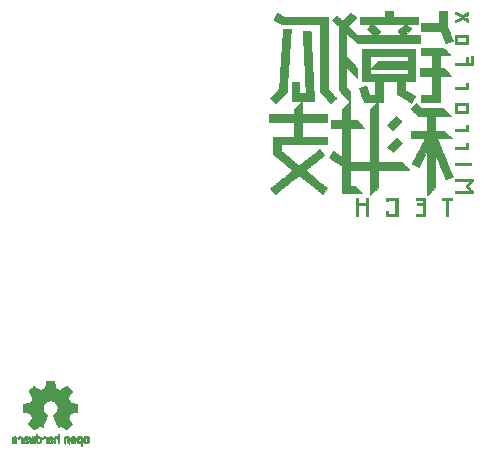
<source format=gbr>
%TF.GenerationSoftware,KiCad,Pcbnew,(5.1.7)-1*%
%TF.CreationDate,2020-10-25T16:34:13+08:00*%
%TF.ProjectId,MuseDash-Peaches2,4d757365-4461-4736-982d-506561636865,rev?*%
%TF.SameCoordinates,Original*%
%TF.FileFunction,Legend,Bot*%
%TF.FilePolarity,Positive*%
%FSLAX46Y46*%
G04 Gerber Fmt 4.6, Leading zero omitted, Abs format (unit mm)*
G04 Created by KiCad (PCBNEW (5.1.7)-1) date 2020-10-25 16:34:13*
%MOMM*%
%LPD*%
G01*
G04 APERTURE LIST*
%ADD10C,0.010000*%
G04 APERTURE END LIST*
D10*
%TO.C,G\u002A\u002A\u002A*%
G36*
X159222825Y-59461643D02*
G01*
X159220870Y-59469028D01*
X159219584Y-59483713D01*
X159218873Y-59506923D01*
X159218643Y-59539886D01*
X159218649Y-59549696D01*
X159218808Y-59642022D01*
X159506952Y-59774667D01*
X159560328Y-59799273D01*
X159610564Y-59822497D01*
X159656733Y-59843909D01*
X159697913Y-59863075D01*
X159733178Y-59879565D01*
X159761604Y-59892946D01*
X159782267Y-59902785D01*
X159794243Y-59908652D01*
X159796962Y-59910165D01*
X159792342Y-59913002D01*
X159778380Y-59920148D01*
X159755981Y-59931171D01*
X159726047Y-59945639D01*
X159689482Y-59963118D01*
X159647188Y-59983178D01*
X159600070Y-60005385D01*
X159549031Y-60029307D01*
X159508659Y-60048144D01*
X159218489Y-60183268D01*
X159218489Y-60272479D01*
X159218574Y-60302764D01*
X159218806Y-60328629D01*
X159219157Y-60348178D01*
X159219597Y-60359512D01*
X159219900Y-60361581D01*
X159225179Y-60359366D01*
X159239929Y-60353011D01*
X159263280Y-60342897D01*
X159294358Y-60329402D01*
X159332290Y-60312907D01*
X159376205Y-60293790D01*
X159425229Y-60272432D01*
X159478491Y-60249211D01*
X159535117Y-60224508D01*
X159550835Y-60217648D01*
X159608334Y-60192586D01*
X159662803Y-60168911D01*
X159713358Y-60147004D01*
X159759113Y-60127244D01*
X159799183Y-60110012D01*
X159832684Y-60095689D01*
X159858729Y-60084654D01*
X159876434Y-60077289D01*
X159884914Y-60073974D01*
X159885498Y-60073822D01*
X159891334Y-60076557D01*
X159905894Y-60084372D01*
X159928136Y-60096680D01*
X159957019Y-60112895D01*
X159991503Y-60132432D01*
X160030546Y-60154705D01*
X160073107Y-60179126D01*
X160096265Y-60192469D01*
X160140418Y-60217908D01*
X160181729Y-60241633D01*
X160219132Y-60263041D01*
X160251561Y-60281524D01*
X160277952Y-60296475D01*
X160297239Y-60307290D01*
X160308356Y-60313360D01*
X160310524Y-60314429D01*
X160313616Y-60314432D01*
X160315881Y-60310774D01*
X160317441Y-60302039D01*
X160318422Y-60286810D01*
X160318948Y-60263672D01*
X160319143Y-60231206D01*
X160319156Y-60215934D01*
X160319156Y-60114126D01*
X160147000Y-60014142D01*
X160107075Y-59990857D01*
X160070435Y-59969303D01*
X160038182Y-59950142D01*
X160011419Y-59934036D01*
X159991247Y-59921649D01*
X159978769Y-59913642D01*
X159975027Y-59910734D01*
X159979766Y-59907188D01*
X159993161Y-59898632D01*
X160014110Y-59885734D01*
X160041512Y-59869159D01*
X160074264Y-59849575D01*
X160111266Y-59827649D01*
X160147183Y-59806527D01*
X160319156Y-59705743D01*
X160319156Y-59604134D01*
X160319053Y-59567715D01*
X160318662Y-59541172D01*
X160317860Y-59523090D01*
X160316524Y-59512058D01*
X160314531Y-59506662D01*
X160311759Y-59505490D01*
X160310606Y-59505807D01*
X160304025Y-59509256D01*
X160288739Y-59517763D01*
X160265807Y-59530723D01*
X160236290Y-59547531D01*
X160201247Y-59567582D01*
X160161740Y-59590273D01*
X160118827Y-59614998D01*
X160095089Y-59628707D01*
X160050940Y-59654140D01*
X160009729Y-59677721D01*
X159972498Y-59698863D01*
X159940290Y-59716983D01*
X159914147Y-59731497D01*
X159895111Y-59741819D01*
X159884224Y-59747366D01*
X159882095Y-59748170D01*
X159876000Y-59745915D01*
X159860485Y-59739467D01*
X159836445Y-59729216D01*
X159804778Y-59715551D01*
X159766380Y-59698863D01*
X159722148Y-59679540D01*
X159672977Y-59657974D01*
X159619765Y-59634553D01*
X159563408Y-59609667D01*
X159554334Y-59605653D01*
X159497511Y-59580512D01*
X159443668Y-59556695D01*
X159393704Y-59534599D01*
X159348521Y-59514621D01*
X159309020Y-59497162D01*
X159276101Y-59482618D01*
X159250667Y-59471388D01*
X159233617Y-59463870D01*
X159225854Y-59460463D01*
X159225545Y-59460331D01*
X159222825Y-59461643D01*
G37*
X159222825Y-59461643D02*
X159220870Y-59469028D01*
X159219584Y-59483713D01*
X159218873Y-59506923D01*
X159218643Y-59539886D01*
X159218649Y-59549696D01*
X159218808Y-59642022D01*
X159506952Y-59774667D01*
X159560328Y-59799273D01*
X159610564Y-59822497D01*
X159656733Y-59843909D01*
X159697913Y-59863075D01*
X159733178Y-59879565D01*
X159761604Y-59892946D01*
X159782267Y-59902785D01*
X159794243Y-59908652D01*
X159796962Y-59910165D01*
X159792342Y-59913002D01*
X159778380Y-59920148D01*
X159755981Y-59931171D01*
X159726047Y-59945639D01*
X159689482Y-59963118D01*
X159647188Y-59983178D01*
X159600070Y-60005385D01*
X159549031Y-60029307D01*
X159508659Y-60048144D01*
X159218489Y-60183268D01*
X159218489Y-60272479D01*
X159218574Y-60302764D01*
X159218806Y-60328629D01*
X159219157Y-60348178D01*
X159219597Y-60359512D01*
X159219900Y-60361581D01*
X159225179Y-60359366D01*
X159239929Y-60353011D01*
X159263280Y-60342897D01*
X159294358Y-60329402D01*
X159332290Y-60312907D01*
X159376205Y-60293790D01*
X159425229Y-60272432D01*
X159478491Y-60249211D01*
X159535117Y-60224508D01*
X159550835Y-60217648D01*
X159608334Y-60192586D01*
X159662803Y-60168911D01*
X159713358Y-60147004D01*
X159759113Y-60127244D01*
X159799183Y-60110012D01*
X159832684Y-60095689D01*
X159858729Y-60084654D01*
X159876434Y-60077289D01*
X159884914Y-60073974D01*
X159885498Y-60073822D01*
X159891334Y-60076557D01*
X159905894Y-60084372D01*
X159928136Y-60096680D01*
X159957019Y-60112895D01*
X159991503Y-60132432D01*
X160030546Y-60154705D01*
X160073107Y-60179126D01*
X160096265Y-60192469D01*
X160140418Y-60217908D01*
X160181729Y-60241633D01*
X160219132Y-60263041D01*
X160251561Y-60281524D01*
X160277952Y-60296475D01*
X160297239Y-60307290D01*
X160308356Y-60313360D01*
X160310524Y-60314429D01*
X160313616Y-60314432D01*
X160315881Y-60310774D01*
X160317441Y-60302039D01*
X160318422Y-60286810D01*
X160318948Y-60263672D01*
X160319143Y-60231206D01*
X160319156Y-60215934D01*
X160319156Y-60114126D01*
X160147000Y-60014142D01*
X160107075Y-59990857D01*
X160070435Y-59969303D01*
X160038182Y-59950142D01*
X160011419Y-59934036D01*
X159991247Y-59921649D01*
X159978769Y-59913642D01*
X159975027Y-59910734D01*
X159979766Y-59907188D01*
X159993161Y-59898632D01*
X160014110Y-59885734D01*
X160041512Y-59869159D01*
X160074264Y-59849575D01*
X160111266Y-59827649D01*
X160147183Y-59806527D01*
X160319156Y-59705743D01*
X160319156Y-59604134D01*
X160319053Y-59567715D01*
X160318662Y-59541172D01*
X160317860Y-59523090D01*
X160316524Y-59512058D01*
X160314531Y-59506662D01*
X160311759Y-59505490D01*
X160310606Y-59505807D01*
X160304025Y-59509256D01*
X160288739Y-59517763D01*
X160265807Y-59530723D01*
X160236290Y-59547531D01*
X160201247Y-59567582D01*
X160161740Y-59590273D01*
X160118827Y-59614998D01*
X160095089Y-59628707D01*
X160050940Y-59654140D01*
X160009729Y-59677721D01*
X159972498Y-59698863D01*
X159940290Y-59716983D01*
X159914147Y-59731497D01*
X159895111Y-59741819D01*
X159884224Y-59747366D01*
X159882095Y-59748170D01*
X159876000Y-59745915D01*
X159860485Y-59739467D01*
X159836445Y-59729216D01*
X159804778Y-59715551D01*
X159766380Y-59698863D01*
X159722148Y-59679540D01*
X159672977Y-59657974D01*
X159619765Y-59634553D01*
X159563408Y-59609667D01*
X159554334Y-59605653D01*
X159497511Y-59580512D01*
X159443668Y-59556695D01*
X159393704Y-59534599D01*
X159348521Y-59514621D01*
X159309020Y-59497162D01*
X159276101Y-59482618D01*
X159250667Y-59471388D01*
X159233617Y-59463870D01*
X159225854Y-59460463D01*
X159225545Y-59460331D01*
X159222825Y-59461643D01*
G36*
X157925911Y-60452000D02*
G01*
X156368045Y-60452000D01*
X156368045Y-61089822D01*
X158032320Y-61089822D01*
X158239209Y-61609111D01*
X158268264Y-61681941D01*
X158296180Y-61751724D01*
X158322671Y-61817757D01*
X158347451Y-61879333D01*
X158370233Y-61935747D01*
X158390731Y-61986295D01*
X158408658Y-62030271D01*
X158423728Y-62066969D01*
X158435655Y-62095685D01*
X158444153Y-62115713D01*
X158448934Y-62126349D01*
X158449882Y-62127939D01*
X158455732Y-62125935D01*
X158471188Y-62120337D01*
X158495283Y-62111504D01*
X158527048Y-62099794D01*
X158565515Y-62085564D01*
X158609716Y-62069172D01*
X158658682Y-62050977D01*
X158711447Y-62031336D01*
X158746196Y-62018384D01*
X158800783Y-61998002D01*
X158852111Y-61978791D01*
X158899221Y-61961112D01*
X158941154Y-61945328D01*
X158976950Y-61931801D01*
X159005651Y-61920892D01*
X159026298Y-61912964D01*
X159037932Y-61908379D01*
X159040203Y-61907367D01*
X159038372Y-61901971D01*
X159032656Y-61886737D01*
X159023315Y-61862333D01*
X159010608Y-61829421D01*
X158994794Y-61788666D01*
X158976131Y-61740733D01*
X158954880Y-61686287D01*
X158931300Y-61625991D01*
X158905649Y-61560512D01*
X158878187Y-61490512D01*
X158849173Y-61416657D01*
X158818867Y-61339611D01*
X158808352Y-61312904D01*
X158575023Y-60720363D01*
X158575023Y-59436000D01*
X157925911Y-59436000D01*
X157925911Y-60452000D01*
G37*
X157925911Y-60452000D02*
X156368045Y-60452000D01*
X156368045Y-61089822D01*
X158032320Y-61089822D01*
X158239209Y-61609111D01*
X158268264Y-61681941D01*
X158296180Y-61751724D01*
X158322671Y-61817757D01*
X158347451Y-61879333D01*
X158370233Y-61935747D01*
X158390731Y-61986295D01*
X158408658Y-62030271D01*
X158423728Y-62066969D01*
X158435655Y-62095685D01*
X158444153Y-62115713D01*
X158448934Y-62126349D01*
X158449882Y-62127939D01*
X158455732Y-62125935D01*
X158471188Y-62120337D01*
X158495283Y-62111504D01*
X158527048Y-62099794D01*
X158565515Y-62085564D01*
X158609716Y-62069172D01*
X158658682Y-62050977D01*
X158711447Y-62031336D01*
X158746196Y-62018384D01*
X158800783Y-61998002D01*
X158852111Y-61978791D01*
X158899221Y-61961112D01*
X158941154Y-61945328D01*
X158976950Y-61931801D01*
X159005651Y-61920892D01*
X159026298Y-61912964D01*
X159037932Y-61908379D01*
X159040203Y-61907367D01*
X159038372Y-61901971D01*
X159032656Y-61886737D01*
X159023315Y-61862333D01*
X159010608Y-61829421D01*
X158994794Y-61788666D01*
X158976131Y-61740733D01*
X158954880Y-61686287D01*
X158931300Y-61625991D01*
X158905649Y-61560512D01*
X158878187Y-61490512D01*
X158849173Y-61416657D01*
X158818867Y-61339611D01*
X158808352Y-61312904D01*
X158575023Y-60720363D01*
X158575023Y-59436000D01*
X157925911Y-59436000D01*
X157925911Y-60452000D01*
G36*
X159218489Y-62218711D02*
G01*
X160319156Y-62218711D01*
X160319156Y-61575245D01*
X160144178Y-61575245D01*
X160144178Y-62049378D01*
X159393467Y-62049378D01*
X159393467Y-61575245D01*
X160144178Y-61575245D01*
X160319156Y-61575245D01*
X160319156Y-61400267D01*
X159218489Y-61400267D01*
X159218489Y-62218711D01*
G37*
X159218489Y-62218711D02*
X160319156Y-62218711D01*
X160319156Y-61575245D01*
X160144178Y-61575245D01*
X160144178Y-62049378D01*
X159393467Y-62049378D01*
X159393467Y-61575245D01*
X160144178Y-61575245D01*
X160319156Y-61575245D01*
X160319156Y-61400267D01*
X159218489Y-61400267D01*
X159218489Y-62218711D01*
G36*
X160595734Y-63816089D02*
G01*
X160319270Y-63816089D01*
X160317802Y-63557856D01*
X160316334Y-63299622D01*
X160144178Y-63296506D01*
X160144178Y-63816089D01*
X159218489Y-63816089D01*
X159218489Y-63985422D01*
X160770711Y-63985422D01*
X160770711Y-63212133D01*
X160595734Y-63212133D01*
X160595734Y-63816089D01*
G37*
X160595734Y-63816089D02*
X160319270Y-63816089D01*
X160317802Y-63557856D01*
X160316334Y-63299622D01*
X160144178Y-63296506D01*
X160144178Y-63816089D01*
X159218489Y-63816089D01*
X159218489Y-63985422D01*
X160770711Y-63985422D01*
X160770711Y-63212133D01*
X160595734Y-63212133D01*
X160595734Y-63816089D01*
G36*
X160144178Y-65853733D02*
G01*
X159218489Y-65853733D01*
X159218489Y-66023067D01*
X160319156Y-66023067D01*
X160319156Y-65509422D01*
X160144178Y-65509422D01*
X160144178Y-65853733D01*
G37*
X160144178Y-65853733D02*
X159218489Y-65853733D01*
X159218489Y-66023067D01*
X160319156Y-66023067D01*
X160319156Y-65509422D01*
X160144178Y-65509422D01*
X160144178Y-65853733D01*
G36*
X146981513Y-61115633D02*
G01*
X146956687Y-61116230D01*
X146924262Y-61117188D01*
X146885463Y-61118457D01*
X146841517Y-61119989D01*
X146793650Y-61121735D01*
X146743088Y-61123646D01*
X146691057Y-61125674D01*
X146638782Y-61127770D01*
X146587491Y-61129885D01*
X146538409Y-61131971D01*
X146492762Y-61133978D01*
X146451777Y-61135857D01*
X146416678Y-61137561D01*
X146388694Y-61139041D01*
X146369048Y-61140247D01*
X146358968Y-61141131D01*
X146357892Y-61141380D01*
X146358041Y-61147096D01*
X146358742Y-61163732D01*
X146359975Y-61190936D01*
X146361724Y-61228352D01*
X146363972Y-61275629D01*
X146366700Y-61332410D01*
X146369892Y-61398344D01*
X146373529Y-61473076D01*
X146377595Y-61556252D01*
X146382072Y-61647519D01*
X146386942Y-61746522D01*
X146392188Y-61852909D01*
X146397792Y-61966324D01*
X146403737Y-62086415D01*
X146410006Y-62212828D01*
X146416581Y-62345209D01*
X146423444Y-62483204D01*
X146430578Y-62626459D01*
X146437966Y-62774620D01*
X146445590Y-62927334D01*
X146453433Y-63084248D01*
X146461476Y-63245006D01*
X146469704Y-63409256D01*
X146478097Y-63576643D01*
X146485016Y-63714489D01*
X146493547Y-63884450D01*
X146501935Y-64051681D01*
X146510162Y-64215824D01*
X146518209Y-64376519D01*
X146526060Y-64533407D01*
X146533697Y-64686128D01*
X146541101Y-64834323D01*
X146548254Y-64977633D01*
X146555139Y-65115697D01*
X146561739Y-65248158D01*
X146568034Y-65374655D01*
X146574008Y-65494829D01*
X146579642Y-65608321D01*
X146584918Y-65714771D01*
X146589820Y-65813820D01*
X146594328Y-65905109D01*
X146598425Y-65988278D01*
X146602094Y-66062968D01*
X146605316Y-66128819D01*
X146608074Y-66185472D01*
X146610349Y-66232568D01*
X146612124Y-66269747D01*
X146613381Y-66296650D01*
X146614102Y-66312918D01*
X146614281Y-66317989D01*
X146614445Y-66350445D01*
X146060286Y-66350445D01*
X146064439Y-65865022D01*
X146068591Y-65379600D01*
X145746362Y-65379600D01*
X145687125Y-65379672D01*
X145631321Y-65379880D01*
X145579961Y-65380209D01*
X145534056Y-65380648D01*
X145494618Y-65381183D01*
X145462656Y-65381800D01*
X145439182Y-65382487D01*
X145425206Y-65383230D01*
X145421553Y-65383833D01*
X145421221Y-65389876D01*
X145420843Y-65406569D01*
X145420424Y-65433272D01*
X145419971Y-65469346D01*
X145419489Y-65514153D01*
X145418982Y-65567052D01*
X145418456Y-65627405D01*
X145417918Y-65694572D01*
X145417371Y-65767914D01*
X145416822Y-65846793D01*
X145416275Y-65930568D01*
X145415737Y-66018601D01*
X145415212Y-66110253D01*
X145414792Y-66188167D01*
X145410612Y-66988267D01*
X147303067Y-66988267D01*
X147302810Y-66975567D01*
X147302453Y-66966433D01*
X147301544Y-66946554D01*
X147300102Y-66916336D01*
X147298148Y-66876182D01*
X147295704Y-66826496D01*
X147292789Y-66767683D01*
X147289425Y-66700145D01*
X147285631Y-66624287D01*
X147281429Y-66540513D01*
X147276840Y-66449227D01*
X147271883Y-66350833D01*
X147266580Y-66245735D01*
X147260950Y-66134338D01*
X147255016Y-66017044D01*
X147248797Y-65894258D01*
X147242314Y-65766384D01*
X147235588Y-65633826D01*
X147228639Y-65496988D01*
X147221488Y-65356274D01*
X147214155Y-65212087D01*
X147206662Y-65064833D01*
X147199029Y-64914915D01*
X147191276Y-64762736D01*
X147183425Y-64608702D01*
X147175495Y-64453215D01*
X147167507Y-64296680D01*
X147159483Y-64139501D01*
X147151442Y-63982082D01*
X147143406Y-63824827D01*
X147135395Y-63668140D01*
X147127429Y-63512424D01*
X147119530Y-63358085D01*
X147111717Y-63205525D01*
X147104012Y-63055149D01*
X147096435Y-62907361D01*
X147089007Y-62762564D01*
X147081748Y-62621164D01*
X147074680Y-62483563D01*
X147067822Y-62350166D01*
X147061195Y-62221376D01*
X147054821Y-62097599D01*
X147048719Y-61979237D01*
X147042910Y-61866695D01*
X147037416Y-61760377D01*
X147032256Y-61660686D01*
X147027451Y-61568028D01*
X147023021Y-61482805D01*
X147018989Y-61405421D01*
X147015373Y-61336282D01*
X147012195Y-61275790D01*
X147009476Y-61224349D01*
X147007235Y-61182365D01*
X147005494Y-61150240D01*
X147004274Y-61128379D01*
X147003594Y-61117185D01*
X147003463Y-61115715D01*
X146997514Y-61115445D01*
X146981513Y-61115633D01*
G37*
X146981513Y-61115633D02*
X146956687Y-61116230D01*
X146924262Y-61117188D01*
X146885463Y-61118457D01*
X146841517Y-61119989D01*
X146793650Y-61121735D01*
X146743088Y-61123646D01*
X146691057Y-61125674D01*
X146638782Y-61127770D01*
X146587491Y-61129885D01*
X146538409Y-61131971D01*
X146492762Y-61133978D01*
X146451777Y-61135857D01*
X146416678Y-61137561D01*
X146388694Y-61139041D01*
X146369048Y-61140247D01*
X146358968Y-61141131D01*
X146357892Y-61141380D01*
X146358041Y-61147096D01*
X146358742Y-61163732D01*
X146359975Y-61190936D01*
X146361724Y-61228352D01*
X146363972Y-61275629D01*
X146366700Y-61332410D01*
X146369892Y-61398344D01*
X146373529Y-61473076D01*
X146377595Y-61556252D01*
X146382072Y-61647519D01*
X146386942Y-61746522D01*
X146392188Y-61852909D01*
X146397792Y-61966324D01*
X146403737Y-62086415D01*
X146410006Y-62212828D01*
X146416581Y-62345209D01*
X146423444Y-62483204D01*
X146430578Y-62626459D01*
X146437966Y-62774620D01*
X146445590Y-62927334D01*
X146453433Y-63084248D01*
X146461476Y-63245006D01*
X146469704Y-63409256D01*
X146478097Y-63576643D01*
X146485016Y-63714489D01*
X146493547Y-63884450D01*
X146501935Y-64051681D01*
X146510162Y-64215824D01*
X146518209Y-64376519D01*
X146526060Y-64533407D01*
X146533697Y-64686128D01*
X146541101Y-64834323D01*
X146548254Y-64977633D01*
X146555139Y-65115697D01*
X146561739Y-65248158D01*
X146568034Y-65374655D01*
X146574008Y-65494829D01*
X146579642Y-65608321D01*
X146584918Y-65714771D01*
X146589820Y-65813820D01*
X146594328Y-65905109D01*
X146598425Y-65988278D01*
X146602094Y-66062968D01*
X146605316Y-66128819D01*
X146608074Y-66185472D01*
X146610349Y-66232568D01*
X146612124Y-66269747D01*
X146613381Y-66296650D01*
X146614102Y-66312918D01*
X146614281Y-66317989D01*
X146614445Y-66350445D01*
X146060286Y-66350445D01*
X146064439Y-65865022D01*
X146068591Y-65379600D01*
X145746362Y-65379600D01*
X145687125Y-65379672D01*
X145631321Y-65379880D01*
X145579961Y-65380209D01*
X145534056Y-65380648D01*
X145494618Y-65381183D01*
X145462656Y-65381800D01*
X145439182Y-65382487D01*
X145425206Y-65383230D01*
X145421553Y-65383833D01*
X145421221Y-65389876D01*
X145420843Y-65406569D01*
X145420424Y-65433272D01*
X145419971Y-65469346D01*
X145419489Y-65514153D01*
X145418982Y-65567052D01*
X145418456Y-65627405D01*
X145417918Y-65694572D01*
X145417371Y-65767914D01*
X145416822Y-65846793D01*
X145416275Y-65930568D01*
X145415737Y-66018601D01*
X145415212Y-66110253D01*
X145414792Y-66188167D01*
X145410612Y-66988267D01*
X147303067Y-66988267D01*
X147302810Y-66975567D01*
X147302453Y-66966433D01*
X147301544Y-66946554D01*
X147300102Y-66916336D01*
X147298148Y-66876182D01*
X147295704Y-66826496D01*
X147292789Y-66767683D01*
X147289425Y-66700145D01*
X147285631Y-66624287D01*
X147281429Y-66540513D01*
X147276840Y-66449227D01*
X147271883Y-66350833D01*
X147266580Y-66245735D01*
X147260950Y-66134338D01*
X147255016Y-66017044D01*
X147248797Y-65894258D01*
X147242314Y-65766384D01*
X147235588Y-65633826D01*
X147228639Y-65496988D01*
X147221488Y-65356274D01*
X147214155Y-65212087D01*
X147206662Y-65064833D01*
X147199029Y-64914915D01*
X147191276Y-64762736D01*
X147183425Y-64608702D01*
X147175495Y-64453215D01*
X147167507Y-64296680D01*
X147159483Y-64139501D01*
X147151442Y-63982082D01*
X147143406Y-63824827D01*
X147135395Y-63668140D01*
X147127429Y-63512424D01*
X147119530Y-63358085D01*
X147111717Y-63205525D01*
X147104012Y-63055149D01*
X147096435Y-62907361D01*
X147089007Y-62762564D01*
X147081748Y-62621164D01*
X147074680Y-62483563D01*
X147067822Y-62350166D01*
X147061195Y-62221376D01*
X147054821Y-62097599D01*
X147048719Y-61979237D01*
X147042910Y-61866695D01*
X147037416Y-61760377D01*
X147032256Y-61660686D01*
X147027451Y-61568028D01*
X147023021Y-61482805D01*
X147018989Y-61405421D01*
X147015373Y-61336282D01*
X147012195Y-61275790D01*
X147009476Y-61224349D01*
X147007235Y-61182365D01*
X147005494Y-61150240D01*
X147004274Y-61128379D01*
X147003594Y-61117185D01*
X147003463Y-61115715D01*
X146997514Y-61115445D01*
X146981513Y-61115633D01*
G36*
X156356756Y-63144400D02*
G01*
X157293734Y-63144400D01*
X157293734Y-64273289D01*
X156300311Y-64273289D01*
X156300311Y-64905467D01*
X157293734Y-64905467D01*
X157293734Y-66508489D01*
X156384978Y-66508489D01*
X156384978Y-67146311D01*
X157942845Y-67146311D01*
X157942845Y-64905528D01*
X158436352Y-64904086D01*
X158929859Y-64902645D01*
X158306911Y-64272725D01*
X157942845Y-64273289D01*
X157942845Y-63144400D01*
X158400045Y-63144400D01*
X158480174Y-63144337D01*
X158554216Y-63144153D01*
X158621586Y-63143855D01*
X158681698Y-63143449D01*
X158733967Y-63142941D01*
X158777807Y-63142339D01*
X158812633Y-63141648D01*
X158837859Y-63140877D01*
X158852900Y-63140030D01*
X158857245Y-63139225D01*
X158853324Y-63134539D01*
X158841964Y-63122542D01*
X158823773Y-63103843D01*
X158799355Y-63079050D01*
X158769318Y-63048772D01*
X158734266Y-63013618D01*
X158694807Y-62974197D01*
X158651547Y-62931117D01*
X158605091Y-62884988D01*
X158556045Y-62836418D01*
X158539755Y-62820314D01*
X158222266Y-62506578D01*
X156356756Y-62506578D01*
X156356756Y-63144400D01*
G37*
X156356756Y-63144400D02*
X157293734Y-63144400D01*
X157293734Y-64273289D01*
X156300311Y-64273289D01*
X156300311Y-64905467D01*
X157293734Y-64905467D01*
X157293734Y-66508489D01*
X156384978Y-66508489D01*
X156384978Y-67146311D01*
X157942845Y-67146311D01*
X157942845Y-64905528D01*
X158436352Y-64904086D01*
X158929859Y-64902645D01*
X158306911Y-64272725D01*
X157942845Y-64273289D01*
X157942845Y-63144400D01*
X158400045Y-63144400D01*
X158480174Y-63144337D01*
X158554216Y-63144153D01*
X158621586Y-63143855D01*
X158681698Y-63143449D01*
X158733967Y-63142941D01*
X158777807Y-63142339D01*
X158812633Y-63141648D01*
X158837859Y-63140877D01*
X158852900Y-63140030D01*
X158857245Y-63139225D01*
X158853324Y-63134539D01*
X158841964Y-63122542D01*
X158823773Y-63103843D01*
X158799355Y-63079050D01*
X158769318Y-63048772D01*
X158734266Y-63013618D01*
X158694807Y-62974197D01*
X158651547Y-62931117D01*
X158605091Y-62884988D01*
X158556045Y-62836418D01*
X158539755Y-62820314D01*
X158222266Y-62506578D01*
X156356756Y-62506578D01*
X156356756Y-63144400D01*
G36*
X144691349Y-60894370D02*
G01*
X144690853Y-60900066D01*
X144689629Y-60916670D01*
X144687701Y-60943826D01*
X144685093Y-60981178D01*
X144681829Y-61028369D01*
X144677933Y-61085044D01*
X144673430Y-61150846D01*
X144668342Y-61225420D01*
X144662695Y-61308410D01*
X144656513Y-61399460D01*
X144649819Y-61498213D01*
X144642637Y-61604313D01*
X144634992Y-61717405D01*
X144626908Y-61837133D01*
X144618409Y-61963139D01*
X144609519Y-62095070D01*
X144600261Y-62232568D01*
X144590661Y-62375277D01*
X144580741Y-62522841D01*
X144570527Y-62674905D01*
X144560042Y-62831112D01*
X144549310Y-62991106D01*
X144538356Y-63154532D01*
X144527203Y-63321033D01*
X144520096Y-63427186D01*
X144508820Y-63595596D01*
X144497723Y-63761221D01*
X144486830Y-63923702D01*
X144476164Y-64082681D01*
X144465750Y-64237797D01*
X144455613Y-64388692D01*
X144445776Y-64535007D01*
X144436264Y-64676383D01*
X144427101Y-64812460D01*
X144418311Y-64942879D01*
X144409919Y-65067282D01*
X144401949Y-65185309D01*
X144394425Y-65296601D01*
X144387371Y-65400799D01*
X144380812Y-65497544D01*
X144374772Y-65586477D01*
X144369275Y-65667238D01*
X144364346Y-65739469D01*
X144360008Y-65802810D01*
X144356287Y-65856902D01*
X144353206Y-65901387D01*
X144350789Y-65935905D01*
X144349062Y-65960096D01*
X144348047Y-65973603D01*
X144347789Y-65976443D01*
X144345866Y-65982548D01*
X144341474Y-65990748D01*
X144334198Y-66001496D01*
X144323624Y-66015248D01*
X144309336Y-66032457D01*
X144290921Y-66053577D01*
X144267962Y-66079063D01*
X144240047Y-66109368D01*
X144206760Y-66144947D01*
X144167686Y-66186254D01*
X144122411Y-66233743D01*
X144070520Y-66287868D01*
X144011599Y-66349083D01*
X143945233Y-66417843D01*
X143936611Y-66426765D01*
X143895889Y-66469028D01*
X143854987Y-66511715D01*
X143814662Y-66554018D01*
X143775671Y-66595126D01*
X143738771Y-66634233D01*
X143704719Y-66670529D01*
X143674274Y-66703206D01*
X143648191Y-66731455D01*
X143627228Y-66754467D01*
X143612143Y-66771434D01*
X143603693Y-66781547D01*
X143602130Y-66783953D01*
X143606039Y-66788251D01*
X143617517Y-66799182D01*
X143635648Y-66815931D01*
X143659518Y-66837686D01*
X143688211Y-66863632D01*
X143720811Y-66892956D01*
X143756403Y-66924844D01*
X143794071Y-66958483D01*
X143832900Y-66993058D01*
X143871974Y-67027756D01*
X143910378Y-67061764D01*
X143947196Y-67094267D01*
X143981513Y-67124452D01*
X144012414Y-67151505D01*
X144038982Y-67174612D01*
X144060303Y-67192960D01*
X144075461Y-67205735D01*
X144083540Y-67212123D01*
X144084492Y-67212690D01*
X144089031Y-67208893D01*
X144100746Y-67197319D01*
X144119151Y-67178481D01*
X144143762Y-67152894D01*
X144174092Y-67121072D01*
X144209658Y-67083528D01*
X144249974Y-67040777D01*
X144294553Y-66993333D01*
X144342913Y-66941710D01*
X144394566Y-66886421D01*
X144449027Y-66827981D01*
X144505813Y-66766904D01*
X144533895Y-66736647D01*
X144604676Y-66660295D01*
X144668079Y-66591788D01*
X144724453Y-66530740D01*
X144774146Y-66476766D01*
X144817505Y-66429479D01*
X144854878Y-66388493D01*
X144886612Y-66353422D01*
X144913056Y-66323878D01*
X144934557Y-66299477D01*
X144951462Y-66279832D01*
X144964121Y-66264556D01*
X144972880Y-66253263D01*
X144978087Y-66245568D01*
X144980089Y-66241083D01*
X144980098Y-66241030D01*
X144980702Y-66234020D01*
X144982030Y-66216223D01*
X144984053Y-66188063D01*
X144986742Y-66149966D01*
X144990069Y-66102355D01*
X144994005Y-66045655D01*
X144998522Y-65980290D01*
X145003591Y-65906684D01*
X145009183Y-65825262D01*
X145015269Y-65736448D01*
X145021821Y-65640667D01*
X145028810Y-65538342D01*
X145036208Y-65429898D01*
X145043985Y-65315760D01*
X145052114Y-65196352D01*
X145060565Y-65072098D01*
X145069310Y-64943422D01*
X145078319Y-64810750D01*
X145087566Y-64674504D01*
X145097019Y-64535110D01*
X145106652Y-64392993D01*
X145116436Y-64248575D01*
X145126341Y-64102282D01*
X145136339Y-63954538D01*
X145146402Y-63805768D01*
X145156500Y-63656395D01*
X145166605Y-63506844D01*
X145176688Y-63357540D01*
X145186722Y-63208906D01*
X145196676Y-63061367D01*
X145206522Y-62915348D01*
X145216233Y-62771273D01*
X145225778Y-62629566D01*
X145235129Y-62490651D01*
X145244258Y-62354954D01*
X145253136Y-62222897D01*
X145261734Y-62094906D01*
X145270024Y-61971405D01*
X145277977Y-61852818D01*
X145285564Y-61739570D01*
X145292757Y-61632085D01*
X145299527Y-61530787D01*
X145305844Y-61436101D01*
X145311682Y-61348450D01*
X145317010Y-61268261D01*
X145321800Y-61195955D01*
X145326024Y-61131959D01*
X145329653Y-61076697D01*
X145332658Y-61030592D01*
X145335011Y-60994069D01*
X145336682Y-60967553D01*
X145337644Y-60951467D01*
X145337873Y-60946232D01*
X145331974Y-60945417D01*
X145316059Y-60943837D01*
X145291345Y-60941591D01*
X145259051Y-60938776D01*
X145220393Y-60935489D01*
X145176590Y-60931829D01*
X145128857Y-60927893D01*
X145078414Y-60923778D01*
X145026477Y-60919583D01*
X144974264Y-60915405D01*
X144922992Y-60911342D01*
X144873879Y-60907491D01*
X144828143Y-60903950D01*
X144786999Y-60900817D01*
X144751667Y-60898189D01*
X144723364Y-60896164D01*
X144703306Y-60894840D01*
X144692712Y-60894314D01*
X144691349Y-60894370D01*
G37*
X144691349Y-60894370D02*
X144690853Y-60900066D01*
X144689629Y-60916670D01*
X144687701Y-60943826D01*
X144685093Y-60981178D01*
X144681829Y-61028369D01*
X144677933Y-61085044D01*
X144673430Y-61150846D01*
X144668342Y-61225420D01*
X144662695Y-61308410D01*
X144656513Y-61399460D01*
X144649819Y-61498213D01*
X144642637Y-61604313D01*
X144634992Y-61717405D01*
X144626908Y-61837133D01*
X144618409Y-61963139D01*
X144609519Y-62095070D01*
X144600261Y-62232568D01*
X144590661Y-62375277D01*
X144580741Y-62522841D01*
X144570527Y-62674905D01*
X144560042Y-62831112D01*
X144549310Y-62991106D01*
X144538356Y-63154532D01*
X144527203Y-63321033D01*
X144520096Y-63427186D01*
X144508820Y-63595596D01*
X144497723Y-63761221D01*
X144486830Y-63923702D01*
X144476164Y-64082681D01*
X144465750Y-64237797D01*
X144455613Y-64388692D01*
X144445776Y-64535007D01*
X144436264Y-64676383D01*
X144427101Y-64812460D01*
X144418311Y-64942879D01*
X144409919Y-65067282D01*
X144401949Y-65185309D01*
X144394425Y-65296601D01*
X144387371Y-65400799D01*
X144380812Y-65497544D01*
X144374772Y-65586477D01*
X144369275Y-65667238D01*
X144364346Y-65739469D01*
X144360008Y-65802810D01*
X144356287Y-65856902D01*
X144353206Y-65901387D01*
X144350789Y-65935905D01*
X144349062Y-65960096D01*
X144348047Y-65973603D01*
X144347789Y-65976443D01*
X144345866Y-65982548D01*
X144341474Y-65990748D01*
X144334198Y-66001496D01*
X144323624Y-66015248D01*
X144309336Y-66032457D01*
X144290921Y-66053577D01*
X144267962Y-66079063D01*
X144240047Y-66109368D01*
X144206760Y-66144947D01*
X144167686Y-66186254D01*
X144122411Y-66233743D01*
X144070520Y-66287868D01*
X144011599Y-66349083D01*
X143945233Y-66417843D01*
X143936611Y-66426765D01*
X143895889Y-66469028D01*
X143854987Y-66511715D01*
X143814662Y-66554018D01*
X143775671Y-66595126D01*
X143738771Y-66634233D01*
X143704719Y-66670529D01*
X143674274Y-66703206D01*
X143648191Y-66731455D01*
X143627228Y-66754467D01*
X143612143Y-66771434D01*
X143603693Y-66781547D01*
X143602130Y-66783953D01*
X143606039Y-66788251D01*
X143617517Y-66799182D01*
X143635648Y-66815931D01*
X143659518Y-66837686D01*
X143688211Y-66863632D01*
X143720811Y-66892956D01*
X143756403Y-66924844D01*
X143794071Y-66958483D01*
X143832900Y-66993058D01*
X143871974Y-67027756D01*
X143910378Y-67061764D01*
X143947196Y-67094267D01*
X143981513Y-67124452D01*
X144012414Y-67151505D01*
X144038982Y-67174612D01*
X144060303Y-67192960D01*
X144075461Y-67205735D01*
X144083540Y-67212123D01*
X144084492Y-67212690D01*
X144089031Y-67208893D01*
X144100746Y-67197319D01*
X144119151Y-67178481D01*
X144143762Y-67152894D01*
X144174092Y-67121072D01*
X144209658Y-67083528D01*
X144249974Y-67040777D01*
X144294553Y-66993333D01*
X144342913Y-66941710D01*
X144394566Y-66886421D01*
X144449027Y-66827981D01*
X144505813Y-66766904D01*
X144533895Y-66736647D01*
X144604676Y-66660295D01*
X144668079Y-66591788D01*
X144724453Y-66530740D01*
X144774146Y-66476766D01*
X144817505Y-66429479D01*
X144854878Y-66388493D01*
X144886612Y-66353422D01*
X144913056Y-66323878D01*
X144934557Y-66299477D01*
X144951462Y-66279832D01*
X144964121Y-66264556D01*
X144972880Y-66253263D01*
X144978087Y-66245568D01*
X144980089Y-66241083D01*
X144980098Y-66241030D01*
X144980702Y-66234020D01*
X144982030Y-66216223D01*
X144984053Y-66188063D01*
X144986742Y-66149966D01*
X144990069Y-66102355D01*
X144994005Y-66045655D01*
X144998522Y-65980290D01*
X145003591Y-65906684D01*
X145009183Y-65825262D01*
X145015269Y-65736448D01*
X145021821Y-65640667D01*
X145028810Y-65538342D01*
X145036208Y-65429898D01*
X145043985Y-65315760D01*
X145052114Y-65196352D01*
X145060565Y-65072098D01*
X145069310Y-64943422D01*
X145078319Y-64810750D01*
X145087566Y-64674504D01*
X145097019Y-64535110D01*
X145106652Y-64392993D01*
X145116436Y-64248575D01*
X145126341Y-64102282D01*
X145136339Y-63954538D01*
X145146402Y-63805768D01*
X145156500Y-63656395D01*
X145166605Y-63506844D01*
X145176688Y-63357540D01*
X145186722Y-63208906D01*
X145196676Y-63061367D01*
X145206522Y-62915348D01*
X145216233Y-62771273D01*
X145225778Y-62629566D01*
X145235129Y-62490651D01*
X145244258Y-62354954D01*
X145253136Y-62222897D01*
X145261734Y-62094906D01*
X145270024Y-61971405D01*
X145277977Y-61852818D01*
X145285564Y-61739570D01*
X145292757Y-61632085D01*
X145299527Y-61530787D01*
X145305844Y-61436101D01*
X145311682Y-61348450D01*
X145317010Y-61268261D01*
X145321800Y-61195955D01*
X145326024Y-61131959D01*
X145329653Y-61076697D01*
X145332658Y-61030592D01*
X145335011Y-60994069D01*
X145336682Y-60967553D01*
X145337644Y-60951467D01*
X145337873Y-60946232D01*
X145331974Y-60945417D01*
X145316059Y-60943837D01*
X145291345Y-60941591D01*
X145259051Y-60938776D01*
X145220393Y-60935489D01*
X145176590Y-60931829D01*
X145128857Y-60927893D01*
X145078414Y-60923778D01*
X145026477Y-60919583D01*
X144974264Y-60915405D01*
X144922992Y-60911342D01*
X144873879Y-60907491D01*
X144828143Y-60903950D01*
X144786999Y-60900817D01*
X144751667Y-60898189D01*
X144723364Y-60896164D01*
X144703306Y-60894840D01*
X144692712Y-60894314D01*
X144691349Y-60894370D01*
G36*
X144176296Y-59576325D02*
G01*
X144168872Y-59590171D01*
X144157504Y-59611913D01*
X144142745Y-59640460D01*
X144125146Y-59674719D01*
X144105262Y-59713599D01*
X144083645Y-59756007D01*
X144060849Y-59800852D01*
X144037424Y-59847042D01*
X144013926Y-59893484D01*
X143990905Y-59939088D01*
X143968916Y-59982760D01*
X143948511Y-60023410D01*
X143930243Y-60059945D01*
X143914665Y-60091273D01*
X143902329Y-60116303D01*
X143893789Y-60133943D01*
X143889596Y-60143100D01*
X143889270Y-60144159D01*
X143894459Y-60146874D01*
X143908916Y-60154293D01*
X143931840Y-60166010D01*
X143962434Y-60181617D01*
X143999899Y-60200707D01*
X144043436Y-60222874D01*
X144092246Y-60247710D01*
X144145530Y-60274810D01*
X144202490Y-60303765D01*
X144253733Y-60329804D01*
X144616467Y-60514089D01*
X147805423Y-60514089D01*
X147805423Y-66246526D01*
X148254411Y-66730285D01*
X148312506Y-66792840D01*
X148368483Y-66853042D01*
X148421864Y-66910378D01*
X148472166Y-66964334D01*
X148518910Y-67014397D01*
X148561615Y-67060056D01*
X148599801Y-67100796D01*
X148632987Y-67136105D01*
X148660692Y-67165470D01*
X148682436Y-67188377D01*
X148697738Y-67204315D01*
X148706118Y-67212770D01*
X148707607Y-67214045D01*
X148712488Y-67210401D01*
X148725032Y-67199917D01*
X148744473Y-67183259D01*
X148770046Y-67161095D01*
X148800985Y-67134094D01*
X148836524Y-67102924D01*
X148875896Y-67068251D01*
X148918337Y-67030745D01*
X148951474Y-67001376D01*
X148995618Y-66962142D01*
X149037131Y-66925127D01*
X149075259Y-66891010D01*
X149109253Y-66860470D01*
X149138358Y-66834185D01*
X149161824Y-66812835D01*
X149178897Y-66797097D01*
X149188827Y-66787651D01*
X149191134Y-66785105D01*
X149187351Y-66780568D01*
X149176357Y-66768385D01*
X149158684Y-66749128D01*
X149134862Y-66723365D01*
X149105424Y-66691668D01*
X149070899Y-66654606D01*
X149031821Y-66612749D01*
X148988719Y-66566669D01*
X148942126Y-66516934D01*
X148892573Y-66464115D01*
X148840591Y-66408783D01*
X148822834Y-66389897D01*
X148454534Y-65998292D01*
X148454534Y-59876267D01*
X144777754Y-59876267D01*
X144479601Y-59723867D01*
X144425820Y-59696395D01*
X144375083Y-59670515D01*
X144328271Y-59646672D01*
X144286266Y-59625316D01*
X144249950Y-59606892D01*
X144220206Y-59591848D01*
X144197914Y-59580633D01*
X144183957Y-59573693D01*
X144179223Y-59571467D01*
X144176296Y-59576325D01*
G37*
X144176296Y-59576325D02*
X144168872Y-59590171D01*
X144157504Y-59611913D01*
X144142745Y-59640460D01*
X144125146Y-59674719D01*
X144105262Y-59713599D01*
X144083645Y-59756007D01*
X144060849Y-59800852D01*
X144037424Y-59847042D01*
X144013926Y-59893484D01*
X143990905Y-59939088D01*
X143968916Y-59982760D01*
X143948511Y-60023410D01*
X143930243Y-60059945D01*
X143914665Y-60091273D01*
X143902329Y-60116303D01*
X143893789Y-60133943D01*
X143889596Y-60143100D01*
X143889270Y-60144159D01*
X143894459Y-60146874D01*
X143908916Y-60154293D01*
X143931840Y-60166010D01*
X143962434Y-60181617D01*
X143999899Y-60200707D01*
X144043436Y-60222874D01*
X144092246Y-60247710D01*
X144145530Y-60274810D01*
X144202490Y-60303765D01*
X144253733Y-60329804D01*
X144616467Y-60514089D01*
X147805423Y-60514089D01*
X147805423Y-66246526D01*
X148254411Y-66730285D01*
X148312506Y-66792840D01*
X148368483Y-66853042D01*
X148421864Y-66910378D01*
X148472166Y-66964334D01*
X148518910Y-67014397D01*
X148561615Y-67060056D01*
X148599801Y-67100796D01*
X148632987Y-67136105D01*
X148660692Y-67165470D01*
X148682436Y-67188377D01*
X148697738Y-67204315D01*
X148706118Y-67212770D01*
X148707607Y-67214045D01*
X148712488Y-67210401D01*
X148725032Y-67199917D01*
X148744473Y-67183259D01*
X148770046Y-67161095D01*
X148800985Y-67134094D01*
X148836524Y-67102924D01*
X148875896Y-67068251D01*
X148918337Y-67030745D01*
X148951474Y-67001376D01*
X148995618Y-66962142D01*
X149037131Y-66925127D01*
X149075259Y-66891010D01*
X149109253Y-66860470D01*
X149138358Y-66834185D01*
X149161824Y-66812835D01*
X149178897Y-66797097D01*
X149188827Y-66787651D01*
X149191134Y-66785105D01*
X149187351Y-66780568D01*
X149176357Y-66768385D01*
X149158684Y-66749128D01*
X149134862Y-66723365D01*
X149105424Y-66691668D01*
X149070899Y-66654606D01*
X149031821Y-66612749D01*
X148988719Y-66566669D01*
X148942126Y-66516934D01*
X148892573Y-66464115D01*
X148840591Y-66408783D01*
X148822834Y-66389897D01*
X148454534Y-65998292D01*
X148454534Y-59876267D01*
X144777754Y-59876267D01*
X144479601Y-59723867D01*
X144425820Y-59696395D01*
X144375083Y-59670515D01*
X144328271Y-59646672D01*
X144286266Y-59625316D01*
X144249950Y-59606892D01*
X144220206Y-59591848D01*
X144197914Y-59580633D01*
X144183957Y-59573693D01*
X144179223Y-59571467D01*
X144176296Y-59576325D01*
G36*
X159218489Y-68009911D02*
G01*
X160319156Y-68009911D01*
X160319156Y-67366445D01*
X160144178Y-67366445D01*
X160144178Y-67840578D01*
X159393467Y-67840578D01*
X159393467Y-67366445D01*
X160144178Y-67366445D01*
X160319156Y-67366445D01*
X160319156Y-67191467D01*
X159218489Y-67191467D01*
X159218489Y-68009911D01*
G37*
X159218489Y-68009911D02*
X160319156Y-68009911D01*
X160319156Y-67366445D01*
X160144178Y-67366445D01*
X160144178Y-67840578D01*
X159393467Y-67840578D01*
X159393467Y-67366445D01*
X160144178Y-67366445D01*
X160319156Y-67366445D01*
X160319156Y-67191467D01*
X159218489Y-67191467D01*
X159218489Y-68009911D01*
G36*
X153975116Y-68564932D02*
G01*
X153926502Y-68614309D01*
X153876926Y-68664644D01*
X153827516Y-68714794D01*
X153779403Y-68763611D01*
X153733714Y-68809951D01*
X153691581Y-68852668D01*
X153654131Y-68890617D01*
X153622495Y-68922653D01*
X153600732Y-68944667D01*
X153482873Y-69063801D01*
X153714670Y-69277671D01*
X153757797Y-69317418D01*
X153798468Y-69354816D01*
X153835923Y-69389173D01*
X153869404Y-69419795D01*
X153898149Y-69445990D01*
X153921399Y-69467065D01*
X153938393Y-69482325D01*
X153948372Y-69491079D01*
X153950756Y-69492959D01*
X153955225Y-69489211D01*
X153967008Y-69477920D01*
X153985556Y-69459642D01*
X154010320Y-69434935D01*
X154040748Y-69404353D01*
X154076292Y-69368452D01*
X154116400Y-69327789D01*
X154160523Y-69282919D01*
X154208110Y-69234399D01*
X154258613Y-69182783D01*
X154311480Y-69128628D01*
X154326561Y-69113158D01*
X154379927Y-69058331D01*
X154430961Y-69005766D01*
X154479122Y-68956031D01*
X154523869Y-68909689D01*
X154564661Y-68867305D01*
X154600956Y-68829444D01*
X154632213Y-68796671D01*
X154657891Y-68769551D01*
X154677450Y-68748649D01*
X154690347Y-68734529D01*
X154696041Y-68727757D01*
X154696272Y-68727255D01*
X154691860Y-68722698D01*
X154679824Y-68711286D01*
X154660927Y-68693719D01*
X154635934Y-68670697D01*
X154605608Y-68642921D01*
X154570713Y-68611091D01*
X154532013Y-68575906D01*
X154490271Y-68538068D01*
X154463054Y-68513451D01*
X154231640Y-68304330D01*
X153975116Y-68564932D01*
G37*
X153975116Y-68564932D02*
X153926502Y-68614309D01*
X153876926Y-68664644D01*
X153827516Y-68714794D01*
X153779403Y-68763611D01*
X153733714Y-68809951D01*
X153691581Y-68852668D01*
X153654131Y-68890617D01*
X153622495Y-68922653D01*
X153600732Y-68944667D01*
X153482873Y-69063801D01*
X153714670Y-69277671D01*
X153757797Y-69317418D01*
X153798468Y-69354816D01*
X153835923Y-69389173D01*
X153869404Y-69419795D01*
X153898149Y-69445990D01*
X153921399Y-69467065D01*
X153938393Y-69482325D01*
X153948372Y-69491079D01*
X153950756Y-69492959D01*
X153955225Y-69489211D01*
X153967008Y-69477920D01*
X153985556Y-69459642D01*
X154010320Y-69434935D01*
X154040748Y-69404353D01*
X154076292Y-69368452D01*
X154116400Y-69327789D01*
X154160523Y-69282919D01*
X154208110Y-69234399D01*
X154258613Y-69182783D01*
X154311480Y-69128628D01*
X154326561Y-69113158D01*
X154379927Y-69058331D01*
X154430961Y-69005766D01*
X154479122Y-68956031D01*
X154523869Y-68909689D01*
X154564661Y-68867305D01*
X154600956Y-68829444D01*
X154632213Y-68796671D01*
X154657891Y-68769551D01*
X154677450Y-68748649D01*
X154690347Y-68734529D01*
X154696041Y-68727757D01*
X154696272Y-68727255D01*
X154691860Y-68722698D01*
X154679824Y-68711286D01*
X154660927Y-68693719D01*
X154635934Y-68670697D01*
X154605608Y-68642921D01*
X154570713Y-68611091D01*
X154532013Y-68575906D01*
X154490271Y-68538068D01*
X154463054Y-68513451D01*
X154231640Y-68304330D01*
X153975116Y-68564932D01*
G36*
X160144178Y-69392800D02*
G01*
X159218489Y-69392800D01*
X159218489Y-69562133D01*
X160319156Y-69562133D01*
X160319156Y-69048489D01*
X160144178Y-69048489D01*
X160144178Y-69392800D01*
G37*
X160144178Y-69392800D02*
X159218489Y-69392800D01*
X159218489Y-69562133D01*
X160319156Y-69562133D01*
X160319156Y-69048489D01*
X160144178Y-69048489D01*
X160144178Y-69392800D01*
G36*
X160144178Y-70950667D02*
G01*
X159218489Y-70950667D01*
X159218489Y-71120000D01*
X160319156Y-71120000D01*
X160319156Y-70606356D01*
X160144178Y-70606356D01*
X160144178Y-70950667D01*
G37*
X160144178Y-70950667D02*
X159218489Y-70950667D01*
X159218489Y-71120000D01*
X160319156Y-71120000D01*
X160319156Y-70606356D01*
X160144178Y-70606356D01*
X160144178Y-70950667D01*
G36*
X154264966Y-70165476D02*
G01*
X154253057Y-70176522D01*
X154234614Y-70194295D01*
X154210305Y-70218116D01*
X154180803Y-70247304D01*
X154146776Y-70281181D01*
X154108897Y-70319065D01*
X154067835Y-70360277D01*
X154024260Y-70404137D01*
X153978844Y-70449964D01*
X153932256Y-70497080D01*
X153885167Y-70544804D01*
X153838248Y-70592456D01*
X153792169Y-70639355D01*
X153747600Y-70684823D01*
X153705212Y-70728179D01*
X153665676Y-70768744D01*
X153629661Y-70805836D01*
X153597839Y-70838777D01*
X153570879Y-70866887D01*
X153549452Y-70889484D01*
X153534229Y-70905890D01*
X153525881Y-70915425D01*
X153524455Y-70917609D01*
X153528848Y-70922294D01*
X153540703Y-70933653D01*
X153559103Y-70950857D01*
X153583130Y-70973074D01*
X153611868Y-70999475D01*
X153644399Y-71029229D01*
X153679807Y-71061507D01*
X153717175Y-71095476D01*
X153755586Y-71130308D01*
X153794123Y-71165172D01*
X153831869Y-71199238D01*
X153867907Y-71231675D01*
X153901320Y-71261653D01*
X153931191Y-71288342D01*
X153956604Y-71310911D01*
X153976640Y-71328530D01*
X153990384Y-71340369D01*
X153996919Y-71345597D01*
X153997297Y-71345778D01*
X154001667Y-71341806D01*
X154013276Y-71330288D01*
X154031542Y-71311821D01*
X154055885Y-71287001D01*
X154085724Y-71256425D01*
X154120479Y-71220690D01*
X154159568Y-71180392D01*
X154202412Y-71136128D01*
X154248430Y-71088495D01*
X154297041Y-71038090D01*
X154327920Y-71006027D01*
X154378948Y-70953004D01*
X154428516Y-70901477D01*
X154475949Y-70852148D01*
X154520576Y-70805716D01*
X154561724Y-70762882D01*
X154598721Y-70724348D01*
X154630893Y-70690812D01*
X154657568Y-70662976D01*
X154678074Y-70641540D01*
X154691738Y-70627205D01*
X154695609Y-70623114D01*
X154736263Y-70579951D01*
X154505621Y-70371779D01*
X154462360Y-70332787D01*
X154421553Y-70296109D01*
X154383977Y-70262438D01*
X154350409Y-70232465D01*
X154321629Y-70206883D01*
X154298413Y-70186384D01*
X154281539Y-70171659D01*
X154271785Y-70163402D01*
X154269669Y-70161838D01*
X154264966Y-70165476D01*
G37*
X154264966Y-70165476D02*
X154253057Y-70176522D01*
X154234614Y-70194295D01*
X154210305Y-70218116D01*
X154180803Y-70247304D01*
X154146776Y-70281181D01*
X154108897Y-70319065D01*
X154067835Y-70360277D01*
X154024260Y-70404137D01*
X153978844Y-70449964D01*
X153932256Y-70497080D01*
X153885167Y-70544804D01*
X153838248Y-70592456D01*
X153792169Y-70639355D01*
X153747600Y-70684823D01*
X153705212Y-70728179D01*
X153665676Y-70768744D01*
X153629661Y-70805836D01*
X153597839Y-70838777D01*
X153570879Y-70866887D01*
X153549452Y-70889484D01*
X153534229Y-70905890D01*
X153525881Y-70915425D01*
X153524455Y-70917609D01*
X153528848Y-70922294D01*
X153540703Y-70933653D01*
X153559103Y-70950857D01*
X153583130Y-70973074D01*
X153611868Y-70999475D01*
X153644399Y-71029229D01*
X153679807Y-71061507D01*
X153717175Y-71095476D01*
X153755586Y-71130308D01*
X153794123Y-71165172D01*
X153831869Y-71199238D01*
X153867907Y-71231675D01*
X153901320Y-71261653D01*
X153931191Y-71288342D01*
X153956604Y-71310911D01*
X153976640Y-71328530D01*
X153990384Y-71340369D01*
X153996919Y-71345597D01*
X153997297Y-71345778D01*
X154001667Y-71341806D01*
X154013276Y-71330288D01*
X154031542Y-71311821D01*
X154055885Y-71287001D01*
X154085724Y-71256425D01*
X154120479Y-71220690D01*
X154159568Y-71180392D01*
X154202412Y-71136128D01*
X154248430Y-71088495D01*
X154297041Y-71038090D01*
X154327920Y-71006027D01*
X154378948Y-70953004D01*
X154428516Y-70901477D01*
X154475949Y-70852148D01*
X154520576Y-70805716D01*
X154561724Y-70762882D01*
X154598721Y-70724348D01*
X154630893Y-70690812D01*
X154657568Y-70662976D01*
X154678074Y-70641540D01*
X154691738Y-70627205D01*
X154695609Y-70623114D01*
X154736263Y-70579951D01*
X154505621Y-70371779D01*
X154462360Y-70332787D01*
X154421553Y-70296109D01*
X154383977Y-70262438D01*
X154350409Y-70232465D01*
X154321629Y-70206883D01*
X154298413Y-70186384D01*
X154281539Y-70171659D01*
X154271785Y-70163402D01*
X154269669Y-70161838D01*
X154264966Y-70165476D01*
G36*
X159218489Y-72463378D02*
G01*
X160319156Y-72463378D01*
X160319156Y-72294045D01*
X159218489Y-72294045D01*
X159218489Y-72463378D01*
G37*
X159218489Y-72463378D02*
X160319156Y-72463378D01*
X160319156Y-72294045D01*
X159218489Y-72294045D01*
X159218489Y-72463378D01*
G36*
X160443334Y-72463378D02*
G01*
X160578800Y-72463378D01*
X160578800Y-72294045D01*
X160443334Y-72294045D01*
X160443334Y-72463378D01*
G37*
X160443334Y-72463378D02*
X160578800Y-72463378D01*
X160578800Y-72294045D01*
X160443334Y-72294045D01*
X160443334Y-72463378D01*
G36*
X159218489Y-73801111D02*
G01*
X159867600Y-73801111D01*
X159952178Y-73801147D01*
X160033536Y-73801252D01*
X160110970Y-73801422D01*
X160183777Y-73801651D01*
X160251252Y-73801936D01*
X160312692Y-73802271D01*
X160367392Y-73802652D01*
X160414647Y-73803075D01*
X160453755Y-73803534D01*
X160484011Y-73804026D01*
X160504710Y-73804545D01*
X160515149Y-73805088D01*
X160516312Y-73805345D01*
X160512159Y-73809881D01*
X160500439Y-73821156D01*
X160482004Y-73838387D01*
X160457705Y-73860792D01*
X160428394Y-73887589D01*
X160394922Y-73917994D01*
X160358141Y-73951225D01*
X160330504Y-73976089D01*
X160145096Y-74142600D01*
X160144757Y-74232911D01*
X160144419Y-74323222D01*
X160331687Y-74492556D01*
X160518955Y-74661889D01*
X159218489Y-74664759D01*
X159218489Y-74834045D01*
X160770711Y-74834045D01*
X160770711Y-74665338D01*
X160540700Y-74452604D01*
X160497842Y-74412859D01*
X160457579Y-74375313D01*
X160420659Y-74340678D01*
X160387829Y-74309666D01*
X160359838Y-74282989D01*
X160337435Y-74261358D01*
X160321365Y-74245484D01*
X160312379Y-74236079D01*
X160310689Y-74233779D01*
X160314717Y-74228909D01*
X160326302Y-74217109D01*
X160344693Y-74199091D01*
X160369143Y-74175571D01*
X160398900Y-74147262D01*
X160433217Y-74114879D01*
X160471342Y-74079135D01*
X160512528Y-74040746D01*
X160539289Y-74015913D01*
X160767889Y-73804138D01*
X160767889Y-73628956D01*
X159993189Y-73627524D01*
X159218489Y-73626093D01*
X159218489Y-73801111D01*
G37*
X159218489Y-73801111D02*
X159867600Y-73801111D01*
X159952178Y-73801147D01*
X160033536Y-73801252D01*
X160110970Y-73801422D01*
X160183777Y-73801651D01*
X160251252Y-73801936D01*
X160312692Y-73802271D01*
X160367392Y-73802652D01*
X160414647Y-73803075D01*
X160453755Y-73803534D01*
X160484011Y-73804026D01*
X160504710Y-73804545D01*
X160515149Y-73805088D01*
X160516312Y-73805345D01*
X160512159Y-73809881D01*
X160500439Y-73821156D01*
X160482004Y-73838387D01*
X160457705Y-73860792D01*
X160428394Y-73887589D01*
X160394922Y-73917994D01*
X160358141Y-73951225D01*
X160330504Y-73976089D01*
X160145096Y-74142600D01*
X160144757Y-74232911D01*
X160144419Y-74323222D01*
X160331687Y-74492556D01*
X160518955Y-74661889D01*
X159218489Y-74664759D01*
X159218489Y-74834045D01*
X160770711Y-74834045D01*
X160770711Y-74665338D01*
X160540700Y-74452604D01*
X160497842Y-74412859D01*
X160457579Y-74375313D01*
X160420659Y-74340678D01*
X160387829Y-74309666D01*
X160359838Y-74282989D01*
X160337435Y-74261358D01*
X160321365Y-74245484D01*
X160312379Y-74236079D01*
X160310689Y-74233779D01*
X160314717Y-74228909D01*
X160326302Y-74217109D01*
X160344693Y-74199091D01*
X160369143Y-74175571D01*
X160398900Y-74147262D01*
X160433217Y-74114879D01*
X160471342Y-74079135D01*
X160512528Y-74040746D01*
X160539289Y-74015913D01*
X160767889Y-73804138D01*
X160767889Y-73628956D01*
X159993189Y-73627524D01*
X159218489Y-73626093D01*
X159218489Y-73801111D01*
G36*
X145637956Y-67740623D02*
G01*
X145637956Y-68145378D01*
X143521289Y-68145378D01*
X143521289Y-68783200D01*
X145637956Y-68783200D01*
X145637956Y-70058810D01*
X144736256Y-70060238D01*
X143834556Y-70061667D01*
X143833124Y-70809780D01*
X143831693Y-71557894D01*
X144669866Y-72229203D01*
X144775598Y-72313912D01*
X144872780Y-72391832D01*
X144961703Y-72463197D01*
X145042653Y-72528244D01*
X145115921Y-72587206D01*
X145181794Y-72640320D01*
X145240561Y-72687820D01*
X145292509Y-72729942D01*
X145337928Y-72766921D01*
X145377107Y-72798991D01*
X145410332Y-72826390D01*
X145437894Y-72849351D01*
X145460079Y-72868109D01*
X145477178Y-72882901D01*
X145489478Y-72893961D01*
X145497267Y-72901524D01*
X145500834Y-72905826D01*
X145501031Y-72906979D01*
X145495985Y-72911051D01*
X145482487Y-72921790D01*
X145460947Y-72938872D01*
X145431776Y-72961971D01*
X145395386Y-72990763D01*
X145352186Y-73024924D01*
X145302589Y-73064129D01*
X145247004Y-73108054D01*
X145185843Y-73156374D01*
X145119516Y-73208763D01*
X145048435Y-73264899D01*
X144973010Y-73324455D01*
X144893652Y-73387109D01*
X144810771Y-73452534D01*
X144724780Y-73520406D01*
X144636088Y-73590401D01*
X144551400Y-73657228D01*
X144460603Y-73728874D01*
X144372143Y-73798680D01*
X144286432Y-73866321D01*
X144203877Y-73931474D01*
X144124889Y-73993817D01*
X144049877Y-74053026D01*
X143979251Y-74108778D01*
X143913418Y-74160749D01*
X143852790Y-74208616D01*
X143797776Y-74252057D01*
X143748784Y-74290748D01*
X143706224Y-74324365D01*
X143670506Y-74352586D01*
X143642039Y-74375087D01*
X143621232Y-74391545D01*
X143608495Y-74401637D01*
X143604247Y-74405029D01*
X143606930Y-74409918D01*
X143616061Y-74422530D01*
X143630865Y-74441914D01*
X143650567Y-74467119D01*
X143674391Y-74497194D01*
X143701561Y-74531187D01*
X143731301Y-74568147D01*
X143762836Y-74607123D01*
X143795391Y-74647164D01*
X143828188Y-74687319D01*
X143860453Y-74726637D01*
X143891411Y-74764166D01*
X143920284Y-74798955D01*
X143946299Y-74830053D01*
X143968678Y-74856508D01*
X143986646Y-74877371D01*
X143999428Y-74891689D01*
X144006248Y-74898511D01*
X144007045Y-74898956D01*
X144011883Y-74895503D01*
X144025174Y-74885351D01*
X144046520Y-74868814D01*
X144075526Y-74846202D01*
X144111796Y-74817829D01*
X144154934Y-74784005D01*
X144204542Y-74745042D01*
X144260226Y-74701254D01*
X144321588Y-74652951D01*
X144388233Y-74600445D01*
X144459765Y-74544049D01*
X144535786Y-74484075D01*
X144615901Y-74420834D01*
X144699713Y-74354639D01*
X144786828Y-74285801D01*
X144876847Y-74214633D01*
X144969375Y-74141446D01*
X145014285Y-74105911D01*
X145107877Y-74031858D01*
X145199147Y-73959661D01*
X145287699Y-73889632D01*
X145373137Y-73822085D01*
X145455064Y-73757331D01*
X145533084Y-73695684D01*
X145606802Y-73637457D01*
X145675820Y-73582962D01*
X145739742Y-73532511D01*
X145798173Y-73486418D01*
X145850716Y-73444995D01*
X145896974Y-73408555D01*
X145936552Y-73377411D01*
X145969053Y-73351875D01*
X145994080Y-73332260D01*
X146011239Y-73318879D01*
X146020132Y-73312044D01*
X146021346Y-73311181D01*
X146026144Y-73314504D01*
X146039348Y-73324583D01*
X146060564Y-73341103D01*
X146089395Y-73363750D01*
X146125447Y-73392209D01*
X146168326Y-73426166D01*
X146217636Y-73465307D01*
X146272984Y-73509316D01*
X146333973Y-73557879D01*
X146400209Y-73610682D01*
X146471297Y-73667411D01*
X146546843Y-73727750D01*
X146626451Y-73791386D01*
X146709727Y-73858004D01*
X146796276Y-73927289D01*
X146885703Y-73998927D01*
X146977613Y-74072604D01*
X147018800Y-74105636D01*
X147111665Y-74180114D01*
X147202204Y-74252704D01*
X147290022Y-74323093D01*
X147374727Y-74390964D01*
X147455923Y-74456004D01*
X147533217Y-74517896D01*
X147606216Y-74576326D01*
X147674524Y-74630980D01*
X147737749Y-74681541D01*
X147795496Y-74727695D01*
X147847370Y-74769127D01*
X147892979Y-74805521D01*
X147931929Y-74836564D01*
X147963824Y-74861939D01*
X147988272Y-74881332D01*
X148004878Y-74894428D01*
X148013248Y-74900911D01*
X148014221Y-74901588D01*
X148018224Y-74897309D01*
X148028717Y-74885065D01*
X148045051Y-74865637D01*
X148066577Y-74839807D01*
X148092648Y-74808356D01*
X148122616Y-74772066D01*
X148155832Y-74731718D01*
X148191648Y-74688093D01*
X148218465Y-74655358D01*
X148419840Y-74409318D01*
X148303131Y-74315325D01*
X148286492Y-74301944D01*
X148261559Y-74281920D01*
X148228848Y-74255668D01*
X148188876Y-74223601D01*
X148142161Y-74186136D01*
X148089218Y-74143684D01*
X148030566Y-74096662D01*
X147966720Y-74045482D01*
X147898198Y-73990561D01*
X147825516Y-73932311D01*
X147749192Y-73871147D01*
X147669742Y-73807484D01*
X147587683Y-73741735D01*
X147503533Y-73674315D01*
X147417807Y-73605639D01*
X147363119Y-73561831D01*
X146539816Y-72902330D01*
X146553141Y-72889676D01*
X146558908Y-72884879D01*
X146573064Y-72873426D01*
X146595156Y-72855679D01*
X146624731Y-72831999D01*
X146661333Y-72802748D01*
X146704511Y-72768287D01*
X146753810Y-72728978D01*
X146808776Y-72685181D01*
X146868957Y-72637259D01*
X146933897Y-72585573D01*
X147003144Y-72530484D01*
X147076244Y-72472353D01*
X147152743Y-72411543D01*
X147232188Y-72348414D01*
X147314125Y-72283328D01*
X147353867Y-72251767D01*
X147436818Y-72185887D01*
X147517485Y-72121799D01*
X147595416Y-72059864D01*
X147670158Y-72000442D01*
X147741257Y-71943895D01*
X147808261Y-71890583D01*
X147870716Y-71840868D01*
X147928169Y-71795110D01*
X147980167Y-71753670D01*
X148026257Y-71716910D01*
X148065987Y-71685189D01*
X148098901Y-71658870D01*
X148124549Y-71638312D01*
X148142476Y-71623878D01*
X148152230Y-71615927D01*
X148153872Y-71614523D01*
X148166478Y-71602533D01*
X147968669Y-71365500D01*
X147931422Y-71320884D01*
X147896288Y-71278829D01*
X147863942Y-71240142D01*
X147835061Y-71205630D01*
X147810319Y-71176101D01*
X147790392Y-71152359D01*
X147775958Y-71135213D01*
X147767690Y-71125470D01*
X147765995Y-71123536D01*
X147761124Y-71126473D01*
X147747804Y-71136129D01*
X147726424Y-71152202D01*
X147697374Y-71174385D01*
X147661043Y-71202376D01*
X147617819Y-71235870D01*
X147568092Y-71274564D01*
X147512251Y-71318152D01*
X147450685Y-71366332D01*
X147383783Y-71418798D01*
X147311934Y-71475247D01*
X147235527Y-71535375D01*
X147154952Y-71598877D01*
X147070597Y-71665450D01*
X146982851Y-71734789D01*
X146895766Y-71803691D01*
X146808858Y-71872467D01*
X146724278Y-71939347D01*
X146642453Y-72003997D01*
X146563810Y-72066080D01*
X146488778Y-72125260D01*
X146417784Y-72181202D01*
X146351256Y-72233569D01*
X146289622Y-72282026D01*
X146233308Y-72326236D01*
X146182744Y-72365863D01*
X146138356Y-72400572D01*
X146100573Y-72430026D01*
X146069821Y-72453890D01*
X146046530Y-72471827D01*
X146031125Y-72483502D01*
X146024036Y-72488579D01*
X146023621Y-72488778D01*
X146018562Y-72485305D01*
X146005151Y-72475127D01*
X145983840Y-72458603D01*
X145955081Y-72436092D01*
X145919328Y-72407952D01*
X145877031Y-72374544D01*
X145828645Y-72336226D01*
X145774620Y-72293357D01*
X145715411Y-72246297D01*
X145651469Y-72195405D01*
X145583247Y-72141040D01*
X145511197Y-72083561D01*
X145435773Y-72023327D01*
X145357425Y-71960697D01*
X145276608Y-71896031D01*
X145252033Y-71876356D01*
X144487226Y-71263933D01*
X144486858Y-70980300D01*
X144486489Y-70696667D01*
X148409378Y-70696667D01*
X148409378Y-70058845D01*
X146287067Y-70058845D01*
X146287067Y-68783200D01*
X148409378Y-68783200D01*
X148409378Y-68145378D01*
X146287067Y-68145378D01*
X146286781Y-67616211D01*
X146286496Y-67087045D01*
X145637956Y-67740623D01*
G37*
X145637956Y-67740623D02*
X145637956Y-68145378D01*
X143521289Y-68145378D01*
X143521289Y-68783200D01*
X145637956Y-68783200D01*
X145637956Y-70058810D01*
X144736256Y-70060238D01*
X143834556Y-70061667D01*
X143833124Y-70809780D01*
X143831693Y-71557894D01*
X144669866Y-72229203D01*
X144775598Y-72313912D01*
X144872780Y-72391832D01*
X144961703Y-72463197D01*
X145042653Y-72528244D01*
X145115921Y-72587206D01*
X145181794Y-72640320D01*
X145240561Y-72687820D01*
X145292509Y-72729942D01*
X145337928Y-72766921D01*
X145377107Y-72798991D01*
X145410332Y-72826390D01*
X145437894Y-72849351D01*
X145460079Y-72868109D01*
X145477178Y-72882901D01*
X145489478Y-72893961D01*
X145497267Y-72901524D01*
X145500834Y-72905826D01*
X145501031Y-72906979D01*
X145495985Y-72911051D01*
X145482487Y-72921790D01*
X145460947Y-72938872D01*
X145431776Y-72961971D01*
X145395386Y-72990763D01*
X145352186Y-73024924D01*
X145302589Y-73064129D01*
X145247004Y-73108054D01*
X145185843Y-73156374D01*
X145119516Y-73208763D01*
X145048435Y-73264899D01*
X144973010Y-73324455D01*
X144893652Y-73387109D01*
X144810771Y-73452534D01*
X144724780Y-73520406D01*
X144636088Y-73590401D01*
X144551400Y-73657228D01*
X144460603Y-73728874D01*
X144372143Y-73798680D01*
X144286432Y-73866321D01*
X144203877Y-73931474D01*
X144124889Y-73993817D01*
X144049877Y-74053026D01*
X143979251Y-74108778D01*
X143913418Y-74160749D01*
X143852790Y-74208616D01*
X143797776Y-74252057D01*
X143748784Y-74290748D01*
X143706224Y-74324365D01*
X143670506Y-74352586D01*
X143642039Y-74375087D01*
X143621232Y-74391545D01*
X143608495Y-74401637D01*
X143604247Y-74405029D01*
X143606930Y-74409918D01*
X143616061Y-74422530D01*
X143630865Y-74441914D01*
X143650567Y-74467119D01*
X143674391Y-74497194D01*
X143701561Y-74531187D01*
X143731301Y-74568147D01*
X143762836Y-74607123D01*
X143795391Y-74647164D01*
X143828188Y-74687319D01*
X143860453Y-74726637D01*
X143891411Y-74764166D01*
X143920284Y-74798955D01*
X143946299Y-74830053D01*
X143968678Y-74856508D01*
X143986646Y-74877371D01*
X143999428Y-74891689D01*
X144006248Y-74898511D01*
X144007045Y-74898956D01*
X144011883Y-74895503D01*
X144025174Y-74885351D01*
X144046520Y-74868814D01*
X144075526Y-74846202D01*
X144111796Y-74817829D01*
X144154934Y-74784005D01*
X144204542Y-74745042D01*
X144260226Y-74701254D01*
X144321588Y-74652951D01*
X144388233Y-74600445D01*
X144459765Y-74544049D01*
X144535786Y-74484075D01*
X144615901Y-74420834D01*
X144699713Y-74354639D01*
X144786828Y-74285801D01*
X144876847Y-74214633D01*
X144969375Y-74141446D01*
X145014285Y-74105911D01*
X145107877Y-74031858D01*
X145199147Y-73959661D01*
X145287699Y-73889632D01*
X145373137Y-73822085D01*
X145455064Y-73757331D01*
X145533084Y-73695684D01*
X145606802Y-73637457D01*
X145675820Y-73582962D01*
X145739742Y-73532511D01*
X145798173Y-73486418D01*
X145850716Y-73444995D01*
X145896974Y-73408555D01*
X145936552Y-73377411D01*
X145969053Y-73351875D01*
X145994080Y-73332260D01*
X146011239Y-73318879D01*
X146020132Y-73312044D01*
X146021346Y-73311181D01*
X146026144Y-73314504D01*
X146039348Y-73324583D01*
X146060564Y-73341103D01*
X146089395Y-73363750D01*
X146125447Y-73392209D01*
X146168326Y-73426166D01*
X146217636Y-73465307D01*
X146272984Y-73509316D01*
X146333973Y-73557879D01*
X146400209Y-73610682D01*
X146471297Y-73667411D01*
X146546843Y-73727750D01*
X146626451Y-73791386D01*
X146709727Y-73858004D01*
X146796276Y-73927289D01*
X146885703Y-73998927D01*
X146977613Y-74072604D01*
X147018800Y-74105636D01*
X147111665Y-74180114D01*
X147202204Y-74252704D01*
X147290022Y-74323093D01*
X147374727Y-74390964D01*
X147455923Y-74456004D01*
X147533217Y-74517896D01*
X147606216Y-74576326D01*
X147674524Y-74630980D01*
X147737749Y-74681541D01*
X147795496Y-74727695D01*
X147847370Y-74769127D01*
X147892979Y-74805521D01*
X147931929Y-74836564D01*
X147963824Y-74861939D01*
X147988272Y-74881332D01*
X148004878Y-74894428D01*
X148013248Y-74900911D01*
X148014221Y-74901588D01*
X148018224Y-74897309D01*
X148028717Y-74885065D01*
X148045051Y-74865637D01*
X148066577Y-74839807D01*
X148092648Y-74808356D01*
X148122616Y-74772066D01*
X148155832Y-74731718D01*
X148191648Y-74688093D01*
X148218465Y-74655358D01*
X148419840Y-74409318D01*
X148303131Y-74315325D01*
X148286492Y-74301944D01*
X148261559Y-74281920D01*
X148228848Y-74255668D01*
X148188876Y-74223601D01*
X148142161Y-74186136D01*
X148089218Y-74143684D01*
X148030566Y-74096662D01*
X147966720Y-74045482D01*
X147898198Y-73990561D01*
X147825516Y-73932311D01*
X147749192Y-73871147D01*
X147669742Y-73807484D01*
X147587683Y-73741735D01*
X147503533Y-73674315D01*
X147417807Y-73605639D01*
X147363119Y-73561831D01*
X146539816Y-72902330D01*
X146553141Y-72889676D01*
X146558908Y-72884879D01*
X146573064Y-72873426D01*
X146595156Y-72855679D01*
X146624731Y-72831999D01*
X146661333Y-72802748D01*
X146704511Y-72768287D01*
X146753810Y-72728978D01*
X146808776Y-72685181D01*
X146868957Y-72637259D01*
X146933897Y-72585573D01*
X147003144Y-72530484D01*
X147076244Y-72472353D01*
X147152743Y-72411543D01*
X147232188Y-72348414D01*
X147314125Y-72283328D01*
X147353867Y-72251767D01*
X147436818Y-72185887D01*
X147517485Y-72121799D01*
X147595416Y-72059864D01*
X147670158Y-72000442D01*
X147741257Y-71943895D01*
X147808261Y-71890583D01*
X147870716Y-71840868D01*
X147928169Y-71795110D01*
X147980167Y-71753670D01*
X148026257Y-71716910D01*
X148065987Y-71685189D01*
X148098901Y-71658870D01*
X148124549Y-71638312D01*
X148142476Y-71623878D01*
X148152230Y-71615927D01*
X148153872Y-71614523D01*
X148166478Y-71602533D01*
X147968669Y-71365500D01*
X147931422Y-71320884D01*
X147896288Y-71278829D01*
X147863942Y-71240142D01*
X147835061Y-71205630D01*
X147810319Y-71176101D01*
X147790392Y-71152359D01*
X147775958Y-71135213D01*
X147767690Y-71125470D01*
X147765995Y-71123536D01*
X147761124Y-71126473D01*
X147747804Y-71136129D01*
X147726424Y-71152202D01*
X147697374Y-71174385D01*
X147661043Y-71202376D01*
X147617819Y-71235870D01*
X147568092Y-71274564D01*
X147512251Y-71318152D01*
X147450685Y-71366332D01*
X147383783Y-71418798D01*
X147311934Y-71475247D01*
X147235527Y-71535375D01*
X147154952Y-71598877D01*
X147070597Y-71665450D01*
X146982851Y-71734789D01*
X146895766Y-71803691D01*
X146808858Y-71872467D01*
X146724278Y-71939347D01*
X146642453Y-72003997D01*
X146563810Y-72066080D01*
X146488778Y-72125260D01*
X146417784Y-72181202D01*
X146351256Y-72233569D01*
X146289622Y-72282026D01*
X146233308Y-72326236D01*
X146182744Y-72365863D01*
X146138356Y-72400572D01*
X146100573Y-72430026D01*
X146069821Y-72453890D01*
X146046530Y-72471827D01*
X146031125Y-72483502D01*
X146024036Y-72488579D01*
X146023621Y-72488778D01*
X146018562Y-72485305D01*
X146005151Y-72475127D01*
X145983840Y-72458603D01*
X145955081Y-72436092D01*
X145919328Y-72407952D01*
X145877031Y-72374544D01*
X145828645Y-72336226D01*
X145774620Y-72293357D01*
X145715411Y-72246297D01*
X145651469Y-72195405D01*
X145583247Y-72141040D01*
X145511197Y-72083561D01*
X145435773Y-72023327D01*
X145357425Y-71960697D01*
X145276608Y-71896031D01*
X145252033Y-71876356D01*
X144487226Y-71263933D01*
X144486858Y-70980300D01*
X144486489Y-70696667D01*
X148409378Y-70696667D01*
X148409378Y-70058845D01*
X146287067Y-70058845D01*
X146287067Y-68783200D01*
X148409378Y-68783200D01*
X148409378Y-68145378D01*
X146287067Y-68145378D01*
X146286781Y-67616211D01*
X146286496Y-67087045D01*
X145637956Y-67740623D01*
G36*
X155710467Y-67438210D02*
G01*
X155667668Y-67478652D01*
X155627435Y-67516848D01*
X155590502Y-67552086D01*
X155557605Y-67583658D01*
X155529479Y-67610853D01*
X155506860Y-67632961D01*
X155490482Y-67649272D01*
X155481081Y-67659076D01*
X155479045Y-67661699D01*
X155482894Y-67666487D01*
X155494039Y-67678709D01*
X155511874Y-67697734D01*
X155535795Y-67722932D01*
X155565197Y-67753672D01*
X155599475Y-67789324D01*
X155638024Y-67829257D01*
X155680239Y-67872843D01*
X155725516Y-67919449D01*
X155773249Y-67968445D01*
X155781023Y-67976412D01*
X156083000Y-68285821D01*
X156493634Y-68286155D01*
X156904267Y-68286489D01*
X156904267Y-69556489D01*
X155481867Y-69556489D01*
X155481867Y-70194311D01*
X156088645Y-70194311D01*
X156170377Y-70194332D01*
X156248872Y-70194392D01*
X156323400Y-70194488D01*
X156393233Y-70194619D01*
X156457642Y-70194781D01*
X156515898Y-70194971D01*
X156567273Y-70195187D01*
X156611037Y-70195427D01*
X156646461Y-70195686D01*
X156672818Y-70195963D01*
X156689377Y-70196256D01*
X156695410Y-70196560D01*
X156695423Y-70196574D01*
X156692845Y-70201719D01*
X156685272Y-70216404D01*
X156672945Y-70240170D01*
X156656104Y-70272555D01*
X156634990Y-70313100D01*
X156609842Y-70361343D01*
X156580902Y-70416824D01*
X156548410Y-70479082D01*
X156512606Y-70547657D01*
X156473732Y-70622089D01*
X156432026Y-70701916D01*
X156387730Y-70786677D01*
X156341085Y-70875914D01*
X156292330Y-70969164D01*
X156241707Y-71065967D01*
X156189455Y-71165863D01*
X156139445Y-71261455D01*
X156085892Y-71363816D01*
X156033744Y-71463512D01*
X155983239Y-71560081D01*
X155934619Y-71653064D01*
X155888125Y-71742000D01*
X155843996Y-71826428D01*
X155802473Y-71905888D01*
X155763797Y-71979920D01*
X155728207Y-72048064D01*
X155695945Y-72109858D01*
X155667251Y-72164843D01*
X155642366Y-72212558D01*
X155621529Y-72252542D01*
X155604981Y-72284336D01*
X155592963Y-72307480D01*
X155585716Y-72321511D01*
X155583467Y-72325981D01*
X155588364Y-72329166D01*
X155602324Y-72336736D01*
X155624255Y-72348150D01*
X155653060Y-72362868D01*
X155687646Y-72380351D01*
X155726919Y-72400058D01*
X155769783Y-72421449D01*
X155815146Y-72443985D01*
X155861911Y-72467125D01*
X155908986Y-72490330D01*
X155955275Y-72513059D01*
X155999684Y-72534772D01*
X156041120Y-72554930D01*
X156078486Y-72572992D01*
X156110690Y-72588419D01*
X156136637Y-72600671D01*
X156155232Y-72609206D01*
X156165381Y-72613487D01*
X156166927Y-72613873D01*
X156170240Y-72608644D01*
X156178445Y-72593962D01*
X156191242Y-72570396D01*
X156208330Y-72538517D01*
X156229409Y-72498896D01*
X156254178Y-72452102D01*
X156282336Y-72398706D01*
X156313585Y-72339279D01*
X156347622Y-72274390D01*
X156384148Y-72204611D01*
X156422862Y-72130510D01*
X156463464Y-72052659D01*
X156505653Y-71971628D01*
X156537378Y-71910608D01*
X156901445Y-71209940D01*
X156902864Y-73112303D01*
X156902985Y-73258129D01*
X156903129Y-73401032D01*
X156903292Y-73540601D01*
X156903476Y-73676424D01*
X156903678Y-73808089D01*
X156903897Y-73935186D01*
X156904131Y-74057302D01*
X156904381Y-74174026D01*
X156904644Y-74284947D01*
X156904919Y-74389653D01*
X156905205Y-74487733D01*
X156905500Y-74578775D01*
X156905805Y-74662368D01*
X156906116Y-74738100D01*
X156906434Y-74805560D01*
X156906757Y-74864336D01*
X156907083Y-74914016D01*
X156907412Y-74954191D01*
X156907742Y-74984447D01*
X156908072Y-75004373D01*
X156908400Y-75013558D01*
X156908509Y-75014162D01*
X156913041Y-75010164D01*
X156924900Y-74998729D01*
X156943485Y-74980459D01*
X156968195Y-74955953D01*
X156998430Y-74925811D01*
X157033588Y-74890636D01*
X157073070Y-74851026D01*
X157116274Y-74807583D01*
X157162599Y-74760906D01*
X157211446Y-74711597D01*
X157233056Y-74689754D01*
X157553378Y-74365850D01*
X157553550Y-72939070D01*
X157553585Y-72806835D01*
X157553657Y-72678624D01*
X157553764Y-72554861D01*
X157553904Y-72435971D01*
X157554077Y-72322378D01*
X157554281Y-72214506D01*
X157554514Y-72112779D01*
X157554775Y-72017622D01*
X157555061Y-71929459D01*
X157555373Y-71848715D01*
X157555707Y-71775813D01*
X157556063Y-71711179D01*
X157556439Y-71655236D01*
X157556834Y-71608408D01*
X157557246Y-71571121D01*
X157557673Y-71543798D01*
X157558114Y-71526864D01*
X157558568Y-71520742D01*
X157558624Y-71520756D01*
X157561244Y-71526731D01*
X157567989Y-71542637D01*
X157578650Y-71567976D01*
X157593022Y-71602253D01*
X157610898Y-71644973D01*
X157632071Y-71695639D01*
X157656334Y-71753757D01*
X157683481Y-71818831D01*
X157713305Y-71890364D01*
X157745599Y-71967861D01*
X157780157Y-72050826D01*
X157816772Y-72138764D01*
X157855237Y-72231180D01*
X157895345Y-72327577D01*
X157936891Y-72427459D01*
X157979667Y-72530331D01*
X158002282Y-72584733D01*
X158045599Y-72688911D01*
X158087789Y-72790325D01*
X158128647Y-72888481D01*
X158167967Y-72982886D01*
X158205542Y-73073047D01*
X158241166Y-73158469D01*
X158274632Y-73238660D01*
X158305735Y-73313125D01*
X158334267Y-73381372D01*
X158360023Y-73442907D01*
X158382797Y-73497235D01*
X158402382Y-73543864D01*
X158418571Y-73582301D01*
X158431159Y-73612050D01*
X158439940Y-73632620D01*
X158444706Y-73643515D01*
X158445531Y-73645197D01*
X158451468Y-73644084D01*
X158466932Y-73639083D01*
X158490990Y-73630546D01*
X158522705Y-73618825D01*
X158561145Y-73604274D01*
X158605375Y-73587243D01*
X158654461Y-73568087D01*
X158707467Y-73547157D01*
X158744363Y-73532456D01*
X158807734Y-73507083D01*
X158861389Y-73485506D01*
X158906110Y-73467379D01*
X158942683Y-73452354D01*
X158971890Y-73440084D01*
X158994517Y-73430224D01*
X159011346Y-73422426D01*
X159023163Y-73416344D01*
X159030751Y-73411631D01*
X159034894Y-73407939D01*
X159036376Y-73404922D01*
X159036322Y-73403326D01*
X159033995Y-73397248D01*
X159027512Y-73381145D01*
X159017039Y-73355421D01*
X159002744Y-73320480D01*
X158984793Y-73276725D01*
X158963352Y-73224561D01*
X158938588Y-73164390D01*
X158910668Y-73096618D01*
X158879759Y-73021646D01*
X158846026Y-72939880D01*
X158809638Y-72851724D01*
X158770759Y-72757579D01*
X158729558Y-72657852D01*
X158686199Y-72552944D01*
X158640852Y-72443261D01*
X158593681Y-72329205D01*
X158544853Y-72211181D01*
X158494535Y-72089592D01*
X158442894Y-71964843D01*
X158390097Y-71837336D01*
X158375867Y-71802978D01*
X158322789Y-71674818D01*
X158270813Y-71549317D01*
X158220108Y-71426879D01*
X158170840Y-71307907D01*
X158123176Y-71192804D01*
X158077283Y-71081973D01*
X158033329Y-70975819D01*
X157991479Y-70874743D01*
X157951902Y-70779150D01*
X157914763Y-70689442D01*
X157880231Y-70606024D01*
X157848471Y-70529297D01*
X157819651Y-70459667D01*
X157793937Y-70397534D01*
X157771498Y-70343304D01*
X157752499Y-70297380D01*
X157737108Y-70260163D01*
X157725491Y-70232059D01*
X157717815Y-70213470D01*
X157714249Y-70204800D01*
X157714012Y-70204213D01*
X157713862Y-70202686D01*
X157715052Y-70201321D01*
X157718191Y-70200108D01*
X157723887Y-70199037D01*
X157732748Y-70198096D01*
X157745382Y-70197275D01*
X157762398Y-70196562D01*
X157784403Y-70195947D01*
X157812006Y-70195418D01*
X157845814Y-70194966D01*
X157886435Y-70194578D01*
X157934478Y-70194245D01*
X157990551Y-70193955D01*
X158055262Y-70193697D01*
X158129219Y-70193460D01*
X158213029Y-70193234D01*
X158307302Y-70193008D01*
X158343897Y-70192924D01*
X158977560Y-70191489D01*
X158664814Y-69874190D01*
X158352067Y-69556892D01*
X157952698Y-69556690D01*
X157553330Y-69556489D01*
X157556200Y-68289311D01*
X158216558Y-68287876D01*
X158876915Y-68286442D01*
X158560888Y-67970376D01*
X158244860Y-67654311D01*
X156376565Y-67654311D01*
X155941889Y-67220027D01*
X155710467Y-67438210D01*
G37*
X155710467Y-67438210D02*
X155667668Y-67478652D01*
X155627435Y-67516848D01*
X155590502Y-67552086D01*
X155557605Y-67583658D01*
X155529479Y-67610853D01*
X155506860Y-67632961D01*
X155490482Y-67649272D01*
X155481081Y-67659076D01*
X155479045Y-67661699D01*
X155482894Y-67666487D01*
X155494039Y-67678709D01*
X155511874Y-67697734D01*
X155535795Y-67722932D01*
X155565197Y-67753672D01*
X155599475Y-67789324D01*
X155638024Y-67829257D01*
X155680239Y-67872843D01*
X155725516Y-67919449D01*
X155773249Y-67968445D01*
X155781023Y-67976412D01*
X156083000Y-68285821D01*
X156493634Y-68286155D01*
X156904267Y-68286489D01*
X156904267Y-69556489D01*
X155481867Y-69556489D01*
X155481867Y-70194311D01*
X156088645Y-70194311D01*
X156170377Y-70194332D01*
X156248872Y-70194392D01*
X156323400Y-70194488D01*
X156393233Y-70194619D01*
X156457642Y-70194781D01*
X156515898Y-70194971D01*
X156567273Y-70195187D01*
X156611037Y-70195427D01*
X156646461Y-70195686D01*
X156672818Y-70195963D01*
X156689377Y-70196256D01*
X156695410Y-70196560D01*
X156695423Y-70196574D01*
X156692845Y-70201719D01*
X156685272Y-70216404D01*
X156672945Y-70240170D01*
X156656104Y-70272555D01*
X156634990Y-70313100D01*
X156609842Y-70361343D01*
X156580902Y-70416824D01*
X156548410Y-70479082D01*
X156512606Y-70547657D01*
X156473732Y-70622089D01*
X156432026Y-70701916D01*
X156387730Y-70786677D01*
X156341085Y-70875914D01*
X156292330Y-70969164D01*
X156241707Y-71065967D01*
X156189455Y-71165863D01*
X156139445Y-71261455D01*
X156085892Y-71363816D01*
X156033744Y-71463512D01*
X155983239Y-71560081D01*
X155934619Y-71653064D01*
X155888125Y-71742000D01*
X155843996Y-71826428D01*
X155802473Y-71905888D01*
X155763797Y-71979920D01*
X155728207Y-72048064D01*
X155695945Y-72109858D01*
X155667251Y-72164843D01*
X155642366Y-72212558D01*
X155621529Y-72252542D01*
X155604981Y-72284336D01*
X155592963Y-72307480D01*
X155585716Y-72321511D01*
X155583467Y-72325981D01*
X155588364Y-72329166D01*
X155602324Y-72336736D01*
X155624255Y-72348150D01*
X155653060Y-72362868D01*
X155687646Y-72380351D01*
X155726919Y-72400058D01*
X155769783Y-72421449D01*
X155815146Y-72443985D01*
X155861911Y-72467125D01*
X155908986Y-72490330D01*
X155955275Y-72513059D01*
X155999684Y-72534772D01*
X156041120Y-72554930D01*
X156078486Y-72572992D01*
X156110690Y-72588419D01*
X156136637Y-72600671D01*
X156155232Y-72609206D01*
X156165381Y-72613487D01*
X156166927Y-72613873D01*
X156170240Y-72608644D01*
X156178445Y-72593962D01*
X156191242Y-72570396D01*
X156208330Y-72538517D01*
X156229409Y-72498896D01*
X156254178Y-72452102D01*
X156282336Y-72398706D01*
X156313585Y-72339279D01*
X156347622Y-72274390D01*
X156384148Y-72204611D01*
X156422862Y-72130510D01*
X156463464Y-72052659D01*
X156505653Y-71971628D01*
X156537378Y-71910608D01*
X156901445Y-71209940D01*
X156902864Y-73112303D01*
X156902985Y-73258129D01*
X156903129Y-73401032D01*
X156903292Y-73540601D01*
X156903476Y-73676424D01*
X156903678Y-73808089D01*
X156903897Y-73935186D01*
X156904131Y-74057302D01*
X156904381Y-74174026D01*
X156904644Y-74284947D01*
X156904919Y-74389653D01*
X156905205Y-74487733D01*
X156905500Y-74578775D01*
X156905805Y-74662368D01*
X156906116Y-74738100D01*
X156906434Y-74805560D01*
X156906757Y-74864336D01*
X156907083Y-74914016D01*
X156907412Y-74954191D01*
X156907742Y-74984447D01*
X156908072Y-75004373D01*
X156908400Y-75013558D01*
X156908509Y-75014162D01*
X156913041Y-75010164D01*
X156924900Y-74998729D01*
X156943485Y-74980459D01*
X156968195Y-74955953D01*
X156998430Y-74925811D01*
X157033588Y-74890636D01*
X157073070Y-74851026D01*
X157116274Y-74807583D01*
X157162599Y-74760906D01*
X157211446Y-74711597D01*
X157233056Y-74689754D01*
X157553378Y-74365850D01*
X157553550Y-72939070D01*
X157553585Y-72806835D01*
X157553657Y-72678624D01*
X157553764Y-72554861D01*
X157553904Y-72435971D01*
X157554077Y-72322378D01*
X157554281Y-72214506D01*
X157554514Y-72112779D01*
X157554775Y-72017622D01*
X157555061Y-71929459D01*
X157555373Y-71848715D01*
X157555707Y-71775813D01*
X157556063Y-71711179D01*
X157556439Y-71655236D01*
X157556834Y-71608408D01*
X157557246Y-71571121D01*
X157557673Y-71543798D01*
X157558114Y-71526864D01*
X157558568Y-71520742D01*
X157558624Y-71520756D01*
X157561244Y-71526731D01*
X157567989Y-71542637D01*
X157578650Y-71567976D01*
X157593022Y-71602253D01*
X157610898Y-71644973D01*
X157632071Y-71695639D01*
X157656334Y-71753757D01*
X157683481Y-71818831D01*
X157713305Y-71890364D01*
X157745599Y-71967861D01*
X157780157Y-72050826D01*
X157816772Y-72138764D01*
X157855237Y-72231180D01*
X157895345Y-72327577D01*
X157936891Y-72427459D01*
X157979667Y-72530331D01*
X158002282Y-72584733D01*
X158045599Y-72688911D01*
X158087789Y-72790325D01*
X158128647Y-72888481D01*
X158167967Y-72982886D01*
X158205542Y-73073047D01*
X158241166Y-73158469D01*
X158274632Y-73238660D01*
X158305735Y-73313125D01*
X158334267Y-73381372D01*
X158360023Y-73442907D01*
X158382797Y-73497235D01*
X158402382Y-73543864D01*
X158418571Y-73582301D01*
X158431159Y-73612050D01*
X158439940Y-73632620D01*
X158444706Y-73643515D01*
X158445531Y-73645197D01*
X158451468Y-73644084D01*
X158466932Y-73639083D01*
X158490990Y-73630546D01*
X158522705Y-73618825D01*
X158561145Y-73604274D01*
X158605375Y-73587243D01*
X158654461Y-73568087D01*
X158707467Y-73547157D01*
X158744363Y-73532456D01*
X158807734Y-73507083D01*
X158861389Y-73485506D01*
X158906110Y-73467379D01*
X158942683Y-73452354D01*
X158971890Y-73440084D01*
X158994517Y-73430224D01*
X159011346Y-73422426D01*
X159023163Y-73416344D01*
X159030751Y-73411631D01*
X159034894Y-73407939D01*
X159036376Y-73404922D01*
X159036322Y-73403326D01*
X159033995Y-73397248D01*
X159027512Y-73381145D01*
X159017039Y-73355421D01*
X159002744Y-73320480D01*
X158984793Y-73276725D01*
X158963352Y-73224561D01*
X158938588Y-73164390D01*
X158910668Y-73096618D01*
X158879759Y-73021646D01*
X158846026Y-72939880D01*
X158809638Y-72851724D01*
X158770759Y-72757579D01*
X158729558Y-72657852D01*
X158686199Y-72552944D01*
X158640852Y-72443261D01*
X158593681Y-72329205D01*
X158544853Y-72211181D01*
X158494535Y-72089592D01*
X158442894Y-71964843D01*
X158390097Y-71837336D01*
X158375867Y-71802978D01*
X158322789Y-71674818D01*
X158270813Y-71549317D01*
X158220108Y-71426879D01*
X158170840Y-71307907D01*
X158123176Y-71192804D01*
X158077283Y-71081973D01*
X158033329Y-70975819D01*
X157991479Y-70874743D01*
X157951902Y-70779150D01*
X157914763Y-70689442D01*
X157880231Y-70606024D01*
X157848471Y-70529297D01*
X157819651Y-70459667D01*
X157793937Y-70397534D01*
X157771498Y-70343304D01*
X157752499Y-70297380D01*
X157737108Y-70260163D01*
X157725491Y-70232059D01*
X157717815Y-70213470D01*
X157714249Y-70204800D01*
X157714012Y-70204213D01*
X157713862Y-70202686D01*
X157715052Y-70201321D01*
X157718191Y-70200108D01*
X157723887Y-70199037D01*
X157732748Y-70198096D01*
X157745382Y-70197275D01*
X157762398Y-70196562D01*
X157784403Y-70195947D01*
X157812006Y-70195418D01*
X157845814Y-70194966D01*
X157886435Y-70194578D01*
X157934478Y-70194245D01*
X157990551Y-70193955D01*
X158055262Y-70193697D01*
X158129219Y-70193460D01*
X158213029Y-70193234D01*
X158307302Y-70193008D01*
X158343897Y-70192924D01*
X158977560Y-70191489D01*
X158664814Y-69874190D01*
X158352067Y-69556892D01*
X157952698Y-69556690D01*
X157553330Y-69556489D01*
X157556200Y-68289311D01*
X158216558Y-68287876D01*
X158876915Y-68286442D01*
X158560888Y-67970376D01*
X158244860Y-67654311D01*
X156376565Y-67654311D01*
X155941889Y-67220027D01*
X155710467Y-67438210D01*
G36*
X153646011Y-59392209D02*
G01*
X153322867Y-59393667D01*
X153319927Y-59893171D01*
X152254597Y-59894597D01*
X151189267Y-59896022D01*
X151186351Y-60531022D01*
X152148761Y-60531022D01*
X151955114Y-60724731D01*
X151761467Y-60918439D01*
X152020056Y-61163953D01*
X152066422Y-61207971D01*
X152111204Y-61250476D01*
X152153586Y-61290696D01*
X152192755Y-61327857D01*
X152227893Y-61361187D01*
X152258188Y-61389913D01*
X152282823Y-61413261D01*
X152300984Y-61430459D01*
X152311856Y-61440733D01*
X152312511Y-61441350D01*
X152346378Y-61473233D01*
X150969134Y-61473405D01*
X150566712Y-61089058D01*
X150510153Y-61034983D01*
X150455992Y-60983088D01*
X150404778Y-60933907D01*
X150357059Y-60887971D01*
X150313384Y-60845812D01*
X150274301Y-60807961D01*
X150240359Y-60774951D01*
X150212107Y-60747313D01*
X150190093Y-60725580D01*
X150174867Y-60710283D01*
X150166976Y-60701954D01*
X150165956Y-60700545D01*
X150170007Y-60695926D01*
X150181286Y-60683723D01*
X150199234Y-60664525D01*
X150223294Y-60638923D01*
X150252908Y-60607507D01*
X150287518Y-60570868D01*
X150326568Y-60529596D01*
X150369498Y-60484281D01*
X150415753Y-60435515D01*
X150464773Y-60383886D01*
X150511934Y-60334264D01*
X150562983Y-60280524D01*
X150611745Y-60229090D01*
X150657668Y-60180553D01*
X150700195Y-60135503D01*
X150738772Y-60094532D01*
X150772844Y-60058231D01*
X150801857Y-60027190D01*
X150825256Y-60002000D01*
X150842487Y-59983252D01*
X150852993Y-59971538D01*
X150856245Y-59967478D01*
X150852229Y-59962892D01*
X150840790Y-59951537D01*
X150822839Y-59934256D01*
X150799289Y-59911893D01*
X150771050Y-59885292D01*
X150739034Y-59855296D01*
X150704153Y-59822751D01*
X150667319Y-59788498D01*
X150629444Y-59753383D01*
X150591439Y-59718249D01*
X150554216Y-59683940D01*
X150518686Y-59651300D01*
X150485762Y-59621173D01*
X150456355Y-59594402D01*
X150431376Y-59571831D01*
X150411738Y-59554304D01*
X150398352Y-59542665D01*
X150392130Y-59537758D01*
X150391854Y-59537654D01*
X150387426Y-59541645D01*
X150375762Y-59553212D01*
X150357428Y-59571773D01*
X150332987Y-59596744D01*
X150303007Y-59627543D01*
X150268052Y-59663587D01*
X150228687Y-59704293D01*
X150185478Y-59749078D01*
X150138991Y-59797359D01*
X150089790Y-59848554D01*
X150044194Y-59896077D01*
X149993057Y-59949371D01*
X149944133Y-60000270D01*
X149897987Y-60048190D01*
X149855184Y-60092549D01*
X149816289Y-60132764D01*
X149781867Y-60168252D01*
X149752484Y-60198431D01*
X149728704Y-60222717D01*
X149711093Y-60240528D01*
X149700216Y-60251282D01*
X149696656Y-60254444D01*
X149692096Y-60250686D01*
X149680239Y-60239959D01*
X149661957Y-60223088D01*
X149638123Y-60200897D01*
X149609608Y-60174210D01*
X149577285Y-60143850D01*
X149542025Y-60110641D01*
X149504701Y-60075408D01*
X149466184Y-60038974D01*
X149427346Y-60002163D01*
X149389060Y-59965799D01*
X149352197Y-59930705D01*
X149317629Y-59897707D01*
X149286229Y-59867627D01*
X149258868Y-59841290D01*
X149238937Y-59821973D01*
X149207717Y-59791578D01*
X149044203Y-59961869D01*
X149008281Y-59999324D01*
X148974065Y-60035085D01*
X148942510Y-60068147D01*
X148914574Y-60097503D01*
X148891213Y-60122147D01*
X148873385Y-60141073D01*
X148862045Y-60153275D01*
X148859537Y-60156052D01*
X148838386Y-60179943D01*
X149112004Y-60427449D01*
X149385623Y-60674956D01*
X149385746Y-62125578D01*
X149385776Y-62273230D01*
X149385841Y-62428870D01*
X149385937Y-62591269D01*
X149386065Y-62759200D01*
X149386222Y-62931437D01*
X149386406Y-63106753D01*
X149386616Y-63283920D01*
X149386850Y-63461711D01*
X149387106Y-63638899D01*
X149387382Y-63814258D01*
X149387677Y-63986560D01*
X149387988Y-64154578D01*
X149388315Y-64317084D01*
X149388655Y-64472853D01*
X149389007Y-64620657D01*
X149389368Y-64759268D01*
X149389630Y-64851266D01*
X149393390Y-66126332D01*
X149855295Y-66608281D01*
X149914692Y-66670289D01*
X149971870Y-66730047D01*
X150026348Y-66787047D01*
X150077643Y-66840783D01*
X150125275Y-66890749D01*
X150168762Y-66936437D01*
X150207622Y-66977342D01*
X150241374Y-67012956D01*
X150269537Y-67042773D01*
X150291628Y-67066285D01*
X150307167Y-67082988D01*
X150315671Y-67092373D01*
X150317200Y-67094300D01*
X150313303Y-67098832D01*
X150302011Y-67110727D01*
X150283922Y-67129380D01*
X150259637Y-67154183D01*
X150229754Y-67184530D01*
X150194872Y-67219814D01*
X150155590Y-67259429D01*
X150112508Y-67302767D01*
X150066225Y-67349223D01*
X150017339Y-67398189D01*
X149998289Y-67417245D01*
X149679378Y-67736118D01*
X149679378Y-68642089D01*
X148708534Y-68642089D01*
X148708534Y-69274267D01*
X149679378Y-69274267D01*
X149679378Y-70530156D01*
X149679365Y-70648382D01*
X149679327Y-70763592D01*
X149679266Y-70875281D01*
X149679182Y-70982942D01*
X149679076Y-71086067D01*
X149678950Y-71184151D01*
X149678805Y-71276686D01*
X149678642Y-71363166D01*
X149678463Y-71443085D01*
X149678268Y-71515936D01*
X149678058Y-71581212D01*
X149677835Y-71638407D01*
X149677600Y-71687013D01*
X149677355Y-71726525D01*
X149677099Y-71756436D01*
X149676835Y-71776239D01*
X149676564Y-71785428D01*
X149676472Y-71786045D01*
X149671508Y-71782880D01*
X149658010Y-71773712D01*
X149636681Y-71759031D01*
X149608224Y-71739324D01*
X149573342Y-71715081D01*
X149532735Y-71686790D01*
X149487108Y-71654942D01*
X149437162Y-71620024D01*
X149383600Y-71582526D01*
X149327123Y-71542937D01*
X149308172Y-71529641D01*
X149237754Y-71480294D01*
X149176052Y-71437205D01*
X149122603Y-71400064D01*
X149076944Y-71368559D01*
X149038611Y-71342379D01*
X149007141Y-71321213D01*
X148982070Y-71304750D01*
X148962934Y-71292677D01*
X148949271Y-71284685D01*
X148940617Y-71280462D01*
X148936508Y-71279696D01*
X148936240Y-71279875D01*
X148931568Y-71285934D01*
X148921240Y-71300163D01*
X148905984Y-71321520D01*
X148886529Y-71348964D01*
X148863603Y-71381451D01*
X148837935Y-71417939D01*
X148810252Y-71457386D01*
X148781282Y-71498750D01*
X148751754Y-71540988D01*
X148722396Y-71583059D01*
X148693936Y-71623919D01*
X148667102Y-71662527D01*
X148642623Y-71697840D01*
X148621227Y-71728816D01*
X148603641Y-71754413D01*
X148590595Y-71773589D01*
X148582815Y-71785300D01*
X148580897Y-71788490D01*
X148585043Y-71792910D01*
X148598321Y-71803595D01*
X148620557Y-71820421D01*
X148651577Y-71843263D01*
X148691206Y-71871997D01*
X148739270Y-71906497D01*
X148795596Y-71946639D01*
X148860009Y-71992298D01*
X148932336Y-72043350D01*
X149012402Y-72099669D01*
X149100033Y-72161130D01*
X149128733Y-72181227D01*
X149679378Y-72566643D01*
X149679378Y-74839689D01*
X151409363Y-74839689D01*
X151093311Y-74523600D01*
X150777260Y-74207511D01*
X150328489Y-74207511D01*
X150328489Y-72858489D01*
X152033083Y-72858489D01*
X152034508Y-73942055D01*
X152035934Y-75025621D01*
X152359078Y-74689660D01*
X152682223Y-74353698D01*
X152682223Y-72858489D01*
X154023249Y-72858489D01*
X154145437Y-72858470D01*
X154264612Y-72858413D01*
X154380285Y-72858321D01*
X154491966Y-72858195D01*
X154599166Y-72858037D01*
X154701396Y-72857848D01*
X154798166Y-72857630D01*
X154888986Y-72857385D01*
X154973369Y-72857115D01*
X155050823Y-72856821D01*
X155120860Y-72856505D01*
X155182991Y-72856168D01*
X155236726Y-72855813D01*
X155281575Y-72855441D01*
X155317050Y-72855053D01*
X155342661Y-72854652D01*
X155357919Y-72854239D01*
X155362393Y-72853853D01*
X155358183Y-72849242D01*
X155346560Y-72837298D01*
X155328133Y-72818630D01*
X155303511Y-72793847D01*
X155273303Y-72763560D01*
X155238119Y-72728378D01*
X155198567Y-72688909D01*
X155155256Y-72645765D01*
X155108796Y-72599554D01*
X155059795Y-72550885D01*
X155043729Y-72534942D01*
X154726946Y-72220667D01*
X152682223Y-72220667D01*
X152682223Y-67129378D01*
X153105556Y-67129378D01*
X153105556Y-65345733D01*
X154330400Y-65345733D01*
X154330702Y-66460511D01*
X154929986Y-66810467D01*
X155005662Y-66854631D01*
X155078668Y-66897184D01*
X155148407Y-66937781D01*
X155214284Y-66976077D01*
X155275703Y-67011729D01*
X155332069Y-67044390D01*
X155382786Y-67073718D01*
X155427258Y-67099367D01*
X155464889Y-67120993D01*
X155495085Y-67138251D01*
X155517248Y-67150798D01*
X155530785Y-67158288D01*
X155535082Y-67160422D01*
X155538641Y-67155719D01*
X155547247Y-67142317D01*
X155560271Y-67121276D01*
X155577088Y-67093659D01*
X155597072Y-67060526D01*
X155619594Y-67022939D01*
X155644030Y-66981959D01*
X155669751Y-66938647D01*
X155696133Y-66894063D01*
X155722547Y-66849270D01*
X155748368Y-66805329D01*
X155772969Y-66763300D01*
X155795724Y-66724245D01*
X155816005Y-66689225D01*
X155833186Y-66659301D01*
X155846641Y-66635534D01*
X155855743Y-66618986D01*
X155859866Y-66610718D01*
X155860045Y-66610068D01*
X155855293Y-66606800D01*
X155841493Y-66598220D01*
X155819331Y-66584738D01*
X155789491Y-66566761D01*
X155752659Y-66544699D01*
X155709518Y-66518961D01*
X155660755Y-66489954D01*
X155607055Y-66458087D01*
X155549101Y-66423770D01*
X155487580Y-66387411D01*
X155423175Y-66349417D01*
X155419798Y-66347427D01*
X154979552Y-66087978D01*
X154979532Y-65716856D01*
X154979511Y-65345733D01*
X155871334Y-65345733D01*
X155871334Y-64318445D01*
X155222223Y-64318445D01*
X155222223Y-64713556D01*
X152055689Y-64713556D01*
X152055689Y-64318445D01*
X155222223Y-64318445D01*
X155871334Y-64318445D01*
X155871334Y-63223422D01*
X155222223Y-63223422D01*
X155222223Y-63669333D01*
X152696296Y-63669333D01*
X152377423Y-63988245D01*
X152327719Y-64037936D01*
X152280356Y-64085255D01*
X152235933Y-64129602D01*
X152195052Y-64170379D01*
X152158313Y-64206988D01*
X152126317Y-64238831D01*
X152099666Y-64265310D01*
X152078960Y-64285825D01*
X152064799Y-64299780D01*
X152057786Y-64306575D01*
X152057119Y-64307156D01*
X152056916Y-64301640D01*
X152056721Y-64285606D01*
X152056536Y-64259826D01*
X152056365Y-64225071D01*
X152056208Y-64182113D01*
X152056068Y-64131721D01*
X152055947Y-64074669D01*
X152055847Y-64011726D01*
X152055769Y-63943664D01*
X152055717Y-63871256D01*
X152055691Y-63795270D01*
X152055689Y-63765289D01*
X152055689Y-63223422D01*
X155222223Y-63223422D01*
X155871334Y-63223422D01*
X155871334Y-62585600D01*
X151400934Y-62585600D01*
X151400934Y-65345733D01*
X152456445Y-65345733D01*
X152456445Y-66491556D01*
X152217967Y-66491515D01*
X151979489Y-66491475D01*
X151858512Y-66113285D01*
X151834496Y-66038345D01*
X151813620Y-65973528D01*
X151795658Y-65918179D01*
X151780384Y-65871647D01*
X151767572Y-65833277D01*
X151756997Y-65802416D01*
X151748433Y-65778412D01*
X151741653Y-65760610D01*
X151736433Y-65748358D01*
X151732546Y-65741003D01*
X151729766Y-65737890D01*
X151728689Y-65737730D01*
X151716725Y-65741400D01*
X151695963Y-65747887D01*
X151667578Y-65756816D01*
X151632745Y-65767814D01*
X151592640Y-65780506D01*
X151548437Y-65794519D01*
X151501312Y-65809478D01*
X151452440Y-65825010D01*
X151402996Y-65840740D01*
X151354155Y-65856295D01*
X151307093Y-65871300D01*
X151262984Y-65885382D01*
X151223003Y-65898167D01*
X151188327Y-65909280D01*
X151160129Y-65918348D01*
X151139586Y-65924996D01*
X151127872Y-65928851D01*
X151125550Y-65929680D01*
X151127031Y-65935158D01*
X151131770Y-65950692D01*
X151139551Y-65975599D01*
X151150153Y-66009198D01*
X151163360Y-66050803D01*
X151178952Y-66099733D01*
X151196713Y-66155304D01*
X151216423Y-66216832D01*
X151237865Y-66283634D01*
X151260820Y-66355028D01*
X151285071Y-66430329D01*
X151310398Y-66508855D01*
X151317329Y-66530324D01*
X151510752Y-67129325D01*
X152082978Y-67130762D01*
X152655205Y-67132200D01*
X152344158Y-67436821D01*
X152033111Y-67741441D01*
X152033111Y-72220667D01*
X150328489Y-72220667D01*
X150328489Y-69274267D01*
X151544829Y-69274267D01*
X150912727Y-68642089D01*
X150328489Y-68642089D01*
X150328489Y-66199762D01*
X150184574Y-66042270D01*
X150040658Y-65884778D01*
X150040640Y-65004306D01*
X150040623Y-64123834D01*
X150070876Y-64154817D01*
X150078726Y-64163013D01*
X150093766Y-64178876D01*
X150115464Y-64201840D01*
X150143287Y-64231339D01*
X150176704Y-64266806D01*
X150215180Y-64307675D01*
X150258183Y-64353381D01*
X150305181Y-64403356D01*
X150355640Y-64457035D01*
X150409028Y-64513852D01*
X150464811Y-64573241D01*
X150522458Y-64634635D01*
X150536934Y-64650056D01*
X150594300Y-64711144D01*
X150649502Y-64769884D01*
X150702048Y-64825755D01*
X150751449Y-64878238D01*
X150797215Y-64926815D01*
X150838855Y-64970965D01*
X150875881Y-65010170D01*
X150907801Y-65043911D01*
X150934125Y-65071668D01*
X150954364Y-65092923D01*
X150968027Y-65107155D01*
X150974624Y-65113846D01*
X150975169Y-65114311D01*
X150975547Y-65108807D01*
X150975907Y-65092858D01*
X150976244Y-65067307D01*
X150976555Y-65032997D01*
X150976833Y-64990773D01*
X150977076Y-64941477D01*
X150977278Y-64885953D01*
X150977435Y-64825045D01*
X150977542Y-64759596D01*
X150977595Y-64690450D01*
X150977600Y-64661274D01*
X150977600Y-64208236D01*
X150509111Y-63701397D01*
X150040623Y-63194557D01*
X150040623Y-61269282D01*
X150078723Y-61303259D01*
X150088210Y-61311786D01*
X150105433Y-61327337D01*
X150129770Y-61349349D01*
X150160599Y-61377259D01*
X150197297Y-61410502D01*
X150239244Y-61448515D01*
X150285816Y-61490733D01*
X150336392Y-61536594D01*
X150390350Y-61585534D01*
X150447068Y-61636988D01*
X150505924Y-61690394D01*
X150542978Y-61724023D01*
X150969134Y-62110809D01*
X156311600Y-62111467D01*
X156311600Y-61473690D01*
X155630300Y-61472256D01*
X154948999Y-61470822D01*
X155232366Y-61197608D01*
X155279587Y-61152010D01*
X155324345Y-61108655D01*
X155365987Y-61068185D01*
X155403859Y-61031242D01*
X155437309Y-60998466D01*
X155465682Y-60970499D01*
X155488326Y-60947982D01*
X155504587Y-60931557D01*
X155513812Y-60921865D01*
X155515734Y-60919435D01*
X155511879Y-60914550D01*
X155500828Y-60902468D01*
X155483354Y-60883989D01*
X155460230Y-60859913D01*
X155432229Y-60831040D01*
X155400121Y-60798169D01*
X155364681Y-60762101D01*
X155326680Y-60723636D01*
X155325802Y-60722750D01*
X155135870Y-60531022D01*
X154987855Y-60531022D01*
X154956872Y-60561308D01*
X154947291Y-60570609D01*
X154930376Y-60586955D01*
X154906935Y-60609571D01*
X154877773Y-60637679D01*
X154843697Y-60670502D01*
X154805514Y-60707264D01*
X154764030Y-60747188D01*
X154720051Y-60789498D01*
X154674383Y-60833416D01*
X154671889Y-60835813D01*
X154626665Y-60879297D01*
X154583480Y-60920820D01*
X154543085Y-60959660D01*
X154506233Y-60995094D01*
X154473675Y-61026399D01*
X154446163Y-61052852D01*
X154424450Y-61073731D01*
X154409285Y-61088312D01*
X154401423Y-61095874D01*
X154401029Y-61096252D01*
X154384169Y-61112471D01*
X154539435Y-61269069D01*
X154574809Y-61304788D01*
X154608509Y-61338894D01*
X154639512Y-61370346D01*
X154666795Y-61398102D01*
X154689333Y-61421122D01*
X154706106Y-61438365D01*
X154716088Y-61448789D01*
X154716896Y-61449656D01*
X154739091Y-61473645D01*
X152549801Y-61473645D01*
X152600953Y-61421433D01*
X152646733Y-61374622D01*
X152690655Y-61329547D01*
X152732061Y-61286894D01*
X152770296Y-61247349D01*
X152804702Y-61211596D01*
X152834621Y-61180321D01*
X152859398Y-61154209D01*
X152878374Y-61133944D01*
X152890892Y-61120213D01*
X152896296Y-61113699D01*
X152896465Y-61113307D01*
X152892426Y-61108918D01*
X152880818Y-61097396D01*
X152862285Y-61079356D01*
X152837468Y-61055415D01*
X152807010Y-61026187D01*
X152771553Y-60992287D01*
X152731739Y-60954331D01*
X152688210Y-60912933D01*
X152641610Y-60868709D01*
X152594967Y-60824533D01*
X152546028Y-60778177D01*
X152499545Y-60734050D01*
X152456160Y-60692767D01*
X152416517Y-60654946D01*
X152381258Y-60621202D01*
X152351027Y-60592153D01*
X152326467Y-60568415D01*
X152308221Y-60550604D01*
X152296931Y-60539337D01*
X152293236Y-60535256D01*
X152298754Y-60534871D01*
X152315073Y-60534495D01*
X152341704Y-60534131D01*
X152378156Y-60533779D01*
X152423942Y-60533441D01*
X152478573Y-60533118D01*
X152541559Y-60532813D01*
X152612412Y-60532526D01*
X152690644Y-60532260D01*
X152775765Y-60532015D01*
X152867286Y-60531793D01*
X152964719Y-60531597D01*
X153067574Y-60531426D01*
X153175364Y-60531284D01*
X153287598Y-60531170D01*
X153403789Y-60531088D01*
X153523447Y-60531038D01*
X153640306Y-60531022D01*
X154987855Y-60531022D01*
X155135870Y-60531022D01*
X156108494Y-60531022D01*
X156105578Y-59896022D01*
X155037367Y-59894597D01*
X153969156Y-59893171D01*
X153969156Y-59390753D01*
X153646011Y-59392209D01*
G37*
X153646011Y-59392209D02*
X153322867Y-59393667D01*
X153319927Y-59893171D01*
X152254597Y-59894597D01*
X151189267Y-59896022D01*
X151186351Y-60531022D01*
X152148761Y-60531022D01*
X151955114Y-60724731D01*
X151761467Y-60918439D01*
X152020056Y-61163953D01*
X152066422Y-61207971D01*
X152111204Y-61250476D01*
X152153586Y-61290696D01*
X152192755Y-61327857D01*
X152227893Y-61361187D01*
X152258188Y-61389913D01*
X152282823Y-61413261D01*
X152300984Y-61430459D01*
X152311856Y-61440733D01*
X152312511Y-61441350D01*
X152346378Y-61473233D01*
X150969134Y-61473405D01*
X150566712Y-61089058D01*
X150510153Y-61034983D01*
X150455992Y-60983088D01*
X150404778Y-60933907D01*
X150357059Y-60887971D01*
X150313384Y-60845812D01*
X150274301Y-60807961D01*
X150240359Y-60774951D01*
X150212107Y-60747313D01*
X150190093Y-60725580D01*
X150174867Y-60710283D01*
X150166976Y-60701954D01*
X150165956Y-60700545D01*
X150170007Y-60695926D01*
X150181286Y-60683723D01*
X150199234Y-60664525D01*
X150223294Y-60638923D01*
X150252908Y-60607507D01*
X150287518Y-60570868D01*
X150326568Y-60529596D01*
X150369498Y-60484281D01*
X150415753Y-60435515D01*
X150464773Y-60383886D01*
X150511934Y-60334264D01*
X150562983Y-60280524D01*
X150611745Y-60229090D01*
X150657668Y-60180553D01*
X150700195Y-60135503D01*
X150738772Y-60094532D01*
X150772844Y-60058231D01*
X150801857Y-60027190D01*
X150825256Y-60002000D01*
X150842487Y-59983252D01*
X150852993Y-59971538D01*
X150856245Y-59967478D01*
X150852229Y-59962892D01*
X150840790Y-59951537D01*
X150822839Y-59934256D01*
X150799289Y-59911893D01*
X150771050Y-59885292D01*
X150739034Y-59855296D01*
X150704153Y-59822751D01*
X150667319Y-59788498D01*
X150629444Y-59753383D01*
X150591439Y-59718249D01*
X150554216Y-59683940D01*
X150518686Y-59651300D01*
X150485762Y-59621173D01*
X150456355Y-59594402D01*
X150431376Y-59571831D01*
X150411738Y-59554304D01*
X150398352Y-59542665D01*
X150392130Y-59537758D01*
X150391854Y-59537654D01*
X150387426Y-59541645D01*
X150375762Y-59553212D01*
X150357428Y-59571773D01*
X150332987Y-59596744D01*
X150303007Y-59627543D01*
X150268052Y-59663587D01*
X150228687Y-59704293D01*
X150185478Y-59749078D01*
X150138991Y-59797359D01*
X150089790Y-59848554D01*
X150044194Y-59896077D01*
X149993057Y-59949371D01*
X149944133Y-60000270D01*
X149897987Y-60048190D01*
X149855184Y-60092549D01*
X149816289Y-60132764D01*
X149781867Y-60168252D01*
X149752484Y-60198431D01*
X149728704Y-60222717D01*
X149711093Y-60240528D01*
X149700216Y-60251282D01*
X149696656Y-60254444D01*
X149692096Y-60250686D01*
X149680239Y-60239959D01*
X149661957Y-60223088D01*
X149638123Y-60200897D01*
X149609608Y-60174210D01*
X149577285Y-60143850D01*
X149542025Y-60110641D01*
X149504701Y-60075408D01*
X149466184Y-60038974D01*
X149427346Y-60002163D01*
X149389060Y-59965799D01*
X149352197Y-59930705D01*
X149317629Y-59897707D01*
X149286229Y-59867627D01*
X149258868Y-59841290D01*
X149238937Y-59821973D01*
X149207717Y-59791578D01*
X149044203Y-59961869D01*
X149008281Y-59999324D01*
X148974065Y-60035085D01*
X148942510Y-60068147D01*
X148914574Y-60097503D01*
X148891213Y-60122147D01*
X148873385Y-60141073D01*
X148862045Y-60153275D01*
X148859537Y-60156052D01*
X148838386Y-60179943D01*
X149112004Y-60427449D01*
X149385623Y-60674956D01*
X149385746Y-62125578D01*
X149385776Y-62273230D01*
X149385841Y-62428870D01*
X149385937Y-62591269D01*
X149386065Y-62759200D01*
X149386222Y-62931437D01*
X149386406Y-63106753D01*
X149386616Y-63283920D01*
X149386850Y-63461711D01*
X149387106Y-63638899D01*
X149387382Y-63814258D01*
X149387677Y-63986560D01*
X149387988Y-64154578D01*
X149388315Y-64317084D01*
X149388655Y-64472853D01*
X149389007Y-64620657D01*
X149389368Y-64759268D01*
X149389630Y-64851266D01*
X149393390Y-66126332D01*
X149855295Y-66608281D01*
X149914692Y-66670289D01*
X149971870Y-66730047D01*
X150026348Y-66787047D01*
X150077643Y-66840783D01*
X150125275Y-66890749D01*
X150168762Y-66936437D01*
X150207622Y-66977342D01*
X150241374Y-67012956D01*
X150269537Y-67042773D01*
X150291628Y-67066285D01*
X150307167Y-67082988D01*
X150315671Y-67092373D01*
X150317200Y-67094300D01*
X150313303Y-67098832D01*
X150302011Y-67110727D01*
X150283922Y-67129380D01*
X150259637Y-67154183D01*
X150229754Y-67184530D01*
X150194872Y-67219814D01*
X150155590Y-67259429D01*
X150112508Y-67302767D01*
X150066225Y-67349223D01*
X150017339Y-67398189D01*
X149998289Y-67417245D01*
X149679378Y-67736118D01*
X149679378Y-68642089D01*
X148708534Y-68642089D01*
X148708534Y-69274267D01*
X149679378Y-69274267D01*
X149679378Y-70530156D01*
X149679365Y-70648382D01*
X149679327Y-70763592D01*
X149679266Y-70875281D01*
X149679182Y-70982942D01*
X149679076Y-71086067D01*
X149678950Y-71184151D01*
X149678805Y-71276686D01*
X149678642Y-71363166D01*
X149678463Y-71443085D01*
X149678268Y-71515936D01*
X149678058Y-71581212D01*
X149677835Y-71638407D01*
X149677600Y-71687013D01*
X149677355Y-71726525D01*
X149677099Y-71756436D01*
X149676835Y-71776239D01*
X149676564Y-71785428D01*
X149676472Y-71786045D01*
X149671508Y-71782880D01*
X149658010Y-71773712D01*
X149636681Y-71759031D01*
X149608224Y-71739324D01*
X149573342Y-71715081D01*
X149532735Y-71686790D01*
X149487108Y-71654942D01*
X149437162Y-71620024D01*
X149383600Y-71582526D01*
X149327123Y-71542937D01*
X149308172Y-71529641D01*
X149237754Y-71480294D01*
X149176052Y-71437205D01*
X149122603Y-71400064D01*
X149076944Y-71368559D01*
X149038611Y-71342379D01*
X149007141Y-71321213D01*
X148982070Y-71304750D01*
X148962934Y-71292677D01*
X148949271Y-71284685D01*
X148940617Y-71280462D01*
X148936508Y-71279696D01*
X148936240Y-71279875D01*
X148931568Y-71285934D01*
X148921240Y-71300163D01*
X148905984Y-71321520D01*
X148886529Y-71348964D01*
X148863603Y-71381451D01*
X148837935Y-71417939D01*
X148810252Y-71457386D01*
X148781282Y-71498750D01*
X148751754Y-71540988D01*
X148722396Y-71583059D01*
X148693936Y-71623919D01*
X148667102Y-71662527D01*
X148642623Y-71697840D01*
X148621227Y-71728816D01*
X148603641Y-71754413D01*
X148590595Y-71773589D01*
X148582815Y-71785300D01*
X148580897Y-71788490D01*
X148585043Y-71792910D01*
X148598321Y-71803595D01*
X148620557Y-71820421D01*
X148651577Y-71843263D01*
X148691206Y-71871997D01*
X148739270Y-71906497D01*
X148795596Y-71946639D01*
X148860009Y-71992298D01*
X148932336Y-72043350D01*
X149012402Y-72099669D01*
X149100033Y-72161130D01*
X149128733Y-72181227D01*
X149679378Y-72566643D01*
X149679378Y-74839689D01*
X151409363Y-74839689D01*
X151093311Y-74523600D01*
X150777260Y-74207511D01*
X150328489Y-74207511D01*
X150328489Y-72858489D01*
X152033083Y-72858489D01*
X152034508Y-73942055D01*
X152035934Y-75025621D01*
X152359078Y-74689660D01*
X152682223Y-74353698D01*
X152682223Y-72858489D01*
X154023249Y-72858489D01*
X154145437Y-72858470D01*
X154264612Y-72858413D01*
X154380285Y-72858321D01*
X154491966Y-72858195D01*
X154599166Y-72858037D01*
X154701396Y-72857848D01*
X154798166Y-72857630D01*
X154888986Y-72857385D01*
X154973369Y-72857115D01*
X155050823Y-72856821D01*
X155120860Y-72856505D01*
X155182991Y-72856168D01*
X155236726Y-72855813D01*
X155281575Y-72855441D01*
X155317050Y-72855053D01*
X155342661Y-72854652D01*
X155357919Y-72854239D01*
X155362393Y-72853853D01*
X155358183Y-72849242D01*
X155346560Y-72837298D01*
X155328133Y-72818630D01*
X155303511Y-72793847D01*
X155273303Y-72763560D01*
X155238119Y-72728378D01*
X155198567Y-72688909D01*
X155155256Y-72645765D01*
X155108796Y-72599554D01*
X155059795Y-72550885D01*
X155043729Y-72534942D01*
X154726946Y-72220667D01*
X152682223Y-72220667D01*
X152682223Y-67129378D01*
X153105556Y-67129378D01*
X153105556Y-65345733D01*
X154330400Y-65345733D01*
X154330702Y-66460511D01*
X154929986Y-66810467D01*
X155005662Y-66854631D01*
X155078668Y-66897184D01*
X155148407Y-66937781D01*
X155214284Y-66976077D01*
X155275703Y-67011729D01*
X155332069Y-67044390D01*
X155382786Y-67073718D01*
X155427258Y-67099367D01*
X155464889Y-67120993D01*
X155495085Y-67138251D01*
X155517248Y-67150798D01*
X155530785Y-67158288D01*
X155535082Y-67160422D01*
X155538641Y-67155719D01*
X155547247Y-67142317D01*
X155560271Y-67121276D01*
X155577088Y-67093659D01*
X155597072Y-67060526D01*
X155619594Y-67022939D01*
X155644030Y-66981959D01*
X155669751Y-66938647D01*
X155696133Y-66894063D01*
X155722547Y-66849270D01*
X155748368Y-66805329D01*
X155772969Y-66763300D01*
X155795724Y-66724245D01*
X155816005Y-66689225D01*
X155833186Y-66659301D01*
X155846641Y-66635534D01*
X155855743Y-66618986D01*
X155859866Y-66610718D01*
X155860045Y-66610068D01*
X155855293Y-66606800D01*
X155841493Y-66598220D01*
X155819331Y-66584738D01*
X155789491Y-66566761D01*
X155752659Y-66544699D01*
X155709518Y-66518961D01*
X155660755Y-66489954D01*
X155607055Y-66458087D01*
X155549101Y-66423770D01*
X155487580Y-66387411D01*
X155423175Y-66349417D01*
X155419798Y-66347427D01*
X154979552Y-66087978D01*
X154979532Y-65716856D01*
X154979511Y-65345733D01*
X155871334Y-65345733D01*
X155871334Y-64318445D01*
X155222223Y-64318445D01*
X155222223Y-64713556D01*
X152055689Y-64713556D01*
X152055689Y-64318445D01*
X155222223Y-64318445D01*
X155871334Y-64318445D01*
X155871334Y-63223422D01*
X155222223Y-63223422D01*
X155222223Y-63669333D01*
X152696296Y-63669333D01*
X152377423Y-63988245D01*
X152327719Y-64037936D01*
X152280356Y-64085255D01*
X152235933Y-64129602D01*
X152195052Y-64170379D01*
X152158313Y-64206988D01*
X152126317Y-64238831D01*
X152099666Y-64265310D01*
X152078960Y-64285825D01*
X152064799Y-64299780D01*
X152057786Y-64306575D01*
X152057119Y-64307156D01*
X152056916Y-64301640D01*
X152056721Y-64285606D01*
X152056536Y-64259826D01*
X152056365Y-64225071D01*
X152056208Y-64182113D01*
X152056068Y-64131721D01*
X152055947Y-64074669D01*
X152055847Y-64011726D01*
X152055769Y-63943664D01*
X152055717Y-63871256D01*
X152055691Y-63795270D01*
X152055689Y-63765289D01*
X152055689Y-63223422D01*
X155222223Y-63223422D01*
X155871334Y-63223422D01*
X155871334Y-62585600D01*
X151400934Y-62585600D01*
X151400934Y-65345733D01*
X152456445Y-65345733D01*
X152456445Y-66491556D01*
X152217967Y-66491515D01*
X151979489Y-66491475D01*
X151858512Y-66113285D01*
X151834496Y-66038345D01*
X151813620Y-65973528D01*
X151795658Y-65918179D01*
X151780384Y-65871647D01*
X151767572Y-65833277D01*
X151756997Y-65802416D01*
X151748433Y-65778412D01*
X151741653Y-65760610D01*
X151736433Y-65748358D01*
X151732546Y-65741003D01*
X151729766Y-65737890D01*
X151728689Y-65737730D01*
X151716725Y-65741400D01*
X151695963Y-65747887D01*
X151667578Y-65756816D01*
X151632745Y-65767814D01*
X151592640Y-65780506D01*
X151548437Y-65794519D01*
X151501312Y-65809478D01*
X151452440Y-65825010D01*
X151402996Y-65840740D01*
X151354155Y-65856295D01*
X151307093Y-65871300D01*
X151262984Y-65885382D01*
X151223003Y-65898167D01*
X151188327Y-65909280D01*
X151160129Y-65918348D01*
X151139586Y-65924996D01*
X151127872Y-65928851D01*
X151125550Y-65929680D01*
X151127031Y-65935158D01*
X151131770Y-65950692D01*
X151139551Y-65975599D01*
X151150153Y-66009198D01*
X151163360Y-66050803D01*
X151178952Y-66099733D01*
X151196713Y-66155304D01*
X151216423Y-66216832D01*
X151237865Y-66283634D01*
X151260820Y-66355028D01*
X151285071Y-66430329D01*
X151310398Y-66508855D01*
X151317329Y-66530324D01*
X151510752Y-67129325D01*
X152082978Y-67130762D01*
X152655205Y-67132200D01*
X152344158Y-67436821D01*
X152033111Y-67741441D01*
X152033111Y-72220667D01*
X150328489Y-72220667D01*
X150328489Y-69274267D01*
X151544829Y-69274267D01*
X150912727Y-68642089D01*
X150328489Y-68642089D01*
X150328489Y-66199762D01*
X150184574Y-66042270D01*
X150040658Y-65884778D01*
X150040640Y-65004306D01*
X150040623Y-64123834D01*
X150070876Y-64154817D01*
X150078726Y-64163013D01*
X150093766Y-64178876D01*
X150115464Y-64201840D01*
X150143287Y-64231339D01*
X150176704Y-64266806D01*
X150215180Y-64307675D01*
X150258183Y-64353381D01*
X150305181Y-64403356D01*
X150355640Y-64457035D01*
X150409028Y-64513852D01*
X150464811Y-64573241D01*
X150522458Y-64634635D01*
X150536934Y-64650056D01*
X150594300Y-64711144D01*
X150649502Y-64769884D01*
X150702048Y-64825755D01*
X150751449Y-64878238D01*
X150797215Y-64926815D01*
X150838855Y-64970965D01*
X150875881Y-65010170D01*
X150907801Y-65043911D01*
X150934125Y-65071668D01*
X150954364Y-65092923D01*
X150968027Y-65107155D01*
X150974624Y-65113846D01*
X150975169Y-65114311D01*
X150975547Y-65108807D01*
X150975907Y-65092858D01*
X150976244Y-65067307D01*
X150976555Y-65032997D01*
X150976833Y-64990773D01*
X150977076Y-64941477D01*
X150977278Y-64885953D01*
X150977435Y-64825045D01*
X150977542Y-64759596D01*
X150977595Y-64690450D01*
X150977600Y-64661274D01*
X150977600Y-64208236D01*
X150509111Y-63701397D01*
X150040623Y-63194557D01*
X150040623Y-61269282D01*
X150078723Y-61303259D01*
X150088210Y-61311786D01*
X150105433Y-61327337D01*
X150129770Y-61349349D01*
X150160599Y-61377259D01*
X150197297Y-61410502D01*
X150239244Y-61448515D01*
X150285816Y-61490733D01*
X150336392Y-61536594D01*
X150390350Y-61585534D01*
X150447068Y-61636988D01*
X150505924Y-61690394D01*
X150542978Y-61724023D01*
X150969134Y-62110809D01*
X156311600Y-62111467D01*
X156311600Y-61473690D01*
X155630300Y-61472256D01*
X154948999Y-61470822D01*
X155232366Y-61197608D01*
X155279587Y-61152010D01*
X155324345Y-61108655D01*
X155365987Y-61068185D01*
X155403859Y-61031242D01*
X155437309Y-60998466D01*
X155465682Y-60970499D01*
X155488326Y-60947982D01*
X155504587Y-60931557D01*
X155513812Y-60921865D01*
X155515734Y-60919435D01*
X155511879Y-60914550D01*
X155500828Y-60902468D01*
X155483354Y-60883989D01*
X155460230Y-60859913D01*
X155432229Y-60831040D01*
X155400121Y-60798169D01*
X155364681Y-60762101D01*
X155326680Y-60723636D01*
X155325802Y-60722750D01*
X155135870Y-60531022D01*
X154987855Y-60531022D01*
X154956872Y-60561308D01*
X154947291Y-60570609D01*
X154930376Y-60586955D01*
X154906935Y-60609571D01*
X154877773Y-60637679D01*
X154843697Y-60670502D01*
X154805514Y-60707264D01*
X154764030Y-60747188D01*
X154720051Y-60789498D01*
X154674383Y-60833416D01*
X154671889Y-60835813D01*
X154626665Y-60879297D01*
X154583480Y-60920820D01*
X154543085Y-60959660D01*
X154506233Y-60995094D01*
X154473675Y-61026399D01*
X154446163Y-61052852D01*
X154424450Y-61073731D01*
X154409285Y-61088312D01*
X154401423Y-61095874D01*
X154401029Y-61096252D01*
X154384169Y-61112471D01*
X154539435Y-61269069D01*
X154574809Y-61304788D01*
X154608509Y-61338894D01*
X154639512Y-61370346D01*
X154666795Y-61398102D01*
X154689333Y-61421122D01*
X154706106Y-61438365D01*
X154716088Y-61448789D01*
X154716896Y-61449656D01*
X154739091Y-61473645D01*
X152549801Y-61473645D01*
X152600953Y-61421433D01*
X152646733Y-61374622D01*
X152690655Y-61329547D01*
X152732061Y-61286894D01*
X152770296Y-61247349D01*
X152804702Y-61211596D01*
X152834621Y-61180321D01*
X152859398Y-61154209D01*
X152878374Y-61133944D01*
X152890892Y-61120213D01*
X152896296Y-61113699D01*
X152896465Y-61113307D01*
X152892426Y-61108918D01*
X152880818Y-61097396D01*
X152862285Y-61079356D01*
X152837468Y-61055415D01*
X152807010Y-61026187D01*
X152771553Y-60992287D01*
X152731739Y-60954331D01*
X152688210Y-60912933D01*
X152641610Y-60868709D01*
X152594967Y-60824533D01*
X152546028Y-60778177D01*
X152499545Y-60734050D01*
X152456160Y-60692767D01*
X152416517Y-60654946D01*
X152381258Y-60621202D01*
X152351027Y-60592153D01*
X152326467Y-60568415D01*
X152308221Y-60550604D01*
X152296931Y-60539337D01*
X152293236Y-60535256D01*
X152298754Y-60534871D01*
X152315073Y-60534495D01*
X152341704Y-60534131D01*
X152378156Y-60533779D01*
X152423942Y-60533441D01*
X152478573Y-60533118D01*
X152541559Y-60532813D01*
X152612412Y-60532526D01*
X152690644Y-60532260D01*
X152775765Y-60532015D01*
X152867286Y-60531793D01*
X152964719Y-60531597D01*
X153067574Y-60531426D01*
X153175364Y-60531284D01*
X153287598Y-60531170D01*
X153403789Y-60531088D01*
X153523447Y-60531038D01*
X153640306Y-60531022D01*
X154987855Y-60531022D01*
X155135870Y-60531022D01*
X156108494Y-60531022D01*
X156105578Y-59896022D01*
X155037367Y-59894597D01*
X153969156Y-59893171D01*
X153969156Y-59390753D01*
X153646011Y-59392209D01*
G36*
X151817211Y-75202197D02*
G01*
X151731134Y-75203756D01*
X151729658Y-75428122D01*
X151728182Y-75652489D01*
X151045334Y-75652489D01*
X151045334Y-75200933D01*
X150870356Y-75200933D01*
X150870356Y-76753156D01*
X151045334Y-76753156D01*
X151045334Y-75827467D01*
X151728311Y-75827467D01*
X151728311Y-76753156D01*
X151903289Y-76753156D01*
X151903289Y-75200639D01*
X151817211Y-75202197D01*
G37*
X151817211Y-75202197D02*
X151731134Y-75203756D01*
X151729658Y-75428122D01*
X151728182Y-75652489D01*
X151045334Y-75652489D01*
X151045334Y-75200933D01*
X150870356Y-75200933D01*
X150870356Y-76753156D01*
X151045334Y-76753156D01*
X151045334Y-75827467D01*
X151728311Y-75827467D01*
X151728311Y-76753156D01*
X151903289Y-76753156D01*
X151903289Y-75200639D01*
X151817211Y-75202197D01*
G36*
X153427289Y-75483156D02*
G01*
X153602267Y-75483156D01*
X153602267Y-75375911D01*
X154200578Y-75375911D01*
X154200578Y-76578178D01*
X153602267Y-76578178D01*
X153602267Y-76352400D01*
X153427289Y-76352400D01*
X153427289Y-76753156D01*
X154375556Y-76753156D01*
X154375556Y-75200933D01*
X153427289Y-75200933D01*
X153427289Y-75483156D01*
G37*
X153427289Y-75483156D02*
X153602267Y-75483156D01*
X153602267Y-75375911D01*
X154200578Y-75375911D01*
X154200578Y-76578178D01*
X153602267Y-76578178D01*
X153602267Y-76352400D01*
X153427289Y-76352400D01*
X153427289Y-76753156D01*
X154375556Y-76753156D01*
X154375556Y-75200933D01*
X153427289Y-75200933D01*
X153427289Y-75483156D01*
G36*
X155899556Y-75375911D02*
G01*
X156497867Y-75375911D01*
X156497867Y-75652489D01*
X155984223Y-75652489D01*
X155984223Y-75827467D01*
X156497867Y-75827467D01*
X156497867Y-76578178D01*
X155899556Y-76578178D01*
X155899556Y-76753156D01*
X156672845Y-76753156D01*
X156672845Y-75200933D01*
X155899556Y-75200933D01*
X155899556Y-75375911D01*
G37*
X155899556Y-75375911D02*
X156497867Y-75375911D01*
X156497867Y-75652489D01*
X155984223Y-75652489D01*
X155984223Y-75827467D01*
X156497867Y-75827467D01*
X156497867Y-76578178D01*
X155899556Y-76578178D01*
X155899556Y-76753156D01*
X156672845Y-76753156D01*
X156672845Y-75200933D01*
X155899556Y-75200933D01*
X155899556Y-75375911D01*
G36*
X158112178Y-75375755D02*
G01*
X158294211Y-75377244D01*
X158476245Y-75378733D01*
X158477678Y-76065945D01*
X158479112Y-76753156D01*
X158648400Y-76753156D01*
X158648400Y-75375911D01*
X159015289Y-75375911D01*
X159015289Y-75200933D01*
X158112178Y-75200933D01*
X158112178Y-75375755D01*
G37*
X158112178Y-75375755D02*
X158294211Y-75377244D01*
X158476245Y-75378733D01*
X158477678Y-76065945D01*
X158479112Y-76753156D01*
X158648400Y-76753156D01*
X158648400Y-75375911D01*
X159015289Y-75375911D01*
X159015289Y-75200933D01*
X158112178Y-75200933D01*
X158112178Y-75375755D01*
%TO.C,REF\u002A\u002A*%
G36*
X127368256Y-95391918D02*
G01*
X127312799Y-95419568D01*
X127263852Y-95470480D01*
X127250371Y-95489338D01*
X127235686Y-95514015D01*
X127226158Y-95540816D01*
X127220707Y-95576587D01*
X127218253Y-95628169D01*
X127217714Y-95696267D01*
X127220148Y-95789588D01*
X127228606Y-95859657D01*
X127244826Y-95911931D01*
X127270546Y-95951869D01*
X127307503Y-95984929D01*
X127310218Y-95986886D01*
X127346640Y-96006908D01*
X127390498Y-96016815D01*
X127446276Y-96019257D01*
X127536952Y-96019257D01*
X127536990Y-96107283D01*
X127537834Y-96156308D01*
X127542976Y-96185065D01*
X127556413Y-96202311D01*
X127582142Y-96216808D01*
X127588321Y-96219769D01*
X127617236Y-96233648D01*
X127639624Y-96242414D01*
X127656271Y-96243171D01*
X127667964Y-96233023D01*
X127675490Y-96209073D01*
X127679634Y-96168426D01*
X127681185Y-96108186D01*
X127680929Y-96025455D01*
X127679651Y-95917339D01*
X127679252Y-95885000D01*
X127677815Y-95773524D01*
X127676528Y-95700603D01*
X127537029Y-95700603D01*
X127536245Y-95762499D01*
X127532760Y-95802997D01*
X127524876Y-95829708D01*
X127510895Y-95850244D01*
X127501403Y-95860260D01*
X127462596Y-95889567D01*
X127428237Y-95891952D01*
X127392784Y-95867750D01*
X127391886Y-95866857D01*
X127377461Y-95848153D01*
X127368687Y-95822732D01*
X127364261Y-95783584D01*
X127362882Y-95723697D01*
X127362857Y-95710430D01*
X127366188Y-95627901D01*
X127377031Y-95570691D01*
X127396660Y-95535766D01*
X127426350Y-95520094D01*
X127443509Y-95518514D01*
X127484234Y-95525926D01*
X127512168Y-95550330D01*
X127528983Y-95594980D01*
X127536350Y-95663130D01*
X127537029Y-95700603D01*
X127676528Y-95700603D01*
X127676292Y-95687245D01*
X127674323Y-95622333D01*
X127671550Y-95574958D01*
X127667612Y-95541290D01*
X127662151Y-95517498D01*
X127654808Y-95499753D01*
X127645223Y-95484224D01*
X127641113Y-95478381D01*
X127586595Y-95423185D01*
X127517664Y-95391890D01*
X127437928Y-95383165D01*
X127368256Y-95391918D01*
G37*
X127368256Y-95391918D02*
X127312799Y-95419568D01*
X127263852Y-95470480D01*
X127250371Y-95489338D01*
X127235686Y-95514015D01*
X127226158Y-95540816D01*
X127220707Y-95576587D01*
X127218253Y-95628169D01*
X127217714Y-95696267D01*
X127220148Y-95789588D01*
X127228606Y-95859657D01*
X127244826Y-95911931D01*
X127270546Y-95951869D01*
X127307503Y-95984929D01*
X127310218Y-95986886D01*
X127346640Y-96006908D01*
X127390498Y-96016815D01*
X127446276Y-96019257D01*
X127536952Y-96019257D01*
X127536990Y-96107283D01*
X127537834Y-96156308D01*
X127542976Y-96185065D01*
X127556413Y-96202311D01*
X127582142Y-96216808D01*
X127588321Y-96219769D01*
X127617236Y-96233648D01*
X127639624Y-96242414D01*
X127656271Y-96243171D01*
X127667964Y-96233023D01*
X127675490Y-96209073D01*
X127679634Y-96168426D01*
X127681185Y-96108186D01*
X127680929Y-96025455D01*
X127679651Y-95917339D01*
X127679252Y-95885000D01*
X127677815Y-95773524D01*
X127676528Y-95700603D01*
X127537029Y-95700603D01*
X127536245Y-95762499D01*
X127532760Y-95802997D01*
X127524876Y-95829708D01*
X127510895Y-95850244D01*
X127501403Y-95860260D01*
X127462596Y-95889567D01*
X127428237Y-95891952D01*
X127392784Y-95867750D01*
X127391886Y-95866857D01*
X127377461Y-95848153D01*
X127368687Y-95822732D01*
X127364261Y-95783584D01*
X127362882Y-95723697D01*
X127362857Y-95710430D01*
X127366188Y-95627901D01*
X127377031Y-95570691D01*
X127396660Y-95535766D01*
X127426350Y-95520094D01*
X127443509Y-95518514D01*
X127484234Y-95525926D01*
X127512168Y-95550330D01*
X127528983Y-95594980D01*
X127536350Y-95663130D01*
X127537029Y-95700603D01*
X127676528Y-95700603D01*
X127676292Y-95687245D01*
X127674323Y-95622333D01*
X127671550Y-95574958D01*
X127667612Y-95541290D01*
X127662151Y-95517498D01*
X127654808Y-95499753D01*
X127645223Y-95484224D01*
X127641113Y-95478381D01*
X127586595Y-95423185D01*
X127517664Y-95391890D01*
X127437928Y-95383165D01*
X127368256Y-95391918D01*
G36*
X126251907Y-95399780D02*
G01*
X126205328Y-95426723D01*
X126172943Y-95453466D01*
X126149258Y-95481484D01*
X126132941Y-95515748D01*
X126122661Y-95561227D01*
X126117086Y-95622892D01*
X126114884Y-95705711D01*
X126114629Y-95765246D01*
X126114629Y-95984391D01*
X126176314Y-96012044D01*
X126238000Y-96039697D01*
X126245257Y-95799670D01*
X126248256Y-95710028D01*
X126251402Y-95644962D01*
X126255299Y-95600026D01*
X126260553Y-95570770D01*
X126267769Y-95552748D01*
X126277550Y-95541511D01*
X126280688Y-95539079D01*
X126328239Y-95520083D01*
X126376303Y-95527600D01*
X126404914Y-95547543D01*
X126416553Y-95561675D01*
X126424609Y-95580220D01*
X126429729Y-95608334D01*
X126432559Y-95651173D01*
X126433744Y-95713895D01*
X126433943Y-95779261D01*
X126433982Y-95861268D01*
X126435386Y-95919316D01*
X126440086Y-95958465D01*
X126450013Y-95983780D01*
X126467097Y-96000323D01*
X126493268Y-96013156D01*
X126528225Y-96026491D01*
X126566404Y-96041007D01*
X126561859Y-95783389D01*
X126560029Y-95690519D01*
X126557888Y-95621889D01*
X126554819Y-95572711D01*
X126550206Y-95538198D01*
X126543432Y-95513562D01*
X126533881Y-95494016D01*
X126522366Y-95476770D01*
X126466810Y-95421680D01*
X126399020Y-95389822D01*
X126325287Y-95382191D01*
X126251907Y-95399780D01*
G37*
X126251907Y-95399780D02*
X126205328Y-95426723D01*
X126172943Y-95453466D01*
X126149258Y-95481484D01*
X126132941Y-95515748D01*
X126122661Y-95561227D01*
X126117086Y-95622892D01*
X126114884Y-95705711D01*
X126114629Y-95765246D01*
X126114629Y-95984391D01*
X126176314Y-96012044D01*
X126238000Y-96039697D01*
X126245257Y-95799670D01*
X126248256Y-95710028D01*
X126251402Y-95644962D01*
X126255299Y-95600026D01*
X126260553Y-95570770D01*
X126267769Y-95552748D01*
X126277550Y-95541511D01*
X126280688Y-95539079D01*
X126328239Y-95520083D01*
X126376303Y-95527600D01*
X126404914Y-95547543D01*
X126416553Y-95561675D01*
X126424609Y-95580220D01*
X126429729Y-95608334D01*
X126432559Y-95651173D01*
X126433744Y-95713895D01*
X126433943Y-95779261D01*
X126433982Y-95861268D01*
X126435386Y-95919316D01*
X126440086Y-95958465D01*
X126450013Y-95983780D01*
X126467097Y-96000323D01*
X126493268Y-96013156D01*
X126528225Y-96026491D01*
X126566404Y-96041007D01*
X126561859Y-95783389D01*
X126560029Y-95690519D01*
X126557888Y-95621889D01*
X126554819Y-95572711D01*
X126550206Y-95538198D01*
X126543432Y-95513562D01*
X126533881Y-95494016D01*
X126522366Y-95476770D01*
X126466810Y-95421680D01*
X126399020Y-95389822D01*
X126325287Y-95382191D01*
X126251907Y-95399780D01*
G36*
X127926885Y-95393962D02*
G01*
X127858855Y-95429733D01*
X127808649Y-95487301D01*
X127790815Y-95524312D01*
X127776937Y-95579882D01*
X127769833Y-95650096D01*
X127769160Y-95726727D01*
X127774573Y-95801552D01*
X127785730Y-95866342D01*
X127802286Y-95912873D01*
X127807374Y-95920887D01*
X127867645Y-95980707D01*
X127939231Y-96016535D01*
X128016908Y-96027020D01*
X128095452Y-96010810D01*
X128117311Y-96001092D01*
X128159878Y-95971143D01*
X128197237Y-95931433D01*
X128200768Y-95926397D01*
X128215119Y-95902124D01*
X128224606Y-95876178D01*
X128230210Y-95842022D01*
X128232914Y-95793119D01*
X128233701Y-95722935D01*
X128233714Y-95707200D01*
X128233678Y-95702192D01*
X128088571Y-95702192D01*
X128087727Y-95768430D01*
X128084404Y-95812386D01*
X128077417Y-95840779D01*
X128065584Y-95860325D01*
X128059543Y-95866857D01*
X128024814Y-95891680D01*
X127991097Y-95890548D01*
X127957005Y-95869016D01*
X127936671Y-95846029D01*
X127924629Y-95812478D01*
X127917866Y-95759569D01*
X127917402Y-95753399D01*
X127916248Y-95657513D01*
X127928312Y-95586299D01*
X127953430Y-95540194D01*
X127991440Y-95519635D01*
X128005008Y-95518514D01*
X128040636Y-95524152D01*
X128065006Y-95543686D01*
X128079907Y-95581042D01*
X128087125Y-95640150D01*
X128088571Y-95702192D01*
X128233678Y-95702192D01*
X128233174Y-95632413D01*
X128230904Y-95580159D01*
X128225932Y-95543949D01*
X128217287Y-95517299D01*
X128203995Y-95493722D01*
X128201057Y-95489338D01*
X128151687Y-95430249D01*
X128097891Y-95395947D01*
X128032398Y-95382331D01*
X128010158Y-95381665D01*
X127926885Y-95393962D01*
G37*
X127926885Y-95393962D02*
X127858855Y-95429733D01*
X127808649Y-95487301D01*
X127790815Y-95524312D01*
X127776937Y-95579882D01*
X127769833Y-95650096D01*
X127769160Y-95726727D01*
X127774573Y-95801552D01*
X127785730Y-95866342D01*
X127802286Y-95912873D01*
X127807374Y-95920887D01*
X127867645Y-95980707D01*
X127939231Y-96016535D01*
X128016908Y-96027020D01*
X128095452Y-96010810D01*
X128117311Y-96001092D01*
X128159878Y-95971143D01*
X128197237Y-95931433D01*
X128200768Y-95926397D01*
X128215119Y-95902124D01*
X128224606Y-95876178D01*
X128230210Y-95842022D01*
X128232914Y-95793119D01*
X128233701Y-95722935D01*
X128233714Y-95707200D01*
X128233678Y-95702192D01*
X128088571Y-95702192D01*
X128087727Y-95768430D01*
X128084404Y-95812386D01*
X128077417Y-95840779D01*
X128065584Y-95860325D01*
X128059543Y-95866857D01*
X128024814Y-95891680D01*
X127991097Y-95890548D01*
X127957005Y-95869016D01*
X127936671Y-95846029D01*
X127924629Y-95812478D01*
X127917866Y-95759569D01*
X127917402Y-95753399D01*
X127916248Y-95657513D01*
X127928312Y-95586299D01*
X127953430Y-95540194D01*
X127991440Y-95519635D01*
X128005008Y-95518514D01*
X128040636Y-95524152D01*
X128065006Y-95543686D01*
X128079907Y-95581042D01*
X128087125Y-95640150D01*
X128088571Y-95702192D01*
X128233678Y-95702192D01*
X128233174Y-95632413D01*
X128230904Y-95580159D01*
X128225932Y-95543949D01*
X128217287Y-95517299D01*
X128203995Y-95493722D01*
X128201057Y-95489338D01*
X128151687Y-95430249D01*
X128097891Y-95395947D01*
X128032398Y-95382331D01*
X128010158Y-95381665D01*
X127926885Y-95393962D01*
G36*
X126799697Y-95403239D02*
G01*
X126742473Y-95441735D01*
X126698251Y-95497335D01*
X126671833Y-95568086D01*
X126666490Y-95620162D01*
X126667097Y-95641893D01*
X126672178Y-95658531D01*
X126686145Y-95673437D01*
X126713411Y-95689973D01*
X126758388Y-95711498D01*
X126825489Y-95741374D01*
X126825829Y-95741524D01*
X126887593Y-95769813D01*
X126938241Y-95794933D01*
X126972596Y-95814179D01*
X126985482Y-95824848D01*
X126985486Y-95824934D01*
X126974128Y-95848166D01*
X126947569Y-95873774D01*
X126917077Y-95892221D01*
X126901630Y-95895886D01*
X126859485Y-95883212D01*
X126823192Y-95851471D01*
X126805483Y-95816572D01*
X126788448Y-95790845D01*
X126755078Y-95761546D01*
X126715851Y-95736235D01*
X126681244Y-95722471D01*
X126674007Y-95721714D01*
X126665861Y-95734160D01*
X126665370Y-95765972D01*
X126671357Y-95808866D01*
X126682643Y-95854558D01*
X126698050Y-95894761D01*
X126698829Y-95896322D01*
X126745196Y-95961062D01*
X126805289Y-96005097D01*
X126873535Y-96026711D01*
X126944362Y-96024185D01*
X127012196Y-95995804D01*
X127015212Y-95993808D01*
X127068573Y-95945448D01*
X127103660Y-95882352D01*
X127123078Y-95799387D01*
X127125684Y-95776078D01*
X127130299Y-95666055D01*
X127124767Y-95614748D01*
X126985486Y-95614748D01*
X126983676Y-95646753D01*
X126973778Y-95656093D01*
X126949102Y-95649105D01*
X126910205Y-95632587D01*
X126866725Y-95611881D01*
X126865644Y-95611333D01*
X126828791Y-95591949D01*
X126814000Y-95579013D01*
X126817647Y-95565451D01*
X126833005Y-95547632D01*
X126872077Y-95521845D01*
X126914154Y-95519950D01*
X126951897Y-95538717D01*
X126977966Y-95574915D01*
X126985486Y-95614748D01*
X127124767Y-95614748D01*
X127120806Y-95578027D01*
X127096450Y-95508212D01*
X127062544Y-95459302D01*
X127001347Y-95409878D01*
X126933937Y-95385359D01*
X126865120Y-95383797D01*
X126799697Y-95403239D01*
G37*
X126799697Y-95403239D02*
X126742473Y-95441735D01*
X126698251Y-95497335D01*
X126671833Y-95568086D01*
X126666490Y-95620162D01*
X126667097Y-95641893D01*
X126672178Y-95658531D01*
X126686145Y-95673437D01*
X126713411Y-95689973D01*
X126758388Y-95711498D01*
X126825489Y-95741374D01*
X126825829Y-95741524D01*
X126887593Y-95769813D01*
X126938241Y-95794933D01*
X126972596Y-95814179D01*
X126985482Y-95824848D01*
X126985486Y-95824934D01*
X126974128Y-95848166D01*
X126947569Y-95873774D01*
X126917077Y-95892221D01*
X126901630Y-95895886D01*
X126859485Y-95883212D01*
X126823192Y-95851471D01*
X126805483Y-95816572D01*
X126788448Y-95790845D01*
X126755078Y-95761546D01*
X126715851Y-95736235D01*
X126681244Y-95722471D01*
X126674007Y-95721714D01*
X126665861Y-95734160D01*
X126665370Y-95765972D01*
X126671357Y-95808866D01*
X126682643Y-95854558D01*
X126698050Y-95894761D01*
X126698829Y-95896322D01*
X126745196Y-95961062D01*
X126805289Y-96005097D01*
X126873535Y-96026711D01*
X126944362Y-96024185D01*
X127012196Y-95995804D01*
X127015212Y-95993808D01*
X127068573Y-95945448D01*
X127103660Y-95882352D01*
X127123078Y-95799387D01*
X127125684Y-95776078D01*
X127130299Y-95666055D01*
X127124767Y-95614748D01*
X126985486Y-95614748D01*
X126983676Y-95646753D01*
X126973778Y-95656093D01*
X126949102Y-95649105D01*
X126910205Y-95632587D01*
X126866725Y-95611881D01*
X126865644Y-95611333D01*
X126828791Y-95591949D01*
X126814000Y-95579013D01*
X126817647Y-95565451D01*
X126833005Y-95547632D01*
X126872077Y-95521845D01*
X126914154Y-95519950D01*
X126951897Y-95538717D01*
X126977966Y-95574915D01*
X126985486Y-95614748D01*
X127124767Y-95614748D01*
X127120806Y-95578027D01*
X127096450Y-95508212D01*
X127062544Y-95459302D01*
X127001347Y-95409878D01*
X126933937Y-95385359D01*
X126865120Y-95383797D01*
X126799697Y-95403239D01*
G36*
X125592114Y-95323289D02*
G01*
X125587861Y-95382613D01*
X125582975Y-95417572D01*
X125576205Y-95432820D01*
X125566298Y-95433015D01*
X125563086Y-95431195D01*
X125520356Y-95418015D01*
X125464773Y-95418785D01*
X125408263Y-95432333D01*
X125372918Y-95449861D01*
X125336679Y-95477861D01*
X125310187Y-95509549D01*
X125292001Y-95549813D01*
X125280678Y-95603543D01*
X125274778Y-95675626D01*
X125272857Y-95770951D01*
X125272823Y-95789237D01*
X125272800Y-95994646D01*
X125318509Y-96010580D01*
X125350973Y-96021420D01*
X125368785Y-96026468D01*
X125369309Y-96026514D01*
X125371063Y-96012828D01*
X125372556Y-95975076D01*
X125373674Y-95918224D01*
X125374303Y-95847234D01*
X125374400Y-95804073D01*
X125374602Y-95718973D01*
X125375642Y-95657981D01*
X125378169Y-95616177D01*
X125382836Y-95588642D01*
X125390293Y-95570456D01*
X125401189Y-95556698D01*
X125407993Y-95550073D01*
X125454728Y-95523375D01*
X125505728Y-95521375D01*
X125551999Y-95543955D01*
X125560556Y-95552107D01*
X125573107Y-95567436D01*
X125581812Y-95585618D01*
X125587369Y-95611909D01*
X125590474Y-95651562D01*
X125591824Y-95709832D01*
X125592114Y-95790173D01*
X125592114Y-95994646D01*
X125637823Y-96010580D01*
X125670287Y-96021420D01*
X125688099Y-96026468D01*
X125688623Y-96026514D01*
X125689963Y-96012623D01*
X125691172Y-95973439D01*
X125692199Y-95912700D01*
X125692998Y-95834141D01*
X125693519Y-95741498D01*
X125693714Y-95638509D01*
X125693714Y-95241342D01*
X125646543Y-95221444D01*
X125599371Y-95201547D01*
X125592114Y-95323289D01*
G37*
X125592114Y-95323289D02*
X125587861Y-95382613D01*
X125582975Y-95417572D01*
X125576205Y-95432820D01*
X125566298Y-95433015D01*
X125563086Y-95431195D01*
X125520356Y-95418015D01*
X125464773Y-95418785D01*
X125408263Y-95432333D01*
X125372918Y-95449861D01*
X125336679Y-95477861D01*
X125310187Y-95509549D01*
X125292001Y-95549813D01*
X125280678Y-95603543D01*
X125274778Y-95675626D01*
X125272857Y-95770951D01*
X125272823Y-95789237D01*
X125272800Y-95994646D01*
X125318509Y-96010580D01*
X125350973Y-96021420D01*
X125368785Y-96026468D01*
X125369309Y-96026514D01*
X125371063Y-96012828D01*
X125372556Y-95975076D01*
X125373674Y-95918224D01*
X125374303Y-95847234D01*
X125374400Y-95804073D01*
X125374602Y-95718973D01*
X125375642Y-95657981D01*
X125378169Y-95616177D01*
X125382836Y-95588642D01*
X125390293Y-95570456D01*
X125401189Y-95556698D01*
X125407993Y-95550073D01*
X125454728Y-95523375D01*
X125505728Y-95521375D01*
X125551999Y-95543955D01*
X125560556Y-95552107D01*
X125573107Y-95567436D01*
X125581812Y-95585618D01*
X125587369Y-95611909D01*
X125590474Y-95651562D01*
X125591824Y-95709832D01*
X125592114Y-95790173D01*
X125592114Y-95994646D01*
X125637823Y-96010580D01*
X125670287Y-96021420D01*
X125688099Y-96026468D01*
X125688623Y-96026514D01*
X125689963Y-96012623D01*
X125691172Y-95973439D01*
X125692199Y-95912700D01*
X125692998Y-95834141D01*
X125693519Y-95741498D01*
X125693714Y-95638509D01*
X125693714Y-95241342D01*
X125646543Y-95221444D01*
X125599371Y-95201547D01*
X125592114Y-95323289D01*
G36*
X124928256Y-95422968D02*
G01*
X124871384Y-95444087D01*
X124870733Y-95444493D01*
X124835560Y-95470380D01*
X124809593Y-95500633D01*
X124791330Y-95540058D01*
X124779268Y-95593462D01*
X124771904Y-95665651D01*
X124767736Y-95761432D01*
X124767371Y-95775078D01*
X124762124Y-95980842D01*
X124806284Y-96003678D01*
X124838237Y-96019110D01*
X124857530Y-96026423D01*
X124858422Y-96026514D01*
X124861761Y-96013022D01*
X124864413Y-95976626D01*
X124866044Y-95923452D01*
X124866400Y-95880393D01*
X124866408Y-95810641D01*
X124869597Y-95766837D01*
X124880712Y-95745944D01*
X124904499Y-95744925D01*
X124945704Y-95760741D01*
X125007914Y-95789815D01*
X125053659Y-95813963D01*
X125077187Y-95834913D01*
X125084104Y-95857747D01*
X125084114Y-95858877D01*
X125072701Y-95898212D01*
X125038908Y-95919462D01*
X124987191Y-95922539D01*
X124949939Y-95922006D01*
X124930297Y-95932735D01*
X124918048Y-95958505D01*
X124910998Y-95991337D01*
X124921158Y-96009966D01*
X124924983Y-96012632D01*
X124960999Y-96023340D01*
X125011434Y-96024856D01*
X125063374Y-96017759D01*
X125100178Y-96004788D01*
X125151062Y-95961585D01*
X125179986Y-95901446D01*
X125185714Y-95854462D01*
X125181343Y-95812082D01*
X125165525Y-95777488D01*
X125134203Y-95746763D01*
X125083322Y-95715990D01*
X125008824Y-95681252D01*
X125004286Y-95679288D01*
X124937179Y-95648287D01*
X124895768Y-95622862D01*
X124878019Y-95600014D01*
X124881893Y-95576745D01*
X124905357Y-95550056D01*
X124912373Y-95543914D01*
X124959370Y-95520100D01*
X125008067Y-95521103D01*
X125050478Y-95544451D01*
X125078616Y-95587675D01*
X125081231Y-95596160D01*
X125106692Y-95637308D01*
X125138999Y-95657128D01*
X125185714Y-95676770D01*
X125185714Y-95625950D01*
X125171504Y-95552082D01*
X125129325Y-95484327D01*
X125107376Y-95461661D01*
X125057483Y-95432569D01*
X124994033Y-95419400D01*
X124928256Y-95422968D01*
G37*
X124928256Y-95422968D02*
X124871384Y-95444087D01*
X124870733Y-95444493D01*
X124835560Y-95470380D01*
X124809593Y-95500633D01*
X124791330Y-95540058D01*
X124779268Y-95593462D01*
X124771904Y-95665651D01*
X124767736Y-95761432D01*
X124767371Y-95775078D01*
X124762124Y-95980842D01*
X124806284Y-96003678D01*
X124838237Y-96019110D01*
X124857530Y-96026423D01*
X124858422Y-96026514D01*
X124861761Y-96013022D01*
X124864413Y-95976626D01*
X124866044Y-95923452D01*
X124866400Y-95880393D01*
X124866408Y-95810641D01*
X124869597Y-95766837D01*
X124880712Y-95745944D01*
X124904499Y-95744925D01*
X124945704Y-95760741D01*
X125007914Y-95789815D01*
X125053659Y-95813963D01*
X125077187Y-95834913D01*
X125084104Y-95857747D01*
X125084114Y-95858877D01*
X125072701Y-95898212D01*
X125038908Y-95919462D01*
X124987191Y-95922539D01*
X124949939Y-95922006D01*
X124930297Y-95932735D01*
X124918048Y-95958505D01*
X124910998Y-95991337D01*
X124921158Y-96009966D01*
X124924983Y-96012632D01*
X124960999Y-96023340D01*
X125011434Y-96024856D01*
X125063374Y-96017759D01*
X125100178Y-96004788D01*
X125151062Y-95961585D01*
X125179986Y-95901446D01*
X125185714Y-95854462D01*
X125181343Y-95812082D01*
X125165525Y-95777488D01*
X125134203Y-95746763D01*
X125083322Y-95715990D01*
X125008824Y-95681252D01*
X125004286Y-95679288D01*
X124937179Y-95648287D01*
X124895768Y-95622862D01*
X124878019Y-95600014D01*
X124881893Y-95576745D01*
X124905357Y-95550056D01*
X124912373Y-95543914D01*
X124959370Y-95520100D01*
X125008067Y-95521103D01*
X125050478Y-95544451D01*
X125078616Y-95587675D01*
X125081231Y-95596160D01*
X125106692Y-95637308D01*
X125138999Y-95657128D01*
X125185714Y-95676770D01*
X125185714Y-95625950D01*
X125171504Y-95552082D01*
X125129325Y-95484327D01*
X125107376Y-95461661D01*
X125057483Y-95432569D01*
X124994033Y-95419400D01*
X124928256Y-95422968D01*
G36*
X124438074Y-95421755D02*
G01*
X124372142Y-95446084D01*
X124318727Y-95489117D01*
X124297836Y-95519409D01*
X124275061Y-95574994D01*
X124275534Y-95615186D01*
X124299438Y-95642217D01*
X124308283Y-95646813D01*
X124346470Y-95661144D01*
X124365972Y-95657472D01*
X124372578Y-95633407D01*
X124372914Y-95620114D01*
X124385008Y-95571210D01*
X124416529Y-95536999D01*
X124460341Y-95520476D01*
X124509305Y-95524634D01*
X124549106Y-95546227D01*
X124562550Y-95558544D01*
X124572079Y-95573487D01*
X124578515Y-95596075D01*
X124582683Y-95631328D01*
X124585403Y-95684266D01*
X124587498Y-95759907D01*
X124588040Y-95783857D01*
X124590019Y-95865790D01*
X124592269Y-95923455D01*
X124595643Y-95961608D01*
X124600994Y-95985004D01*
X124609176Y-95998398D01*
X124621041Y-96006545D01*
X124628638Y-96010144D01*
X124660898Y-96022452D01*
X124679889Y-96026514D01*
X124686164Y-96012948D01*
X124689994Y-95971934D01*
X124691400Y-95902999D01*
X124690402Y-95805669D01*
X124690092Y-95790657D01*
X124687899Y-95701859D01*
X124685307Y-95637019D01*
X124681618Y-95591067D01*
X124676136Y-95558935D01*
X124668165Y-95535553D01*
X124657007Y-95515852D01*
X124651170Y-95507410D01*
X124617704Y-95470057D01*
X124580273Y-95441003D01*
X124575691Y-95438467D01*
X124508574Y-95418443D01*
X124438074Y-95421755D01*
G37*
X124438074Y-95421755D02*
X124372142Y-95446084D01*
X124318727Y-95489117D01*
X124297836Y-95519409D01*
X124275061Y-95574994D01*
X124275534Y-95615186D01*
X124299438Y-95642217D01*
X124308283Y-95646813D01*
X124346470Y-95661144D01*
X124365972Y-95657472D01*
X124372578Y-95633407D01*
X124372914Y-95620114D01*
X124385008Y-95571210D01*
X124416529Y-95536999D01*
X124460341Y-95520476D01*
X124509305Y-95524634D01*
X124549106Y-95546227D01*
X124562550Y-95558544D01*
X124572079Y-95573487D01*
X124578515Y-95596075D01*
X124582683Y-95631328D01*
X124585403Y-95684266D01*
X124587498Y-95759907D01*
X124588040Y-95783857D01*
X124590019Y-95865790D01*
X124592269Y-95923455D01*
X124595643Y-95961608D01*
X124600994Y-95985004D01*
X124609176Y-95998398D01*
X124621041Y-96006545D01*
X124628638Y-96010144D01*
X124660898Y-96022452D01*
X124679889Y-96026514D01*
X124686164Y-96012948D01*
X124689994Y-95971934D01*
X124691400Y-95902999D01*
X124690402Y-95805669D01*
X124690092Y-95790657D01*
X124687899Y-95701859D01*
X124685307Y-95637019D01*
X124681618Y-95591067D01*
X124676136Y-95558935D01*
X124668165Y-95535553D01*
X124657007Y-95515852D01*
X124651170Y-95507410D01*
X124617704Y-95470057D01*
X124580273Y-95441003D01*
X124575691Y-95438467D01*
X124508574Y-95418443D01*
X124438074Y-95421755D01*
G36*
X123777883Y-95537358D02*
G01*
X123778067Y-95645837D01*
X123778781Y-95729287D01*
X123780325Y-95791704D01*
X123782999Y-95837085D01*
X123787106Y-95869429D01*
X123792945Y-95892733D01*
X123800818Y-95910995D01*
X123806779Y-95921418D01*
X123856145Y-95977945D01*
X123918736Y-96013377D01*
X123987987Y-96026090D01*
X124057332Y-96014463D01*
X124098625Y-95993568D01*
X124141975Y-95957422D01*
X124171519Y-95913276D01*
X124189345Y-95855462D01*
X124197537Y-95778313D01*
X124198698Y-95721714D01*
X124198542Y-95717647D01*
X124097143Y-95717647D01*
X124096524Y-95782550D01*
X124093686Y-95825514D01*
X124087160Y-95853622D01*
X124075477Y-95873953D01*
X124061517Y-95889288D01*
X124014635Y-95918890D01*
X123964299Y-95921419D01*
X123916724Y-95896705D01*
X123913021Y-95893356D01*
X123897217Y-95875935D01*
X123887307Y-95855209D01*
X123881942Y-95824362D01*
X123879772Y-95776577D01*
X123879429Y-95723748D01*
X123880173Y-95657381D01*
X123883252Y-95613106D01*
X123889939Y-95584009D01*
X123901504Y-95563173D01*
X123910987Y-95552107D01*
X123955040Y-95524198D01*
X124005776Y-95520843D01*
X124054204Y-95542159D01*
X124063550Y-95550073D01*
X124079460Y-95567647D01*
X124089390Y-95588587D01*
X124094722Y-95619782D01*
X124096837Y-95668122D01*
X124097143Y-95717647D01*
X124198542Y-95717647D01*
X124195190Y-95630568D01*
X124183274Y-95562086D01*
X124160865Y-95510600D01*
X124125876Y-95470443D01*
X124098625Y-95449861D01*
X124049093Y-95427625D01*
X123991684Y-95417304D01*
X123938318Y-95420067D01*
X123908457Y-95431212D01*
X123896739Y-95434383D01*
X123888963Y-95422557D01*
X123883535Y-95390866D01*
X123879429Y-95342593D01*
X123874933Y-95288829D01*
X123868687Y-95256482D01*
X123857324Y-95237985D01*
X123837472Y-95225770D01*
X123825000Y-95220362D01*
X123777829Y-95200601D01*
X123777883Y-95537358D01*
G37*
X123777883Y-95537358D02*
X123778067Y-95645837D01*
X123778781Y-95729287D01*
X123780325Y-95791704D01*
X123782999Y-95837085D01*
X123787106Y-95869429D01*
X123792945Y-95892733D01*
X123800818Y-95910995D01*
X123806779Y-95921418D01*
X123856145Y-95977945D01*
X123918736Y-96013377D01*
X123987987Y-96026090D01*
X124057332Y-96014463D01*
X124098625Y-95993568D01*
X124141975Y-95957422D01*
X124171519Y-95913276D01*
X124189345Y-95855462D01*
X124197537Y-95778313D01*
X124198698Y-95721714D01*
X124198542Y-95717647D01*
X124097143Y-95717647D01*
X124096524Y-95782550D01*
X124093686Y-95825514D01*
X124087160Y-95853622D01*
X124075477Y-95873953D01*
X124061517Y-95889288D01*
X124014635Y-95918890D01*
X123964299Y-95921419D01*
X123916724Y-95896705D01*
X123913021Y-95893356D01*
X123897217Y-95875935D01*
X123887307Y-95855209D01*
X123881942Y-95824362D01*
X123879772Y-95776577D01*
X123879429Y-95723748D01*
X123880173Y-95657381D01*
X123883252Y-95613106D01*
X123889939Y-95584009D01*
X123901504Y-95563173D01*
X123910987Y-95552107D01*
X123955040Y-95524198D01*
X124005776Y-95520843D01*
X124054204Y-95542159D01*
X124063550Y-95550073D01*
X124079460Y-95567647D01*
X124089390Y-95588587D01*
X124094722Y-95619782D01*
X124096837Y-95668122D01*
X124097143Y-95717647D01*
X124198542Y-95717647D01*
X124195190Y-95630568D01*
X124183274Y-95562086D01*
X124160865Y-95510600D01*
X124125876Y-95470443D01*
X124098625Y-95449861D01*
X124049093Y-95427625D01*
X123991684Y-95417304D01*
X123938318Y-95420067D01*
X123908457Y-95431212D01*
X123896739Y-95434383D01*
X123888963Y-95422557D01*
X123883535Y-95390866D01*
X123879429Y-95342593D01*
X123874933Y-95288829D01*
X123868687Y-95256482D01*
X123857324Y-95237985D01*
X123837472Y-95225770D01*
X123825000Y-95220362D01*
X123777829Y-95200601D01*
X123777883Y-95537358D01*
G36*
X123188167Y-95430663D02*
G01*
X123185952Y-95468850D01*
X123184216Y-95526886D01*
X123183101Y-95600180D01*
X123182743Y-95677055D01*
X123182743Y-95937196D01*
X123228674Y-95983127D01*
X123260325Y-96011429D01*
X123288110Y-96022893D01*
X123326085Y-96022168D01*
X123341160Y-96020321D01*
X123388274Y-96014948D01*
X123427244Y-96011869D01*
X123436743Y-96011585D01*
X123468767Y-96013445D01*
X123514568Y-96018114D01*
X123532326Y-96020321D01*
X123575943Y-96023735D01*
X123605255Y-96016320D01*
X123634320Y-95993427D01*
X123644812Y-95983127D01*
X123690743Y-95937196D01*
X123690743Y-95450602D01*
X123653774Y-95433758D01*
X123621941Y-95421282D01*
X123603317Y-95416914D01*
X123598542Y-95430718D01*
X123594079Y-95469286D01*
X123590225Y-95528356D01*
X123587278Y-95603663D01*
X123585857Y-95667286D01*
X123581886Y-95917657D01*
X123547241Y-95922556D01*
X123515732Y-95919131D01*
X123500292Y-95908041D01*
X123495977Y-95887308D01*
X123492292Y-95843145D01*
X123489531Y-95781146D01*
X123487988Y-95706909D01*
X123487765Y-95668706D01*
X123487543Y-95448783D01*
X123441834Y-95432849D01*
X123409482Y-95422015D01*
X123391885Y-95416962D01*
X123391377Y-95416914D01*
X123389612Y-95430648D01*
X123387671Y-95468730D01*
X123385718Y-95526482D01*
X123383916Y-95599227D01*
X123382657Y-95667286D01*
X123378686Y-95917657D01*
X123291600Y-95917657D01*
X123287604Y-95689240D01*
X123283608Y-95460822D01*
X123241153Y-95438868D01*
X123209808Y-95423793D01*
X123191256Y-95416951D01*
X123190721Y-95416914D01*
X123188167Y-95430663D01*
G37*
X123188167Y-95430663D02*
X123185952Y-95468850D01*
X123184216Y-95526886D01*
X123183101Y-95600180D01*
X123182743Y-95677055D01*
X123182743Y-95937196D01*
X123228674Y-95983127D01*
X123260325Y-96011429D01*
X123288110Y-96022893D01*
X123326085Y-96022168D01*
X123341160Y-96020321D01*
X123388274Y-96014948D01*
X123427244Y-96011869D01*
X123436743Y-96011585D01*
X123468767Y-96013445D01*
X123514568Y-96018114D01*
X123532326Y-96020321D01*
X123575943Y-96023735D01*
X123605255Y-96016320D01*
X123634320Y-95993427D01*
X123644812Y-95983127D01*
X123690743Y-95937196D01*
X123690743Y-95450602D01*
X123653774Y-95433758D01*
X123621941Y-95421282D01*
X123603317Y-95416914D01*
X123598542Y-95430718D01*
X123594079Y-95469286D01*
X123590225Y-95528356D01*
X123587278Y-95603663D01*
X123585857Y-95667286D01*
X123581886Y-95917657D01*
X123547241Y-95922556D01*
X123515732Y-95919131D01*
X123500292Y-95908041D01*
X123495977Y-95887308D01*
X123492292Y-95843145D01*
X123489531Y-95781146D01*
X123487988Y-95706909D01*
X123487765Y-95668706D01*
X123487543Y-95448783D01*
X123441834Y-95432849D01*
X123409482Y-95422015D01*
X123391885Y-95416962D01*
X123391377Y-95416914D01*
X123389612Y-95430648D01*
X123387671Y-95468730D01*
X123385718Y-95526482D01*
X123383916Y-95599227D01*
X123382657Y-95667286D01*
X123378686Y-95917657D01*
X123291600Y-95917657D01*
X123287604Y-95689240D01*
X123283608Y-95460822D01*
X123241153Y-95438868D01*
X123209808Y-95423793D01*
X123191256Y-95416951D01*
X123190721Y-95416914D01*
X123188167Y-95430663D01*
G36*
X122823124Y-95428335D02*
G01*
X122781333Y-95447344D01*
X122748531Y-95470378D01*
X122724497Y-95496133D01*
X122707903Y-95529358D01*
X122697423Y-95574800D01*
X122691729Y-95637207D01*
X122689493Y-95721327D01*
X122689257Y-95776721D01*
X122689257Y-95992826D01*
X122726226Y-96009670D01*
X122755344Y-96021981D01*
X122769769Y-96026514D01*
X122772528Y-96013025D01*
X122774718Y-95976653D01*
X122776058Y-95923542D01*
X122776343Y-95881372D01*
X122777566Y-95820447D01*
X122780864Y-95772115D01*
X122785679Y-95742518D01*
X122789504Y-95736229D01*
X122815217Y-95742652D01*
X122855582Y-95759125D01*
X122902321Y-95781458D01*
X122947155Y-95805457D01*
X122981807Y-95826930D01*
X122997998Y-95841685D01*
X122998062Y-95841845D01*
X122996670Y-95869152D01*
X122984182Y-95895219D01*
X122962257Y-95916392D01*
X122930257Y-95923474D01*
X122902908Y-95922649D01*
X122864174Y-95922042D01*
X122843842Y-95931116D01*
X122831631Y-95955092D01*
X122830091Y-95959613D01*
X122824797Y-95993806D01*
X122838953Y-96014568D01*
X122875852Y-96024462D01*
X122915711Y-96026292D01*
X122987438Y-96012727D01*
X123024568Y-95993355D01*
X123070424Y-95947845D01*
X123094744Y-95891983D01*
X123096927Y-95832957D01*
X123076371Y-95777953D01*
X123045451Y-95743486D01*
X123014580Y-95724189D01*
X122966058Y-95699759D01*
X122909515Y-95674985D01*
X122900090Y-95671199D01*
X122837981Y-95643791D01*
X122802178Y-95619634D01*
X122790663Y-95595619D01*
X122801420Y-95568635D01*
X122819886Y-95547543D01*
X122863531Y-95521572D01*
X122911554Y-95519624D01*
X122955594Y-95539637D01*
X122987291Y-95579551D01*
X122991451Y-95589848D01*
X123015673Y-95627724D01*
X123051035Y-95655842D01*
X123095657Y-95678917D01*
X123095657Y-95613485D01*
X123093031Y-95573506D01*
X123081770Y-95541997D01*
X123056801Y-95508378D01*
X123032831Y-95482484D01*
X122995559Y-95445817D01*
X122966599Y-95426121D01*
X122935495Y-95418220D01*
X122900287Y-95416914D01*
X122823124Y-95428335D01*
G37*
X122823124Y-95428335D02*
X122781333Y-95447344D01*
X122748531Y-95470378D01*
X122724497Y-95496133D01*
X122707903Y-95529358D01*
X122697423Y-95574800D01*
X122691729Y-95637207D01*
X122689493Y-95721327D01*
X122689257Y-95776721D01*
X122689257Y-95992826D01*
X122726226Y-96009670D01*
X122755344Y-96021981D01*
X122769769Y-96026514D01*
X122772528Y-96013025D01*
X122774718Y-95976653D01*
X122776058Y-95923542D01*
X122776343Y-95881372D01*
X122777566Y-95820447D01*
X122780864Y-95772115D01*
X122785679Y-95742518D01*
X122789504Y-95736229D01*
X122815217Y-95742652D01*
X122855582Y-95759125D01*
X122902321Y-95781458D01*
X122947155Y-95805457D01*
X122981807Y-95826930D01*
X122997998Y-95841685D01*
X122998062Y-95841845D01*
X122996670Y-95869152D01*
X122984182Y-95895219D01*
X122962257Y-95916392D01*
X122930257Y-95923474D01*
X122902908Y-95922649D01*
X122864174Y-95922042D01*
X122843842Y-95931116D01*
X122831631Y-95955092D01*
X122830091Y-95959613D01*
X122824797Y-95993806D01*
X122838953Y-96014568D01*
X122875852Y-96024462D01*
X122915711Y-96026292D01*
X122987438Y-96012727D01*
X123024568Y-95993355D01*
X123070424Y-95947845D01*
X123094744Y-95891983D01*
X123096927Y-95832957D01*
X123076371Y-95777953D01*
X123045451Y-95743486D01*
X123014580Y-95724189D01*
X122966058Y-95699759D01*
X122909515Y-95674985D01*
X122900090Y-95671199D01*
X122837981Y-95643791D01*
X122802178Y-95619634D01*
X122790663Y-95595619D01*
X122801420Y-95568635D01*
X122819886Y-95547543D01*
X122863531Y-95521572D01*
X122911554Y-95519624D01*
X122955594Y-95539637D01*
X122987291Y-95579551D01*
X122991451Y-95589848D01*
X123015673Y-95627724D01*
X123051035Y-95655842D01*
X123095657Y-95678917D01*
X123095657Y-95613485D01*
X123093031Y-95573506D01*
X123081770Y-95541997D01*
X123056801Y-95508378D01*
X123032831Y-95482484D01*
X122995559Y-95445817D01*
X122966599Y-95426121D01*
X122935495Y-95418220D01*
X122900287Y-95416914D01*
X122823124Y-95428335D01*
G36*
X122315400Y-95430752D02*
G01*
X122298052Y-95438334D01*
X122256644Y-95471128D01*
X122221235Y-95518547D01*
X122199336Y-95569151D01*
X122195771Y-95594098D01*
X122207721Y-95628927D01*
X122233933Y-95647357D01*
X122262036Y-95658516D01*
X122274905Y-95660572D01*
X122281171Y-95645649D01*
X122293544Y-95613175D01*
X122298972Y-95598502D01*
X122329410Y-95547744D01*
X122373480Y-95522427D01*
X122429990Y-95523206D01*
X122434175Y-95524203D01*
X122464345Y-95538507D01*
X122486524Y-95566393D01*
X122501673Y-95611287D01*
X122510750Y-95676615D01*
X122514714Y-95765804D01*
X122515086Y-95813261D01*
X122515270Y-95888071D01*
X122516478Y-95939069D01*
X122519691Y-95971471D01*
X122525891Y-95990495D01*
X122536060Y-96001356D01*
X122551181Y-96009272D01*
X122552054Y-96009670D01*
X122581172Y-96021981D01*
X122595597Y-96026514D01*
X122597814Y-96012809D01*
X122599711Y-95974925D01*
X122601153Y-95917715D01*
X122602002Y-95846027D01*
X122602171Y-95793565D01*
X122601308Y-95692047D01*
X122597930Y-95615032D01*
X122590858Y-95558023D01*
X122578912Y-95516526D01*
X122560910Y-95486043D01*
X122535673Y-95462080D01*
X122510753Y-95445355D01*
X122450829Y-95423097D01*
X122381089Y-95418076D01*
X122315400Y-95430752D01*
G37*
X122315400Y-95430752D02*
X122298052Y-95438334D01*
X122256644Y-95471128D01*
X122221235Y-95518547D01*
X122199336Y-95569151D01*
X122195771Y-95594098D01*
X122207721Y-95628927D01*
X122233933Y-95647357D01*
X122262036Y-95658516D01*
X122274905Y-95660572D01*
X122281171Y-95645649D01*
X122293544Y-95613175D01*
X122298972Y-95598502D01*
X122329410Y-95547744D01*
X122373480Y-95522427D01*
X122429990Y-95523206D01*
X122434175Y-95524203D01*
X122464345Y-95538507D01*
X122486524Y-95566393D01*
X122501673Y-95611287D01*
X122510750Y-95676615D01*
X122514714Y-95765804D01*
X122515086Y-95813261D01*
X122515270Y-95888071D01*
X122516478Y-95939069D01*
X122519691Y-95971471D01*
X122525891Y-95990495D01*
X122536060Y-96001356D01*
X122551181Y-96009272D01*
X122552054Y-96009670D01*
X122581172Y-96021981D01*
X122595597Y-96026514D01*
X122597814Y-96012809D01*
X122599711Y-95974925D01*
X122601153Y-95917715D01*
X122602002Y-95846027D01*
X122602171Y-95793565D01*
X122601308Y-95692047D01*
X122597930Y-95615032D01*
X122590858Y-95558023D01*
X122578912Y-95516526D01*
X122560910Y-95486043D01*
X122535673Y-95462080D01*
X122510753Y-95445355D01*
X122450829Y-95423097D01*
X122381089Y-95418076D01*
X122315400Y-95430752D01*
G36*
X121814405Y-95438966D02*
G01*
X121756979Y-95476497D01*
X121729281Y-95510096D01*
X121707338Y-95571064D01*
X121705595Y-95619308D01*
X121709543Y-95683816D01*
X121858314Y-95748934D01*
X121930651Y-95782202D01*
X121977916Y-95808964D01*
X122002493Y-95832144D01*
X122006763Y-95854667D01*
X121993111Y-95879455D01*
X121978057Y-95895886D01*
X121934254Y-95922235D01*
X121886611Y-95924081D01*
X121842855Y-95903546D01*
X121810711Y-95862752D01*
X121804962Y-95848347D01*
X121777424Y-95803356D01*
X121745742Y-95784182D01*
X121702286Y-95767779D01*
X121702286Y-95829966D01*
X121706128Y-95872283D01*
X121721177Y-95907969D01*
X121752720Y-95948943D01*
X121757408Y-95954267D01*
X121792494Y-95990720D01*
X121822653Y-96010283D01*
X121860385Y-96019283D01*
X121891665Y-96022230D01*
X121947615Y-96022965D01*
X121987445Y-96013660D01*
X122012292Y-95999846D01*
X122051344Y-95969467D01*
X122078375Y-95936613D01*
X122095483Y-95895294D01*
X122104762Y-95839521D01*
X122108307Y-95763305D01*
X122108590Y-95724622D01*
X122107628Y-95678247D01*
X122019993Y-95678247D01*
X122018977Y-95703126D01*
X122016444Y-95707200D01*
X121999726Y-95701665D01*
X121963751Y-95687017D01*
X121915669Y-95666190D01*
X121905614Y-95661714D01*
X121844848Y-95630814D01*
X121811368Y-95603657D01*
X121804010Y-95578220D01*
X121821609Y-95552481D01*
X121836144Y-95541109D01*
X121888590Y-95518364D01*
X121937678Y-95522122D01*
X121978773Y-95549884D01*
X122007242Y-95599152D01*
X122016369Y-95638257D01*
X122019993Y-95678247D01*
X122107628Y-95678247D01*
X122106715Y-95634249D01*
X122099804Y-95567384D01*
X122086116Y-95518695D01*
X122063904Y-95482849D01*
X122031426Y-95454513D01*
X122017267Y-95445355D01*
X121952947Y-95421507D01*
X121882527Y-95420006D01*
X121814405Y-95438966D01*
G37*
X121814405Y-95438966D02*
X121756979Y-95476497D01*
X121729281Y-95510096D01*
X121707338Y-95571064D01*
X121705595Y-95619308D01*
X121709543Y-95683816D01*
X121858314Y-95748934D01*
X121930651Y-95782202D01*
X121977916Y-95808964D01*
X122002493Y-95832144D01*
X122006763Y-95854667D01*
X121993111Y-95879455D01*
X121978057Y-95895886D01*
X121934254Y-95922235D01*
X121886611Y-95924081D01*
X121842855Y-95903546D01*
X121810711Y-95862752D01*
X121804962Y-95848347D01*
X121777424Y-95803356D01*
X121745742Y-95784182D01*
X121702286Y-95767779D01*
X121702286Y-95829966D01*
X121706128Y-95872283D01*
X121721177Y-95907969D01*
X121752720Y-95948943D01*
X121757408Y-95954267D01*
X121792494Y-95990720D01*
X121822653Y-96010283D01*
X121860385Y-96019283D01*
X121891665Y-96022230D01*
X121947615Y-96022965D01*
X121987445Y-96013660D01*
X122012292Y-95999846D01*
X122051344Y-95969467D01*
X122078375Y-95936613D01*
X122095483Y-95895294D01*
X122104762Y-95839521D01*
X122108307Y-95763305D01*
X122108590Y-95724622D01*
X122107628Y-95678247D01*
X122019993Y-95678247D01*
X122018977Y-95703126D01*
X122016444Y-95707200D01*
X121999726Y-95701665D01*
X121963751Y-95687017D01*
X121915669Y-95666190D01*
X121905614Y-95661714D01*
X121844848Y-95630814D01*
X121811368Y-95603657D01*
X121804010Y-95578220D01*
X121821609Y-95552481D01*
X121836144Y-95541109D01*
X121888590Y-95518364D01*
X121937678Y-95522122D01*
X121978773Y-95549884D01*
X122007242Y-95599152D01*
X122016369Y-95638257D01*
X122019993Y-95678247D01*
X122107628Y-95678247D01*
X122106715Y-95634249D01*
X122099804Y-95567384D01*
X122086116Y-95518695D01*
X122063904Y-95482849D01*
X122031426Y-95454513D01*
X122017267Y-95445355D01*
X121952947Y-95421507D01*
X121882527Y-95420006D01*
X121814405Y-95438966D01*
G36*
X124864090Y-90714348D02*
G01*
X124785546Y-90714778D01*
X124728702Y-90715942D01*
X124689895Y-90718207D01*
X124665462Y-90721940D01*
X124651738Y-90727506D01*
X124645060Y-90735273D01*
X124641764Y-90745605D01*
X124641444Y-90746943D01*
X124636438Y-90771079D01*
X124627171Y-90818701D01*
X124614608Y-90884741D01*
X124599713Y-90964128D01*
X124583449Y-91051796D01*
X124582881Y-91054875D01*
X124566590Y-91140789D01*
X124551348Y-91216696D01*
X124538139Y-91278045D01*
X124527946Y-91320282D01*
X124521752Y-91338855D01*
X124521457Y-91339184D01*
X124503212Y-91348253D01*
X124465595Y-91363367D01*
X124416729Y-91381262D01*
X124416457Y-91381358D01*
X124354907Y-91404493D01*
X124282343Y-91433965D01*
X124213943Y-91463597D01*
X124210706Y-91465062D01*
X124099298Y-91515626D01*
X123852601Y-91347160D01*
X123776923Y-91295803D01*
X123708369Y-91249889D01*
X123650912Y-91212030D01*
X123608524Y-91184837D01*
X123585175Y-91170921D01*
X123582958Y-91169889D01*
X123565990Y-91174484D01*
X123534299Y-91196655D01*
X123486648Y-91237447D01*
X123421802Y-91297905D01*
X123355603Y-91362227D01*
X123291786Y-91425612D01*
X123234671Y-91483451D01*
X123187695Y-91532175D01*
X123154297Y-91568210D01*
X123137915Y-91587984D01*
X123137306Y-91589002D01*
X123135495Y-91602572D01*
X123142317Y-91624733D01*
X123159460Y-91658478D01*
X123188607Y-91706800D01*
X123231445Y-91772692D01*
X123288552Y-91857517D01*
X123339234Y-91932177D01*
X123384539Y-91999140D01*
X123421850Y-92054516D01*
X123448548Y-92094420D01*
X123462015Y-92114962D01*
X123462863Y-92116356D01*
X123461219Y-92136038D01*
X123448755Y-92174293D01*
X123427952Y-92223889D01*
X123420538Y-92239728D01*
X123388186Y-92310290D01*
X123353672Y-92390353D01*
X123325635Y-92459629D01*
X123305432Y-92511045D01*
X123289385Y-92550119D01*
X123280112Y-92570541D01*
X123278959Y-92572114D01*
X123261904Y-92574721D01*
X123221702Y-92581863D01*
X123163698Y-92592523D01*
X123093237Y-92605685D01*
X123015665Y-92620333D01*
X122936328Y-92635449D01*
X122860569Y-92650018D01*
X122793736Y-92663022D01*
X122741172Y-92673445D01*
X122708224Y-92680270D01*
X122700143Y-92682199D01*
X122691795Y-92686962D01*
X122685494Y-92697718D01*
X122680955Y-92718098D01*
X122677896Y-92751734D01*
X122676033Y-92802255D01*
X122675082Y-92873292D01*
X122674760Y-92968476D01*
X122674743Y-93007492D01*
X122674743Y-93324799D01*
X122750943Y-93339839D01*
X122793337Y-93347995D01*
X122856600Y-93359899D01*
X122933038Y-93374116D01*
X123014957Y-93389210D01*
X123037600Y-93393355D01*
X123113194Y-93408053D01*
X123179047Y-93422505D01*
X123229634Y-93435375D01*
X123259426Y-93445322D01*
X123264388Y-93448287D01*
X123276574Y-93469283D01*
X123294047Y-93509967D01*
X123313423Y-93562322D01*
X123317266Y-93573600D01*
X123342661Y-93643523D01*
X123374183Y-93722418D01*
X123405031Y-93793266D01*
X123405183Y-93793595D01*
X123456553Y-93904733D01*
X123287601Y-94153253D01*
X123118648Y-94401772D01*
X123335571Y-94619058D01*
X123401181Y-94683726D01*
X123461021Y-94740733D01*
X123511733Y-94787033D01*
X123549954Y-94819584D01*
X123572325Y-94835343D01*
X123575534Y-94836343D01*
X123594374Y-94828469D01*
X123632820Y-94806578D01*
X123686670Y-94773267D01*
X123751724Y-94731131D01*
X123822060Y-94683943D01*
X123893445Y-94635810D01*
X123957092Y-94593928D01*
X124008959Y-94560871D01*
X124045005Y-94539218D01*
X124061133Y-94531543D01*
X124080811Y-94538037D01*
X124118125Y-94555150D01*
X124165379Y-94579326D01*
X124170388Y-94582013D01*
X124234023Y-94613927D01*
X124277659Y-94629579D01*
X124304798Y-94629745D01*
X124318943Y-94615204D01*
X124319025Y-94615000D01*
X124326095Y-94597779D01*
X124342958Y-94556899D01*
X124368305Y-94495525D01*
X124400829Y-94416819D01*
X124439222Y-94323947D01*
X124482178Y-94220072D01*
X124523778Y-94119502D01*
X124569496Y-94008516D01*
X124611474Y-93905703D01*
X124648452Y-93814215D01*
X124679173Y-93737201D01*
X124702378Y-93677815D01*
X124716810Y-93639209D01*
X124721257Y-93624800D01*
X124710104Y-93608272D01*
X124680931Y-93581930D01*
X124642029Y-93552887D01*
X124531243Y-93461039D01*
X124444649Y-93355759D01*
X124383284Y-93239266D01*
X124348185Y-93113776D01*
X124340392Y-92981507D01*
X124346057Y-92920457D01*
X124376922Y-92793795D01*
X124430080Y-92681941D01*
X124502233Y-92586001D01*
X124590083Y-92507076D01*
X124690335Y-92446270D01*
X124799690Y-92404687D01*
X124914853Y-92383428D01*
X125032525Y-92383599D01*
X125149410Y-92406301D01*
X125262211Y-92452638D01*
X125367631Y-92523713D01*
X125411632Y-92563911D01*
X125496021Y-92667129D01*
X125554778Y-92779925D01*
X125588296Y-92899010D01*
X125596965Y-93021095D01*
X125581177Y-93142893D01*
X125541322Y-93261116D01*
X125477793Y-93372475D01*
X125390979Y-93473684D01*
X125293971Y-93552887D01*
X125253563Y-93583162D01*
X125225018Y-93609219D01*
X125214743Y-93624825D01*
X125220123Y-93641843D01*
X125235425Y-93682500D01*
X125259388Y-93743642D01*
X125290756Y-93822119D01*
X125328268Y-93914780D01*
X125370667Y-94018472D01*
X125412337Y-94119526D01*
X125458310Y-94230607D01*
X125500893Y-94333541D01*
X125538779Y-94425165D01*
X125570660Y-94502316D01*
X125595229Y-94561831D01*
X125611180Y-94600544D01*
X125617090Y-94615000D01*
X125631052Y-94629685D01*
X125658060Y-94629642D01*
X125701587Y-94614099D01*
X125765110Y-94582284D01*
X125765612Y-94582013D01*
X125813440Y-94557323D01*
X125852103Y-94539338D01*
X125873905Y-94531614D01*
X125874867Y-94531543D01*
X125891279Y-94539378D01*
X125927513Y-94561165D01*
X125979526Y-94594328D01*
X126043275Y-94636291D01*
X126113940Y-94683943D01*
X126185884Y-94732191D01*
X126250726Y-94774151D01*
X126304265Y-94807227D01*
X126342303Y-94828821D01*
X126360467Y-94836343D01*
X126377192Y-94826457D01*
X126410820Y-94798826D01*
X126457990Y-94756495D01*
X126515342Y-94702505D01*
X126579516Y-94639899D01*
X126600503Y-94618983D01*
X126817501Y-94401623D01*
X126652332Y-94159220D01*
X126602136Y-94084781D01*
X126558081Y-94017972D01*
X126522638Y-93962665D01*
X126498281Y-93922729D01*
X126487478Y-93902036D01*
X126487162Y-93900563D01*
X126492857Y-93881058D01*
X126508174Y-93841822D01*
X126530463Y-93789430D01*
X126546107Y-93754355D01*
X126575359Y-93687201D01*
X126602906Y-93619358D01*
X126624263Y-93562034D01*
X126630065Y-93544572D01*
X126646548Y-93497938D01*
X126662660Y-93461905D01*
X126671510Y-93448287D01*
X126691040Y-93439952D01*
X126733666Y-93428137D01*
X126793855Y-93414181D01*
X126866078Y-93399422D01*
X126898400Y-93393355D01*
X126980478Y-93378273D01*
X127059205Y-93363669D01*
X127126891Y-93350980D01*
X127175840Y-93341642D01*
X127185057Y-93339839D01*
X127261257Y-93324799D01*
X127261257Y-93007492D01*
X127261086Y-92903154D01*
X127260384Y-92824213D01*
X127258866Y-92767038D01*
X127256251Y-92727999D01*
X127252254Y-92703465D01*
X127246591Y-92689805D01*
X127238980Y-92683389D01*
X127235857Y-92682199D01*
X127217022Y-92677980D01*
X127175412Y-92669562D01*
X127116370Y-92657961D01*
X127045243Y-92644195D01*
X126967375Y-92629280D01*
X126888113Y-92614232D01*
X126812802Y-92600069D01*
X126746787Y-92587806D01*
X126695413Y-92578461D01*
X126664025Y-92573050D01*
X126657041Y-92572114D01*
X126650715Y-92559596D01*
X126636710Y-92526246D01*
X126617645Y-92478377D01*
X126610366Y-92459629D01*
X126581004Y-92387195D01*
X126546429Y-92307170D01*
X126515463Y-92239728D01*
X126492677Y-92188159D01*
X126477518Y-92145785D01*
X126472458Y-92119834D01*
X126473264Y-92116356D01*
X126483959Y-92099936D01*
X126508380Y-92063417D01*
X126543905Y-92010687D01*
X126587913Y-91945635D01*
X126637783Y-91872151D01*
X126647644Y-91857645D01*
X126705508Y-91771704D01*
X126748044Y-91706261D01*
X126776946Y-91658304D01*
X126793910Y-91624820D01*
X126800633Y-91602795D01*
X126798810Y-91589217D01*
X126798764Y-91589131D01*
X126784414Y-91571297D01*
X126752677Y-91536817D01*
X126706990Y-91489268D01*
X126650796Y-91432222D01*
X126587532Y-91369255D01*
X126580398Y-91362227D01*
X126500670Y-91285020D01*
X126439143Y-91228330D01*
X126394579Y-91191110D01*
X126365743Y-91172315D01*
X126353042Y-91169889D01*
X126334506Y-91180471D01*
X126296039Y-91204916D01*
X126241614Y-91240612D01*
X126175202Y-91284947D01*
X126100775Y-91335311D01*
X126083399Y-91347160D01*
X125836703Y-91515626D01*
X125725294Y-91465062D01*
X125657543Y-91435595D01*
X125584817Y-91405959D01*
X125522297Y-91382330D01*
X125519543Y-91381358D01*
X125470640Y-91363457D01*
X125432943Y-91348320D01*
X125414575Y-91339210D01*
X125414544Y-91339184D01*
X125408715Y-91322717D01*
X125398808Y-91282219D01*
X125385805Y-91222242D01*
X125370691Y-91147340D01*
X125354448Y-91062064D01*
X125353119Y-91054875D01*
X125336825Y-90967014D01*
X125321867Y-90887260D01*
X125309209Y-90820681D01*
X125299814Y-90772347D01*
X125294646Y-90747325D01*
X125294556Y-90746943D01*
X125291411Y-90736299D01*
X125285296Y-90728262D01*
X125272547Y-90722467D01*
X125249500Y-90718547D01*
X125212491Y-90716135D01*
X125157856Y-90714865D01*
X125081933Y-90714371D01*
X124981056Y-90714286D01*
X124968000Y-90714286D01*
X124864090Y-90714348D01*
G37*
X124864090Y-90714348D02*
X124785546Y-90714778D01*
X124728702Y-90715942D01*
X124689895Y-90718207D01*
X124665462Y-90721940D01*
X124651738Y-90727506D01*
X124645060Y-90735273D01*
X124641764Y-90745605D01*
X124641444Y-90746943D01*
X124636438Y-90771079D01*
X124627171Y-90818701D01*
X124614608Y-90884741D01*
X124599713Y-90964128D01*
X124583449Y-91051796D01*
X124582881Y-91054875D01*
X124566590Y-91140789D01*
X124551348Y-91216696D01*
X124538139Y-91278045D01*
X124527946Y-91320282D01*
X124521752Y-91338855D01*
X124521457Y-91339184D01*
X124503212Y-91348253D01*
X124465595Y-91363367D01*
X124416729Y-91381262D01*
X124416457Y-91381358D01*
X124354907Y-91404493D01*
X124282343Y-91433965D01*
X124213943Y-91463597D01*
X124210706Y-91465062D01*
X124099298Y-91515626D01*
X123852601Y-91347160D01*
X123776923Y-91295803D01*
X123708369Y-91249889D01*
X123650912Y-91212030D01*
X123608524Y-91184837D01*
X123585175Y-91170921D01*
X123582958Y-91169889D01*
X123565990Y-91174484D01*
X123534299Y-91196655D01*
X123486648Y-91237447D01*
X123421802Y-91297905D01*
X123355603Y-91362227D01*
X123291786Y-91425612D01*
X123234671Y-91483451D01*
X123187695Y-91532175D01*
X123154297Y-91568210D01*
X123137915Y-91587984D01*
X123137306Y-91589002D01*
X123135495Y-91602572D01*
X123142317Y-91624733D01*
X123159460Y-91658478D01*
X123188607Y-91706800D01*
X123231445Y-91772692D01*
X123288552Y-91857517D01*
X123339234Y-91932177D01*
X123384539Y-91999140D01*
X123421850Y-92054516D01*
X123448548Y-92094420D01*
X123462015Y-92114962D01*
X123462863Y-92116356D01*
X123461219Y-92136038D01*
X123448755Y-92174293D01*
X123427952Y-92223889D01*
X123420538Y-92239728D01*
X123388186Y-92310290D01*
X123353672Y-92390353D01*
X123325635Y-92459629D01*
X123305432Y-92511045D01*
X123289385Y-92550119D01*
X123280112Y-92570541D01*
X123278959Y-92572114D01*
X123261904Y-92574721D01*
X123221702Y-92581863D01*
X123163698Y-92592523D01*
X123093237Y-92605685D01*
X123015665Y-92620333D01*
X122936328Y-92635449D01*
X122860569Y-92650018D01*
X122793736Y-92663022D01*
X122741172Y-92673445D01*
X122708224Y-92680270D01*
X122700143Y-92682199D01*
X122691795Y-92686962D01*
X122685494Y-92697718D01*
X122680955Y-92718098D01*
X122677896Y-92751734D01*
X122676033Y-92802255D01*
X122675082Y-92873292D01*
X122674760Y-92968476D01*
X122674743Y-93007492D01*
X122674743Y-93324799D01*
X122750943Y-93339839D01*
X122793337Y-93347995D01*
X122856600Y-93359899D01*
X122933038Y-93374116D01*
X123014957Y-93389210D01*
X123037600Y-93393355D01*
X123113194Y-93408053D01*
X123179047Y-93422505D01*
X123229634Y-93435375D01*
X123259426Y-93445322D01*
X123264388Y-93448287D01*
X123276574Y-93469283D01*
X123294047Y-93509967D01*
X123313423Y-93562322D01*
X123317266Y-93573600D01*
X123342661Y-93643523D01*
X123374183Y-93722418D01*
X123405031Y-93793266D01*
X123405183Y-93793595D01*
X123456553Y-93904733D01*
X123287601Y-94153253D01*
X123118648Y-94401772D01*
X123335571Y-94619058D01*
X123401181Y-94683726D01*
X123461021Y-94740733D01*
X123511733Y-94787033D01*
X123549954Y-94819584D01*
X123572325Y-94835343D01*
X123575534Y-94836343D01*
X123594374Y-94828469D01*
X123632820Y-94806578D01*
X123686670Y-94773267D01*
X123751724Y-94731131D01*
X123822060Y-94683943D01*
X123893445Y-94635810D01*
X123957092Y-94593928D01*
X124008959Y-94560871D01*
X124045005Y-94539218D01*
X124061133Y-94531543D01*
X124080811Y-94538037D01*
X124118125Y-94555150D01*
X124165379Y-94579326D01*
X124170388Y-94582013D01*
X124234023Y-94613927D01*
X124277659Y-94629579D01*
X124304798Y-94629745D01*
X124318943Y-94615204D01*
X124319025Y-94615000D01*
X124326095Y-94597779D01*
X124342958Y-94556899D01*
X124368305Y-94495525D01*
X124400829Y-94416819D01*
X124439222Y-94323947D01*
X124482178Y-94220072D01*
X124523778Y-94119502D01*
X124569496Y-94008516D01*
X124611474Y-93905703D01*
X124648452Y-93814215D01*
X124679173Y-93737201D01*
X124702378Y-93677815D01*
X124716810Y-93639209D01*
X124721257Y-93624800D01*
X124710104Y-93608272D01*
X124680931Y-93581930D01*
X124642029Y-93552887D01*
X124531243Y-93461039D01*
X124444649Y-93355759D01*
X124383284Y-93239266D01*
X124348185Y-93113776D01*
X124340392Y-92981507D01*
X124346057Y-92920457D01*
X124376922Y-92793795D01*
X124430080Y-92681941D01*
X124502233Y-92586001D01*
X124590083Y-92507076D01*
X124690335Y-92446270D01*
X124799690Y-92404687D01*
X124914853Y-92383428D01*
X125032525Y-92383599D01*
X125149410Y-92406301D01*
X125262211Y-92452638D01*
X125367631Y-92523713D01*
X125411632Y-92563911D01*
X125496021Y-92667129D01*
X125554778Y-92779925D01*
X125588296Y-92899010D01*
X125596965Y-93021095D01*
X125581177Y-93142893D01*
X125541322Y-93261116D01*
X125477793Y-93372475D01*
X125390979Y-93473684D01*
X125293971Y-93552887D01*
X125253563Y-93583162D01*
X125225018Y-93609219D01*
X125214743Y-93624825D01*
X125220123Y-93641843D01*
X125235425Y-93682500D01*
X125259388Y-93743642D01*
X125290756Y-93822119D01*
X125328268Y-93914780D01*
X125370667Y-94018472D01*
X125412337Y-94119526D01*
X125458310Y-94230607D01*
X125500893Y-94333541D01*
X125538779Y-94425165D01*
X125570660Y-94502316D01*
X125595229Y-94561831D01*
X125611180Y-94600544D01*
X125617090Y-94615000D01*
X125631052Y-94629685D01*
X125658060Y-94629642D01*
X125701587Y-94614099D01*
X125765110Y-94582284D01*
X125765612Y-94582013D01*
X125813440Y-94557323D01*
X125852103Y-94539338D01*
X125873905Y-94531614D01*
X125874867Y-94531543D01*
X125891279Y-94539378D01*
X125927513Y-94561165D01*
X125979526Y-94594328D01*
X126043275Y-94636291D01*
X126113940Y-94683943D01*
X126185884Y-94732191D01*
X126250726Y-94774151D01*
X126304265Y-94807227D01*
X126342303Y-94828821D01*
X126360467Y-94836343D01*
X126377192Y-94826457D01*
X126410820Y-94798826D01*
X126457990Y-94756495D01*
X126515342Y-94702505D01*
X126579516Y-94639899D01*
X126600503Y-94618983D01*
X126817501Y-94401623D01*
X126652332Y-94159220D01*
X126602136Y-94084781D01*
X126558081Y-94017972D01*
X126522638Y-93962665D01*
X126498281Y-93922729D01*
X126487478Y-93902036D01*
X126487162Y-93900563D01*
X126492857Y-93881058D01*
X126508174Y-93841822D01*
X126530463Y-93789430D01*
X126546107Y-93754355D01*
X126575359Y-93687201D01*
X126602906Y-93619358D01*
X126624263Y-93562034D01*
X126630065Y-93544572D01*
X126646548Y-93497938D01*
X126662660Y-93461905D01*
X126671510Y-93448287D01*
X126691040Y-93439952D01*
X126733666Y-93428137D01*
X126793855Y-93414181D01*
X126866078Y-93399422D01*
X126898400Y-93393355D01*
X126980478Y-93378273D01*
X127059205Y-93363669D01*
X127126891Y-93350980D01*
X127175840Y-93341642D01*
X127185057Y-93339839D01*
X127261257Y-93324799D01*
X127261257Y-93007492D01*
X127261086Y-92903154D01*
X127260384Y-92824213D01*
X127258866Y-92767038D01*
X127256251Y-92727999D01*
X127252254Y-92703465D01*
X127246591Y-92689805D01*
X127238980Y-92683389D01*
X127235857Y-92682199D01*
X127217022Y-92677980D01*
X127175412Y-92669562D01*
X127116370Y-92657961D01*
X127045243Y-92644195D01*
X126967375Y-92629280D01*
X126888113Y-92614232D01*
X126812802Y-92600069D01*
X126746787Y-92587806D01*
X126695413Y-92578461D01*
X126664025Y-92573050D01*
X126657041Y-92572114D01*
X126650715Y-92559596D01*
X126636710Y-92526246D01*
X126617645Y-92478377D01*
X126610366Y-92459629D01*
X126581004Y-92387195D01*
X126546429Y-92307170D01*
X126515463Y-92239728D01*
X126492677Y-92188159D01*
X126477518Y-92145785D01*
X126472458Y-92119834D01*
X126473264Y-92116356D01*
X126483959Y-92099936D01*
X126508380Y-92063417D01*
X126543905Y-92010687D01*
X126587913Y-91945635D01*
X126637783Y-91872151D01*
X126647644Y-91857645D01*
X126705508Y-91771704D01*
X126748044Y-91706261D01*
X126776946Y-91658304D01*
X126793910Y-91624820D01*
X126800633Y-91602795D01*
X126798810Y-91589217D01*
X126798764Y-91589131D01*
X126784414Y-91571297D01*
X126752677Y-91536817D01*
X126706990Y-91489268D01*
X126650796Y-91432222D01*
X126587532Y-91369255D01*
X126580398Y-91362227D01*
X126500670Y-91285020D01*
X126439143Y-91228330D01*
X126394579Y-91191110D01*
X126365743Y-91172315D01*
X126353042Y-91169889D01*
X126334506Y-91180471D01*
X126296039Y-91204916D01*
X126241614Y-91240612D01*
X126175202Y-91284947D01*
X126100775Y-91335311D01*
X126083399Y-91347160D01*
X125836703Y-91515626D01*
X125725294Y-91465062D01*
X125657543Y-91435595D01*
X125584817Y-91405959D01*
X125522297Y-91382330D01*
X125519543Y-91381358D01*
X125470640Y-91363457D01*
X125432943Y-91348320D01*
X125414575Y-91339210D01*
X125414544Y-91339184D01*
X125408715Y-91322717D01*
X125398808Y-91282219D01*
X125385805Y-91222242D01*
X125370691Y-91147340D01*
X125354448Y-91062064D01*
X125353119Y-91054875D01*
X125336825Y-90967014D01*
X125321867Y-90887260D01*
X125309209Y-90820681D01*
X125299814Y-90772347D01*
X125294646Y-90747325D01*
X125294556Y-90746943D01*
X125291411Y-90736299D01*
X125285296Y-90728262D01*
X125272547Y-90722467D01*
X125249500Y-90718547D01*
X125212491Y-90716135D01*
X125157856Y-90714865D01*
X125081933Y-90714371D01*
X124981056Y-90714286D01*
X124968000Y-90714286D01*
X124864090Y-90714348D01*
%TD*%
M02*

</source>
